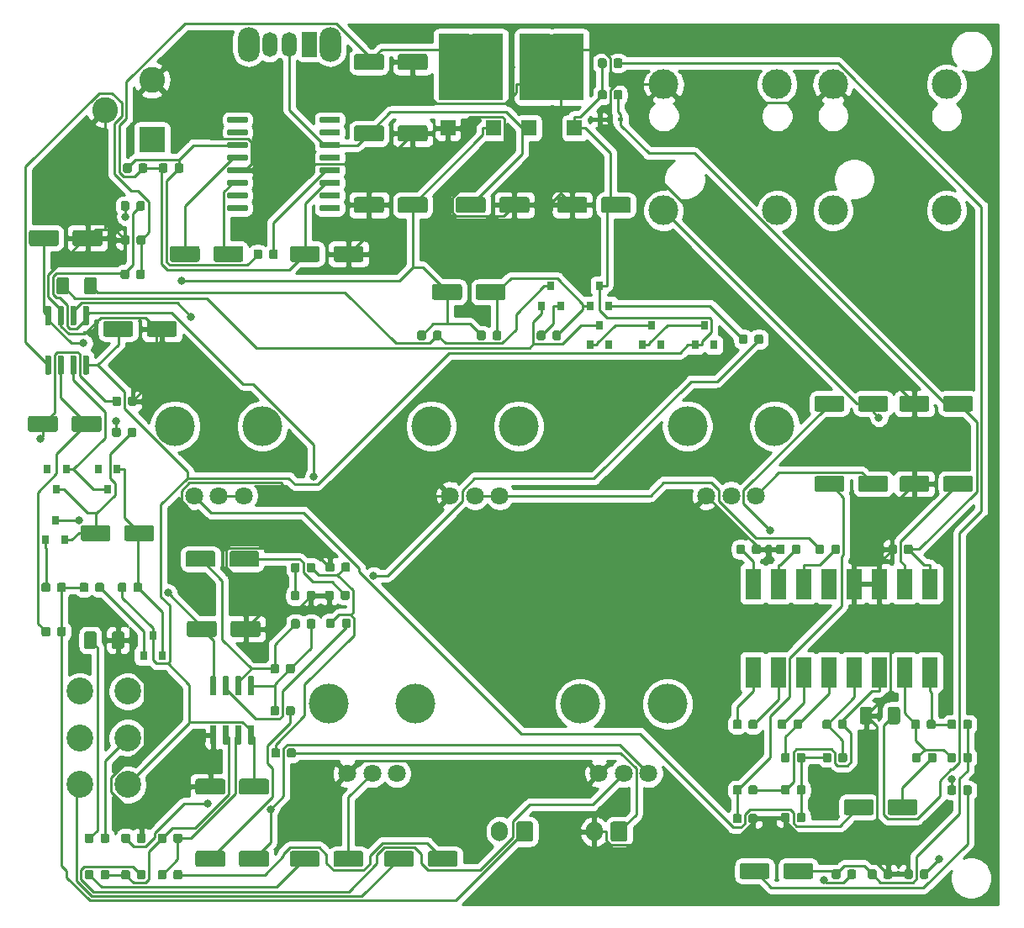
<source format=gtl>
G04 #@! TF.GenerationSoftware,KiCad,Pcbnew,(5.1.4)-1*
G04 #@! TF.CreationDate,2020-06-09T23:50:31+02:00*
G04 #@! TF.ProjectId,ratatech_echo,72617461-7465-4636-985f-6563686f2e6b,1.0*
G04 #@! TF.SameCoordinates,Original*
G04 #@! TF.FileFunction,Copper,L1,Top*
G04 #@! TF.FilePolarity,Positive*
%FSLAX46Y46*%
G04 Gerber Fmt 4.6, Leading zero omitted, Abs format (unit mm)*
G04 Created by KiCad (PCBNEW (5.1.4)-1) date 2020-06-09 23:50:31*
%MOMM*%
%LPD*%
G04 APERTURE LIST*
%ADD10C,2.600000*%
%ADD11R,2.600000X2.600000*%
%ADD12O,2.200000X3.500000*%
%ADD13O,1.500000X2.500000*%
%ADD14R,1.500000X2.500000*%
%ADD15C,2.700000*%
%ADD16C,0.100000*%
%ADD17C,0.875000*%
%ADD18C,1.250000*%
%ADD19C,4.000000*%
%ADD20C,1.800000*%
%ADD21C,3.000000*%
%ADD22C,0.600000*%
%ADD23R,0.600000X0.450000*%
%ADD24C,1.600000*%
%ADD25R,3.100000X3.200000*%
%ADD26R,6.500000X6.700000*%
%ADD27R,1.500000X1.600000*%
%ADD28R,1.600000X3.100000*%
%ADD29R,0.800000X0.900000*%
%ADD30O,1.700000X2.000000*%
%ADD31C,1.700000*%
%ADD32C,0.800000*%
%ADD33C,0.250000*%
%ADD34C,0.254000*%
G04 APERTURE END LIST*
D10*
X108355000Y-61726800D03*
X113055000Y-58726800D03*
D11*
X113055000Y-64726800D03*
D12*
X122797000Y-55102800D03*
X130997000Y-55102800D03*
D13*
X124897000Y-55102800D03*
X126897000Y-55102800D03*
D14*
X128897000Y-55102800D03*
D15*
X110616000Y-120277000D03*
X110616000Y-124977000D03*
X110616000Y-129677000D03*
X105816000Y-120277000D03*
X105816000Y-124977000D03*
X105816000Y-129677000D03*
D16*
G36*
X108553691Y-134601053D02*
G01*
X108574926Y-134604203D01*
X108595750Y-134609419D01*
X108615962Y-134616651D01*
X108635368Y-134625830D01*
X108653781Y-134636866D01*
X108671024Y-134649654D01*
X108686930Y-134664070D01*
X108701346Y-134679976D01*
X108714134Y-134697219D01*
X108725170Y-134715632D01*
X108734349Y-134735038D01*
X108741581Y-134755250D01*
X108746797Y-134776074D01*
X108749947Y-134797309D01*
X108751000Y-134818750D01*
X108751000Y-135331250D01*
X108749947Y-135352691D01*
X108746797Y-135373926D01*
X108741581Y-135394750D01*
X108734349Y-135414962D01*
X108725170Y-135434368D01*
X108714134Y-135452781D01*
X108701346Y-135470024D01*
X108686930Y-135485930D01*
X108671024Y-135500346D01*
X108653781Y-135513134D01*
X108635368Y-135524170D01*
X108615962Y-135533349D01*
X108595750Y-135540581D01*
X108574926Y-135545797D01*
X108553691Y-135548947D01*
X108532250Y-135550000D01*
X108094750Y-135550000D01*
X108073309Y-135548947D01*
X108052074Y-135545797D01*
X108031250Y-135540581D01*
X108011038Y-135533349D01*
X107991632Y-135524170D01*
X107973219Y-135513134D01*
X107955976Y-135500346D01*
X107940070Y-135485930D01*
X107925654Y-135470024D01*
X107912866Y-135452781D01*
X107901830Y-135434368D01*
X107892651Y-135414962D01*
X107885419Y-135394750D01*
X107880203Y-135373926D01*
X107877053Y-135352691D01*
X107876000Y-135331250D01*
X107876000Y-134818750D01*
X107877053Y-134797309D01*
X107880203Y-134776074D01*
X107885419Y-134755250D01*
X107892651Y-134735038D01*
X107901830Y-134715632D01*
X107912866Y-134697219D01*
X107925654Y-134679976D01*
X107940070Y-134664070D01*
X107955976Y-134649654D01*
X107973219Y-134636866D01*
X107991632Y-134625830D01*
X108011038Y-134616651D01*
X108031250Y-134609419D01*
X108052074Y-134604203D01*
X108073309Y-134601053D01*
X108094750Y-134600000D01*
X108532250Y-134600000D01*
X108553691Y-134601053D01*
X108553691Y-134601053D01*
G37*
D17*
X108313500Y-135075000D03*
D16*
G36*
X106978691Y-134601053D02*
G01*
X106999926Y-134604203D01*
X107020750Y-134609419D01*
X107040962Y-134616651D01*
X107060368Y-134625830D01*
X107078781Y-134636866D01*
X107096024Y-134649654D01*
X107111930Y-134664070D01*
X107126346Y-134679976D01*
X107139134Y-134697219D01*
X107150170Y-134715632D01*
X107159349Y-134735038D01*
X107166581Y-134755250D01*
X107171797Y-134776074D01*
X107174947Y-134797309D01*
X107176000Y-134818750D01*
X107176000Y-135331250D01*
X107174947Y-135352691D01*
X107171797Y-135373926D01*
X107166581Y-135394750D01*
X107159349Y-135414962D01*
X107150170Y-135434368D01*
X107139134Y-135452781D01*
X107126346Y-135470024D01*
X107111930Y-135485930D01*
X107096024Y-135500346D01*
X107078781Y-135513134D01*
X107060368Y-135524170D01*
X107040962Y-135533349D01*
X107020750Y-135540581D01*
X106999926Y-135545797D01*
X106978691Y-135548947D01*
X106957250Y-135550000D01*
X106519750Y-135550000D01*
X106498309Y-135548947D01*
X106477074Y-135545797D01*
X106456250Y-135540581D01*
X106436038Y-135533349D01*
X106416632Y-135524170D01*
X106398219Y-135513134D01*
X106380976Y-135500346D01*
X106365070Y-135485930D01*
X106350654Y-135470024D01*
X106337866Y-135452781D01*
X106326830Y-135434368D01*
X106317651Y-135414962D01*
X106310419Y-135394750D01*
X106305203Y-135373926D01*
X106302053Y-135352691D01*
X106301000Y-135331250D01*
X106301000Y-134818750D01*
X106302053Y-134797309D01*
X106305203Y-134776074D01*
X106310419Y-134755250D01*
X106317651Y-134735038D01*
X106326830Y-134715632D01*
X106337866Y-134697219D01*
X106350654Y-134679976D01*
X106365070Y-134664070D01*
X106380976Y-134649654D01*
X106398219Y-134636866D01*
X106416632Y-134625830D01*
X106436038Y-134616651D01*
X106456250Y-134609419D01*
X106477074Y-134604203D01*
X106498309Y-134601053D01*
X106519750Y-134600000D01*
X106957250Y-134600000D01*
X106978691Y-134601053D01*
X106978691Y-134601053D01*
G37*
D17*
X106738500Y-135075000D03*
D16*
G36*
X107241504Y-114252204D02*
G01*
X107265773Y-114255804D01*
X107289571Y-114261765D01*
X107312671Y-114270030D01*
X107334849Y-114280520D01*
X107355893Y-114293133D01*
X107375598Y-114307747D01*
X107393777Y-114324223D01*
X107410253Y-114342402D01*
X107424867Y-114362107D01*
X107437480Y-114383151D01*
X107447970Y-114405329D01*
X107456235Y-114428429D01*
X107462196Y-114452227D01*
X107465796Y-114476496D01*
X107467000Y-114501000D01*
X107467000Y-115751000D01*
X107465796Y-115775504D01*
X107462196Y-115799773D01*
X107456235Y-115823571D01*
X107447970Y-115846671D01*
X107437480Y-115868849D01*
X107424867Y-115889893D01*
X107410253Y-115909598D01*
X107393777Y-115927777D01*
X107375598Y-115944253D01*
X107355893Y-115958867D01*
X107334849Y-115971480D01*
X107312671Y-115981970D01*
X107289571Y-115990235D01*
X107265773Y-115996196D01*
X107241504Y-115999796D01*
X107217000Y-116001000D01*
X106467000Y-116001000D01*
X106442496Y-115999796D01*
X106418227Y-115996196D01*
X106394429Y-115990235D01*
X106371329Y-115981970D01*
X106349151Y-115971480D01*
X106328107Y-115958867D01*
X106308402Y-115944253D01*
X106290223Y-115927777D01*
X106273747Y-115909598D01*
X106259133Y-115889893D01*
X106246520Y-115868849D01*
X106236030Y-115846671D01*
X106227765Y-115823571D01*
X106221804Y-115799773D01*
X106218204Y-115775504D01*
X106217000Y-115751000D01*
X106217000Y-114501000D01*
X106218204Y-114476496D01*
X106221804Y-114452227D01*
X106227765Y-114428429D01*
X106236030Y-114405329D01*
X106246520Y-114383151D01*
X106259133Y-114362107D01*
X106273747Y-114342402D01*
X106290223Y-114324223D01*
X106308402Y-114307747D01*
X106328107Y-114293133D01*
X106349151Y-114280520D01*
X106371329Y-114270030D01*
X106394429Y-114261765D01*
X106418227Y-114255804D01*
X106442496Y-114252204D01*
X106467000Y-114251000D01*
X107217000Y-114251000D01*
X107241504Y-114252204D01*
X107241504Y-114252204D01*
G37*
D18*
X106842000Y-115126000D03*
D16*
G36*
X110041504Y-114252204D02*
G01*
X110065773Y-114255804D01*
X110089571Y-114261765D01*
X110112671Y-114270030D01*
X110134849Y-114280520D01*
X110155893Y-114293133D01*
X110175598Y-114307747D01*
X110193777Y-114324223D01*
X110210253Y-114342402D01*
X110224867Y-114362107D01*
X110237480Y-114383151D01*
X110247970Y-114405329D01*
X110256235Y-114428429D01*
X110262196Y-114452227D01*
X110265796Y-114476496D01*
X110267000Y-114501000D01*
X110267000Y-115751000D01*
X110265796Y-115775504D01*
X110262196Y-115799773D01*
X110256235Y-115823571D01*
X110247970Y-115846671D01*
X110237480Y-115868849D01*
X110224867Y-115889893D01*
X110210253Y-115909598D01*
X110193777Y-115927777D01*
X110175598Y-115944253D01*
X110155893Y-115958867D01*
X110134849Y-115971480D01*
X110112671Y-115981970D01*
X110089571Y-115990235D01*
X110065773Y-115996196D01*
X110041504Y-115999796D01*
X110017000Y-116001000D01*
X109267000Y-116001000D01*
X109242496Y-115999796D01*
X109218227Y-115996196D01*
X109194429Y-115990235D01*
X109171329Y-115981970D01*
X109149151Y-115971480D01*
X109128107Y-115958867D01*
X109108402Y-115944253D01*
X109090223Y-115927777D01*
X109073747Y-115909598D01*
X109059133Y-115889893D01*
X109046520Y-115868849D01*
X109036030Y-115846671D01*
X109027765Y-115823571D01*
X109021804Y-115799773D01*
X109018204Y-115775504D01*
X109017000Y-115751000D01*
X109017000Y-114501000D01*
X109018204Y-114476496D01*
X109021804Y-114452227D01*
X109027765Y-114428429D01*
X109036030Y-114405329D01*
X109046520Y-114383151D01*
X109059133Y-114362107D01*
X109073747Y-114342402D01*
X109090223Y-114324223D01*
X109108402Y-114307747D01*
X109128107Y-114293133D01*
X109149151Y-114280520D01*
X109171329Y-114270030D01*
X109194429Y-114261765D01*
X109218227Y-114255804D01*
X109242496Y-114252204D01*
X109267000Y-114251000D01*
X110017000Y-114251000D01*
X110041504Y-114252204D01*
X110041504Y-114252204D01*
G37*
D18*
X109642000Y-115126000D03*
D19*
X124181000Y-93563700D03*
X115381000Y-93563700D03*
D20*
X122281000Y-100563700D03*
X119781000Y-100563700D03*
X117281000Y-100563700D03*
D21*
X193078000Y-71843900D03*
X193078000Y-59143900D03*
X181648000Y-59143900D03*
X181648000Y-71843900D03*
X176009000Y-71843900D03*
X176009000Y-59143900D03*
X164579000Y-59143900D03*
X164579000Y-71843900D03*
D19*
X175776000Y-93563700D03*
X166976000Y-93563700D03*
D20*
X173876000Y-100563700D03*
X171376000Y-100563700D03*
X168876000Y-100563700D03*
D19*
X149978000Y-93563700D03*
X141178000Y-93563700D03*
D20*
X148078000Y-100563700D03*
X145578000Y-100563700D03*
X143078000Y-100563700D03*
D19*
X139624000Y-121552000D03*
X130824000Y-121552000D03*
D20*
X137724000Y-128552000D03*
X135224000Y-128552000D03*
X132724000Y-128552000D03*
D19*
X164968000Y-121552000D03*
X156168000Y-121552000D03*
D20*
X163068000Y-128552000D03*
X160568000Y-128552000D03*
X158068000Y-128552000D03*
D16*
G36*
X131868703Y-62436222D02*
G01*
X131883264Y-62438382D01*
X131897543Y-62441959D01*
X131911403Y-62446918D01*
X131924710Y-62453212D01*
X131937336Y-62460780D01*
X131949159Y-62469548D01*
X131960066Y-62479434D01*
X131969952Y-62490341D01*
X131978720Y-62502164D01*
X131986288Y-62514790D01*
X131992582Y-62528097D01*
X131997541Y-62541957D01*
X132001118Y-62556236D01*
X132003278Y-62570797D01*
X132004000Y-62585500D01*
X132004000Y-62885500D01*
X132003278Y-62900203D01*
X132001118Y-62914764D01*
X131997541Y-62929043D01*
X131992582Y-62942903D01*
X131986288Y-62956210D01*
X131978720Y-62968836D01*
X131969952Y-62980659D01*
X131960066Y-62991566D01*
X131949159Y-63001452D01*
X131937336Y-63010220D01*
X131924710Y-63017788D01*
X131911403Y-63024082D01*
X131897543Y-63029041D01*
X131883264Y-63032618D01*
X131868703Y-63034778D01*
X131854000Y-63035500D01*
X130104000Y-63035500D01*
X130089297Y-63034778D01*
X130074736Y-63032618D01*
X130060457Y-63029041D01*
X130046597Y-63024082D01*
X130033290Y-63017788D01*
X130020664Y-63010220D01*
X130008841Y-63001452D01*
X129997934Y-62991566D01*
X129988048Y-62980659D01*
X129979280Y-62968836D01*
X129971712Y-62956210D01*
X129965418Y-62942903D01*
X129960459Y-62929043D01*
X129956882Y-62914764D01*
X129954722Y-62900203D01*
X129954000Y-62885500D01*
X129954000Y-62585500D01*
X129954722Y-62570797D01*
X129956882Y-62556236D01*
X129960459Y-62541957D01*
X129965418Y-62528097D01*
X129971712Y-62514790D01*
X129979280Y-62502164D01*
X129988048Y-62490341D01*
X129997934Y-62479434D01*
X130008841Y-62469548D01*
X130020664Y-62460780D01*
X130033290Y-62453212D01*
X130046597Y-62446918D01*
X130060457Y-62441959D01*
X130074736Y-62438382D01*
X130089297Y-62436222D01*
X130104000Y-62435500D01*
X131854000Y-62435500D01*
X131868703Y-62436222D01*
X131868703Y-62436222D01*
G37*
D22*
X130979000Y-62735500D03*
D16*
G36*
X131868703Y-63706222D02*
G01*
X131883264Y-63708382D01*
X131897543Y-63711959D01*
X131911403Y-63716918D01*
X131924710Y-63723212D01*
X131937336Y-63730780D01*
X131949159Y-63739548D01*
X131960066Y-63749434D01*
X131969952Y-63760341D01*
X131978720Y-63772164D01*
X131986288Y-63784790D01*
X131992582Y-63798097D01*
X131997541Y-63811957D01*
X132001118Y-63826236D01*
X132003278Y-63840797D01*
X132004000Y-63855500D01*
X132004000Y-64155500D01*
X132003278Y-64170203D01*
X132001118Y-64184764D01*
X131997541Y-64199043D01*
X131992582Y-64212903D01*
X131986288Y-64226210D01*
X131978720Y-64238836D01*
X131969952Y-64250659D01*
X131960066Y-64261566D01*
X131949159Y-64271452D01*
X131937336Y-64280220D01*
X131924710Y-64287788D01*
X131911403Y-64294082D01*
X131897543Y-64299041D01*
X131883264Y-64302618D01*
X131868703Y-64304778D01*
X131854000Y-64305500D01*
X130104000Y-64305500D01*
X130089297Y-64304778D01*
X130074736Y-64302618D01*
X130060457Y-64299041D01*
X130046597Y-64294082D01*
X130033290Y-64287788D01*
X130020664Y-64280220D01*
X130008841Y-64271452D01*
X129997934Y-64261566D01*
X129988048Y-64250659D01*
X129979280Y-64238836D01*
X129971712Y-64226210D01*
X129965418Y-64212903D01*
X129960459Y-64199043D01*
X129956882Y-64184764D01*
X129954722Y-64170203D01*
X129954000Y-64155500D01*
X129954000Y-63855500D01*
X129954722Y-63840797D01*
X129956882Y-63826236D01*
X129960459Y-63811957D01*
X129965418Y-63798097D01*
X129971712Y-63784790D01*
X129979280Y-63772164D01*
X129988048Y-63760341D01*
X129997934Y-63749434D01*
X130008841Y-63739548D01*
X130020664Y-63730780D01*
X130033290Y-63723212D01*
X130046597Y-63716918D01*
X130060457Y-63711959D01*
X130074736Y-63708382D01*
X130089297Y-63706222D01*
X130104000Y-63705500D01*
X131854000Y-63705500D01*
X131868703Y-63706222D01*
X131868703Y-63706222D01*
G37*
D22*
X130979000Y-64005500D03*
D16*
G36*
X131868703Y-64976222D02*
G01*
X131883264Y-64978382D01*
X131897543Y-64981959D01*
X131911403Y-64986918D01*
X131924710Y-64993212D01*
X131937336Y-65000780D01*
X131949159Y-65009548D01*
X131960066Y-65019434D01*
X131969952Y-65030341D01*
X131978720Y-65042164D01*
X131986288Y-65054790D01*
X131992582Y-65068097D01*
X131997541Y-65081957D01*
X132001118Y-65096236D01*
X132003278Y-65110797D01*
X132004000Y-65125500D01*
X132004000Y-65425500D01*
X132003278Y-65440203D01*
X132001118Y-65454764D01*
X131997541Y-65469043D01*
X131992582Y-65482903D01*
X131986288Y-65496210D01*
X131978720Y-65508836D01*
X131969952Y-65520659D01*
X131960066Y-65531566D01*
X131949159Y-65541452D01*
X131937336Y-65550220D01*
X131924710Y-65557788D01*
X131911403Y-65564082D01*
X131897543Y-65569041D01*
X131883264Y-65572618D01*
X131868703Y-65574778D01*
X131854000Y-65575500D01*
X130104000Y-65575500D01*
X130089297Y-65574778D01*
X130074736Y-65572618D01*
X130060457Y-65569041D01*
X130046597Y-65564082D01*
X130033290Y-65557788D01*
X130020664Y-65550220D01*
X130008841Y-65541452D01*
X129997934Y-65531566D01*
X129988048Y-65520659D01*
X129979280Y-65508836D01*
X129971712Y-65496210D01*
X129965418Y-65482903D01*
X129960459Y-65469043D01*
X129956882Y-65454764D01*
X129954722Y-65440203D01*
X129954000Y-65425500D01*
X129954000Y-65125500D01*
X129954722Y-65110797D01*
X129956882Y-65096236D01*
X129960459Y-65081957D01*
X129965418Y-65068097D01*
X129971712Y-65054790D01*
X129979280Y-65042164D01*
X129988048Y-65030341D01*
X129997934Y-65019434D01*
X130008841Y-65009548D01*
X130020664Y-65000780D01*
X130033290Y-64993212D01*
X130046597Y-64986918D01*
X130060457Y-64981959D01*
X130074736Y-64978382D01*
X130089297Y-64976222D01*
X130104000Y-64975500D01*
X131854000Y-64975500D01*
X131868703Y-64976222D01*
X131868703Y-64976222D01*
G37*
D22*
X130979000Y-65275500D03*
D16*
G36*
X131868703Y-66246222D02*
G01*
X131883264Y-66248382D01*
X131897543Y-66251959D01*
X131911403Y-66256918D01*
X131924710Y-66263212D01*
X131937336Y-66270780D01*
X131949159Y-66279548D01*
X131960066Y-66289434D01*
X131969952Y-66300341D01*
X131978720Y-66312164D01*
X131986288Y-66324790D01*
X131992582Y-66338097D01*
X131997541Y-66351957D01*
X132001118Y-66366236D01*
X132003278Y-66380797D01*
X132004000Y-66395500D01*
X132004000Y-66695500D01*
X132003278Y-66710203D01*
X132001118Y-66724764D01*
X131997541Y-66739043D01*
X131992582Y-66752903D01*
X131986288Y-66766210D01*
X131978720Y-66778836D01*
X131969952Y-66790659D01*
X131960066Y-66801566D01*
X131949159Y-66811452D01*
X131937336Y-66820220D01*
X131924710Y-66827788D01*
X131911403Y-66834082D01*
X131897543Y-66839041D01*
X131883264Y-66842618D01*
X131868703Y-66844778D01*
X131854000Y-66845500D01*
X130104000Y-66845500D01*
X130089297Y-66844778D01*
X130074736Y-66842618D01*
X130060457Y-66839041D01*
X130046597Y-66834082D01*
X130033290Y-66827788D01*
X130020664Y-66820220D01*
X130008841Y-66811452D01*
X129997934Y-66801566D01*
X129988048Y-66790659D01*
X129979280Y-66778836D01*
X129971712Y-66766210D01*
X129965418Y-66752903D01*
X129960459Y-66739043D01*
X129956882Y-66724764D01*
X129954722Y-66710203D01*
X129954000Y-66695500D01*
X129954000Y-66395500D01*
X129954722Y-66380797D01*
X129956882Y-66366236D01*
X129960459Y-66351957D01*
X129965418Y-66338097D01*
X129971712Y-66324790D01*
X129979280Y-66312164D01*
X129988048Y-66300341D01*
X129997934Y-66289434D01*
X130008841Y-66279548D01*
X130020664Y-66270780D01*
X130033290Y-66263212D01*
X130046597Y-66256918D01*
X130060457Y-66251959D01*
X130074736Y-66248382D01*
X130089297Y-66246222D01*
X130104000Y-66245500D01*
X131854000Y-66245500D01*
X131868703Y-66246222D01*
X131868703Y-66246222D01*
G37*
D22*
X130979000Y-66545500D03*
D16*
G36*
X131868703Y-67516222D02*
G01*
X131883264Y-67518382D01*
X131897543Y-67521959D01*
X131911403Y-67526918D01*
X131924710Y-67533212D01*
X131937336Y-67540780D01*
X131949159Y-67549548D01*
X131960066Y-67559434D01*
X131969952Y-67570341D01*
X131978720Y-67582164D01*
X131986288Y-67594790D01*
X131992582Y-67608097D01*
X131997541Y-67621957D01*
X132001118Y-67636236D01*
X132003278Y-67650797D01*
X132004000Y-67665500D01*
X132004000Y-67965500D01*
X132003278Y-67980203D01*
X132001118Y-67994764D01*
X131997541Y-68009043D01*
X131992582Y-68022903D01*
X131986288Y-68036210D01*
X131978720Y-68048836D01*
X131969952Y-68060659D01*
X131960066Y-68071566D01*
X131949159Y-68081452D01*
X131937336Y-68090220D01*
X131924710Y-68097788D01*
X131911403Y-68104082D01*
X131897543Y-68109041D01*
X131883264Y-68112618D01*
X131868703Y-68114778D01*
X131854000Y-68115500D01*
X130104000Y-68115500D01*
X130089297Y-68114778D01*
X130074736Y-68112618D01*
X130060457Y-68109041D01*
X130046597Y-68104082D01*
X130033290Y-68097788D01*
X130020664Y-68090220D01*
X130008841Y-68081452D01*
X129997934Y-68071566D01*
X129988048Y-68060659D01*
X129979280Y-68048836D01*
X129971712Y-68036210D01*
X129965418Y-68022903D01*
X129960459Y-68009043D01*
X129956882Y-67994764D01*
X129954722Y-67980203D01*
X129954000Y-67965500D01*
X129954000Y-67665500D01*
X129954722Y-67650797D01*
X129956882Y-67636236D01*
X129960459Y-67621957D01*
X129965418Y-67608097D01*
X129971712Y-67594790D01*
X129979280Y-67582164D01*
X129988048Y-67570341D01*
X129997934Y-67559434D01*
X130008841Y-67549548D01*
X130020664Y-67540780D01*
X130033290Y-67533212D01*
X130046597Y-67526918D01*
X130060457Y-67521959D01*
X130074736Y-67518382D01*
X130089297Y-67516222D01*
X130104000Y-67515500D01*
X131854000Y-67515500D01*
X131868703Y-67516222D01*
X131868703Y-67516222D01*
G37*
D22*
X130979000Y-67815500D03*
D16*
G36*
X131868703Y-68786222D02*
G01*
X131883264Y-68788382D01*
X131897543Y-68791959D01*
X131911403Y-68796918D01*
X131924710Y-68803212D01*
X131937336Y-68810780D01*
X131949159Y-68819548D01*
X131960066Y-68829434D01*
X131969952Y-68840341D01*
X131978720Y-68852164D01*
X131986288Y-68864790D01*
X131992582Y-68878097D01*
X131997541Y-68891957D01*
X132001118Y-68906236D01*
X132003278Y-68920797D01*
X132004000Y-68935500D01*
X132004000Y-69235500D01*
X132003278Y-69250203D01*
X132001118Y-69264764D01*
X131997541Y-69279043D01*
X131992582Y-69292903D01*
X131986288Y-69306210D01*
X131978720Y-69318836D01*
X131969952Y-69330659D01*
X131960066Y-69341566D01*
X131949159Y-69351452D01*
X131937336Y-69360220D01*
X131924710Y-69367788D01*
X131911403Y-69374082D01*
X131897543Y-69379041D01*
X131883264Y-69382618D01*
X131868703Y-69384778D01*
X131854000Y-69385500D01*
X130104000Y-69385500D01*
X130089297Y-69384778D01*
X130074736Y-69382618D01*
X130060457Y-69379041D01*
X130046597Y-69374082D01*
X130033290Y-69367788D01*
X130020664Y-69360220D01*
X130008841Y-69351452D01*
X129997934Y-69341566D01*
X129988048Y-69330659D01*
X129979280Y-69318836D01*
X129971712Y-69306210D01*
X129965418Y-69292903D01*
X129960459Y-69279043D01*
X129956882Y-69264764D01*
X129954722Y-69250203D01*
X129954000Y-69235500D01*
X129954000Y-68935500D01*
X129954722Y-68920797D01*
X129956882Y-68906236D01*
X129960459Y-68891957D01*
X129965418Y-68878097D01*
X129971712Y-68864790D01*
X129979280Y-68852164D01*
X129988048Y-68840341D01*
X129997934Y-68829434D01*
X130008841Y-68819548D01*
X130020664Y-68810780D01*
X130033290Y-68803212D01*
X130046597Y-68796918D01*
X130060457Y-68791959D01*
X130074736Y-68788382D01*
X130089297Y-68786222D01*
X130104000Y-68785500D01*
X131854000Y-68785500D01*
X131868703Y-68786222D01*
X131868703Y-68786222D01*
G37*
D22*
X130979000Y-69085500D03*
D16*
G36*
X131868703Y-70056222D02*
G01*
X131883264Y-70058382D01*
X131897543Y-70061959D01*
X131911403Y-70066918D01*
X131924710Y-70073212D01*
X131937336Y-70080780D01*
X131949159Y-70089548D01*
X131960066Y-70099434D01*
X131969952Y-70110341D01*
X131978720Y-70122164D01*
X131986288Y-70134790D01*
X131992582Y-70148097D01*
X131997541Y-70161957D01*
X132001118Y-70176236D01*
X132003278Y-70190797D01*
X132004000Y-70205500D01*
X132004000Y-70505500D01*
X132003278Y-70520203D01*
X132001118Y-70534764D01*
X131997541Y-70549043D01*
X131992582Y-70562903D01*
X131986288Y-70576210D01*
X131978720Y-70588836D01*
X131969952Y-70600659D01*
X131960066Y-70611566D01*
X131949159Y-70621452D01*
X131937336Y-70630220D01*
X131924710Y-70637788D01*
X131911403Y-70644082D01*
X131897543Y-70649041D01*
X131883264Y-70652618D01*
X131868703Y-70654778D01*
X131854000Y-70655500D01*
X130104000Y-70655500D01*
X130089297Y-70654778D01*
X130074736Y-70652618D01*
X130060457Y-70649041D01*
X130046597Y-70644082D01*
X130033290Y-70637788D01*
X130020664Y-70630220D01*
X130008841Y-70621452D01*
X129997934Y-70611566D01*
X129988048Y-70600659D01*
X129979280Y-70588836D01*
X129971712Y-70576210D01*
X129965418Y-70562903D01*
X129960459Y-70549043D01*
X129956882Y-70534764D01*
X129954722Y-70520203D01*
X129954000Y-70505500D01*
X129954000Y-70205500D01*
X129954722Y-70190797D01*
X129956882Y-70176236D01*
X129960459Y-70161957D01*
X129965418Y-70148097D01*
X129971712Y-70134790D01*
X129979280Y-70122164D01*
X129988048Y-70110341D01*
X129997934Y-70099434D01*
X130008841Y-70089548D01*
X130020664Y-70080780D01*
X130033290Y-70073212D01*
X130046597Y-70066918D01*
X130060457Y-70061959D01*
X130074736Y-70058382D01*
X130089297Y-70056222D01*
X130104000Y-70055500D01*
X131854000Y-70055500D01*
X131868703Y-70056222D01*
X131868703Y-70056222D01*
G37*
D22*
X130979000Y-70355500D03*
D16*
G36*
X131868703Y-71326222D02*
G01*
X131883264Y-71328382D01*
X131897543Y-71331959D01*
X131911403Y-71336918D01*
X131924710Y-71343212D01*
X131937336Y-71350780D01*
X131949159Y-71359548D01*
X131960066Y-71369434D01*
X131969952Y-71380341D01*
X131978720Y-71392164D01*
X131986288Y-71404790D01*
X131992582Y-71418097D01*
X131997541Y-71431957D01*
X132001118Y-71446236D01*
X132003278Y-71460797D01*
X132004000Y-71475500D01*
X132004000Y-71775500D01*
X132003278Y-71790203D01*
X132001118Y-71804764D01*
X131997541Y-71819043D01*
X131992582Y-71832903D01*
X131986288Y-71846210D01*
X131978720Y-71858836D01*
X131969952Y-71870659D01*
X131960066Y-71881566D01*
X131949159Y-71891452D01*
X131937336Y-71900220D01*
X131924710Y-71907788D01*
X131911403Y-71914082D01*
X131897543Y-71919041D01*
X131883264Y-71922618D01*
X131868703Y-71924778D01*
X131854000Y-71925500D01*
X130104000Y-71925500D01*
X130089297Y-71924778D01*
X130074736Y-71922618D01*
X130060457Y-71919041D01*
X130046597Y-71914082D01*
X130033290Y-71907788D01*
X130020664Y-71900220D01*
X130008841Y-71891452D01*
X129997934Y-71881566D01*
X129988048Y-71870659D01*
X129979280Y-71858836D01*
X129971712Y-71846210D01*
X129965418Y-71832903D01*
X129960459Y-71819043D01*
X129956882Y-71804764D01*
X129954722Y-71790203D01*
X129954000Y-71775500D01*
X129954000Y-71475500D01*
X129954722Y-71460797D01*
X129956882Y-71446236D01*
X129960459Y-71431957D01*
X129965418Y-71418097D01*
X129971712Y-71404790D01*
X129979280Y-71392164D01*
X129988048Y-71380341D01*
X129997934Y-71369434D01*
X130008841Y-71359548D01*
X130020664Y-71350780D01*
X130033290Y-71343212D01*
X130046597Y-71336918D01*
X130060457Y-71331959D01*
X130074736Y-71328382D01*
X130089297Y-71326222D01*
X130104000Y-71325500D01*
X131854000Y-71325500D01*
X131868703Y-71326222D01*
X131868703Y-71326222D01*
G37*
D22*
X130979000Y-71625500D03*
D16*
G36*
X122568703Y-71326222D02*
G01*
X122583264Y-71328382D01*
X122597543Y-71331959D01*
X122611403Y-71336918D01*
X122624710Y-71343212D01*
X122637336Y-71350780D01*
X122649159Y-71359548D01*
X122660066Y-71369434D01*
X122669952Y-71380341D01*
X122678720Y-71392164D01*
X122686288Y-71404790D01*
X122692582Y-71418097D01*
X122697541Y-71431957D01*
X122701118Y-71446236D01*
X122703278Y-71460797D01*
X122704000Y-71475500D01*
X122704000Y-71775500D01*
X122703278Y-71790203D01*
X122701118Y-71804764D01*
X122697541Y-71819043D01*
X122692582Y-71832903D01*
X122686288Y-71846210D01*
X122678720Y-71858836D01*
X122669952Y-71870659D01*
X122660066Y-71881566D01*
X122649159Y-71891452D01*
X122637336Y-71900220D01*
X122624710Y-71907788D01*
X122611403Y-71914082D01*
X122597543Y-71919041D01*
X122583264Y-71922618D01*
X122568703Y-71924778D01*
X122554000Y-71925500D01*
X120804000Y-71925500D01*
X120789297Y-71924778D01*
X120774736Y-71922618D01*
X120760457Y-71919041D01*
X120746597Y-71914082D01*
X120733290Y-71907788D01*
X120720664Y-71900220D01*
X120708841Y-71891452D01*
X120697934Y-71881566D01*
X120688048Y-71870659D01*
X120679280Y-71858836D01*
X120671712Y-71846210D01*
X120665418Y-71832903D01*
X120660459Y-71819043D01*
X120656882Y-71804764D01*
X120654722Y-71790203D01*
X120654000Y-71775500D01*
X120654000Y-71475500D01*
X120654722Y-71460797D01*
X120656882Y-71446236D01*
X120660459Y-71431957D01*
X120665418Y-71418097D01*
X120671712Y-71404790D01*
X120679280Y-71392164D01*
X120688048Y-71380341D01*
X120697934Y-71369434D01*
X120708841Y-71359548D01*
X120720664Y-71350780D01*
X120733290Y-71343212D01*
X120746597Y-71336918D01*
X120760457Y-71331959D01*
X120774736Y-71328382D01*
X120789297Y-71326222D01*
X120804000Y-71325500D01*
X122554000Y-71325500D01*
X122568703Y-71326222D01*
X122568703Y-71326222D01*
G37*
D22*
X121679000Y-71625500D03*
D16*
G36*
X122568703Y-70056222D02*
G01*
X122583264Y-70058382D01*
X122597543Y-70061959D01*
X122611403Y-70066918D01*
X122624710Y-70073212D01*
X122637336Y-70080780D01*
X122649159Y-70089548D01*
X122660066Y-70099434D01*
X122669952Y-70110341D01*
X122678720Y-70122164D01*
X122686288Y-70134790D01*
X122692582Y-70148097D01*
X122697541Y-70161957D01*
X122701118Y-70176236D01*
X122703278Y-70190797D01*
X122704000Y-70205500D01*
X122704000Y-70505500D01*
X122703278Y-70520203D01*
X122701118Y-70534764D01*
X122697541Y-70549043D01*
X122692582Y-70562903D01*
X122686288Y-70576210D01*
X122678720Y-70588836D01*
X122669952Y-70600659D01*
X122660066Y-70611566D01*
X122649159Y-70621452D01*
X122637336Y-70630220D01*
X122624710Y-70637788D01*
X122611403Y-70644082D01*
X122597543Y-70649041D01*
X122583264Y-70652618D01*
X122568703Y-70654778D01*
X122554000Y-70655500D01*
X120804000Y-70655500D01*
X120789297Y-70654778D01*
X120774736Y-70652618D01*
X120760457Y-70649041D01*
X120746597Y-70644082D01*
X120733290Y-70637788D01*
X120720664Y-70630220D01*
X120708841Y-70621452D01*
X120697934Y-70611566D01*
X120688048Y-70600659D01*
X120679280Y-70588836D01*
X120671712Y-70576210D01*
X120665418Y-70562903D01*
X120660459Y-70549043D01*
X120656882Y-70534764D01*
X120654722Y-70520203D01*
X120654000Y-70505500D01*
X120654000Y-70205500D01*
X120654722Y-70190797D01*
X120656882Y-70176236D01*
X120660459Y-70161957D01*
X120665418Y-70148097D01*
X120671712Y-70134790D01*
X120679280Y-70122164D01*
X120688048Y-70110341D01*
X120697934Y-70099434D01*
X120708841Y-70089548D01*
X120720664Y-70080780D01*
X120733290Y-70073212D01*
X120746597Y-70066918D01*
X120760457Y-70061959D01*
X120774736Y-70058382D01*
X120789297Y-70056222D01*
X120804000Y-70055500D01*
X122554000Y-70055500D01*
X122568703Y-70056222D01*
X122568703Y-70056222D01*
G37*
D22*
X121679000Y-70355500D03*
D16*
G36*
X122568703Y-68786222D02*
G01*
X122583264Y-68788382D01*
X122597543Y-68791959D01*
X122611403Y-68796918D01*
X122624710Y-68803212D01*
X122637336Y-68810780D01*
X122649159Y-68819548D01*
X122660066Y-68829434D01*
X122669952Y-68840341D01*
X122678720Y-68852164D01*
X122686288Y-68864790D01*
X122692582Y-68878097D01*
X122697541Y-68891957D01*
X122701118Y-68906236D01*
X122703278Y-68920797D01*
X122704000Y-68935500D01*
X122704000Y-69235500D01*
X122703278Y-69250203D01*
X122701118Y-69264764D01*
X122697541Y-69279043D01*
X122692582Y-69292903D01*
X122686288Y-69306210D01*
X122678720Y-69318836D01*
X122669952Y-69330659D01*
X122660066Y-69341566D01*
X122649159Y-69351452D01*
X122637336Y-69360220D01*
X122624710Y-69367788D01*
X122611403Y-69374082D01*
X122597543Y-69379041D01*
X122583264Y-69382618D01*
X122568703Y-69384778D01*
X122554000Y-69385500D01*
X120804000Y-69385500D01*
X120789297Y-69384778D01*
X120774736Y-69382618D01*
X120760457Y-69379041D01*
X120746597Y-69374082D01*
X120733290Y-69367788D01*
X120720664Y-69360220D01*
X120708841Y-69351452D01*
X120697934Y-69341566D01*
X120688048Y-69330659D01*
X120679280Y-69318836D01*
X120671712Y-69306210D01*
X120665418Y-69292903D01*
X120660459Y-69279043D01*
X120656882Y-69264764D01*
X120654722Y-69250203D01*
X120654000Y-69235500D01*
X120654000Y-68935500D01*
X120654722Y-68920797D01*
X120656882Y-68906236D01*
X120660459Y-68891957D01*
X120665418Y-68878097D01*
X120671712Y-68864790D01*
X120679280Y-68852164D01*
X120688048Y-68840341D01*
X120697934Y-68829434D01*
X120708841Y-68819548D01*
X120720664Y-68810780D01*
X120733290Y-68803212D01*
X120746597Y-68796918D01*
X120760457Y-68791959D01*
X120774736Y-68788382D01*
X120789297Y-68786222D01*
X120804000Y-68785500D01*
X122554000Y-68785500D01*
X122568703Y-68786222D01*
X122568703Y-68786222D01*
G37*
D22*
X121679000Y-69085500D03*
D16*
G36*
X122568703Y-67516222D02*
G01*
X122583264Y-67518382D01*
X122597543Y-67521959D01*
X122611403Y-67526918D01*
X122624710Y-67533212D01*
X122637336Y-67540780D01*
X122649159Y-67549548D01*
X122660066Y-67559434D01*
X122669952Y-67570341D01*
X122678720Y-67582164D01*
X122686288Y-67594790D01*
X122692582Y-67608097D01*
X122697541Y-67621957D01*
X122701118Y-67636236D01*
X122703278Y-67650797D01*
X122704000Y-67665500D01*
X122704000Y-67965500D01*
X122703278Y-67980203D01*
X122701118Y-67994764D01*
X122697541Y-68009043D01*
X122692582Y-68022903D01*
X122686288Y-68036210D01*
X122678720Y-68048836D01*
X122669952Y-68060659D01*
X122660066Y-68071566D01*
X122649159Y-68081452D01*
X122637336Y-68090220D01*
X122624710Y-68097788D01*
X122611403Y-68104082D01*
X122597543Y-68109041D01*
X122583264Y-68112618D01*
X122568703Y-68114778D01*
X122554000Y-68115500D01*
X120804000Y-68115500D01*
X120789297Y-68114778D01*
X120774736Y-68112618D01*
X120760457Y-68109041D01*
X120746597Y-68104082D01*
X120733290Y-68097788D01*
X120720664Y-68090220D01*
X120708841Y-68081452D01*
X120697934Y-68071566D01*
X120688048Y-68060659D01*
X120679280Y-68048836D01*
X120671712Y-68036210D01*
X120665418Y-68022903D01*
X120660459Y-68009043D01*
X120656882Y-67994764D01*
X120654722Y-67980203D01*
X120654000Y-67965500D01*
X120654000Y-67665500D01*
X120654722Y-67650797D01*
X120656882Y-67636236D01*
X120660459Y-67621957D01*
X120665418Y-67608097D01*
X120671712Y-67594790D01*
X120679280Y-67582164D01*
X120688048Y-67570341D01*
X120697934Y-67559434D01*
X120708841Y-67549548D01*
X120720664Y-67540780D01*
X120733290Y-67533212D01*
X120746597Y-67526918D01*
X120760457Y-67521959D01*
X120774736Y-67518382D01*
X120789297Y-67516222D01*
X120804000Y-67515500D01*
X122554000Y-67515500D01*
X122568703Y-67516222D01*
X122568703Y-67516222D01*
G37*
D22*
X121679000Y-67815500D03*
D16*
G36*
X122568703Y-66246222D02*
G01*
X122583264Y-66248382D01*
X122597543Y-66251959D01*
X122611403Y-66256918D01*
X122624710Y-66263212D01*
X122637336Y-66270780D01*
X122649159Y-66279548D01*
X122660066Y-66289434D01*
X122669952Y-66300341D01*
X122678720Y-66312164D01*
X122686288Y-66324790D01*
X122692582Y-66338097D01*
X122697541Y-66351957D01*
X122701118Y-66366236D01*
X122703278Y-66380797D01*
X122704000Y-66395500D01*
X122704000Y-66695500D01*
X122703278Y-66710203D01*
X122701118Y-66724764D01*
X122697541Y-66739043D01*
X122692582Y-66752903D01*
X122686288Y-66766210D01*
X122678720Y-66778836D01*
X122669952Y-66790659D01*
X122660066Y-66801566D01*
X122649159Y-66811452D01*
X122637336Y-66820220D01*
X122624710Y-66827788D01*
X122611403Y-66834082D01*
X122597543Y-66839041D01*
X122583264Y-66842618D01*
X122568703Y-66844778D01*
X122554000Y-66845500D01*
X120804000Y-66845500D01*
X120789297Y-66844778D01*
X120774736Y-66842618D01*
X120760457Y-66839041D01*
X120746597Y-66834082D01*
X120733290Y-66827788D01*
X120720664Y-66820220D01*
X120708841Y-66811452D01*
X120697934Y-66801566D01*
X120688048Y-66790659D01*
X120679280Y-66778836D01*
X120671712Y-66766210D01*
X120665418Y-66752903D01*
X120660459Y-66739043D01*
X120656882Y-66724764D01*
X120654722Y-66710203D01*
X120654000Y-66695500D01*
X120654000Y-66395500D01*
X120654722Y-66380797D01*
X120656882Y-66366236D01*
X120660459Y-66351957D01*
X120665418Y-66338097D01*
X120671712Y-66324790D01*
X120679280Y-66312164D01*
X120688048Y-66300341D01*
X120697934Y-66289434D01*
X120708841Y-66279548D01*
X120720664Y-66270780D01*
X120733290Y-66263212D01*
X120746597Y-66256918D01*
X120760457Y-66251959D01*
X120774736Y-66248382D01*
X120789297Y-66246222D01*
X120804000Y-66245500D01*
X122554000Y-66245500D01*
X122568703Y-66246222D01*
X122568703Y-66246222D01*
G37*
D22*
X121679000Y-66545500D03*
D16*
G36*
X122568703Y-64976222D02*
G01*
X122583264Y-64978382D01*
X122597543Y-64981959D01*
X122611403Y-64986918D01*
X122624710Y-64993212D01*
X122637336Y-65000780D01*
X122649159Y-65009548D01*
X122660066Y-65019434D01*
X122669952Y-65030341D01*
X122678720Y-65042164D01*
X122686288Y-65054790D01*
X122692582Y-65068097D01*
X122697541Y-65081957D01*
X122701118Y-65096236D01*
X122703278Y-65110797D01*
X122704000Y-65125500D01*
X122704000Y-65425500D01*
X122703278Y-65440203D01*
X122701118Y-65454764D01*
X122697541Y-65469043D01*
X122692582Y-65482903D01*
X122686288Y-65496210D01*
X122678720Y-65508836D01*
X122669952Y-65520659D01*
X122660066Y-65531566D01*
X122649159Y-65541452D01*
X122637336Y-65550220D01*
X122624710Y-65557788D01*
X122611403Y-65564082D01*
X122597543Y-65569041D01*
X122583264Y-65572618D01*
X122568703Y-65574778D01*
X122554000Y-65575500D01*
X120804000Y-65575500D01*
X120789297Y-65574778D01*
X120774736Y-65572618D01*
X120760457Y-65569041D01*
X120746597Y-65564082D01*
X120733290Y-65557788D01*
X120720664Y-65550220D01*
X120708841Y-65541452D01*
X120697934Y-65531566D01*
X120688048Y-65520659D01*
X120679280Y-65508836D01*
X120671712Y-65496210D01*
X120665418Y-65482903D01*
X120660459Y-65469043D01*
X120656882Y-65454764D01*
X120654722Y-65440203D01*
X120654000Y-65425500D01*
X120654000Y-65125500D01*
X120654722Y-65110797D01*
X120656882Y-65096236D01*
X120660459Y-65081957D01*
X120665418Y-65068097D01*
X120671712Y-65054790D01*
X120679280Y-65042164D01*
X120688048Y-65030341D01*
X120697934Y-65019434D01*
X120708841Y-65009548D01*
X120720664Y-65000780D01*
X120733290Y-64993212D01*
X120746597Y-64986918D01*
X120760457Y-64981959D01*
X120774736Y-64978382D01*
X120789297Y-64976222D01*
X120804000Y-64975500D01*
X122554000Y-64975500D01*
X122568703Y-64976222D01*
X122568703Y-64976222D01*
G37*
D22*
X121679000Y-65275500D03*
D16*
G36*
X122568703Y-63706222D02*
G01*
X122583264Y-63708382D01*
X122597543Y-63711959D01*
X122611403Y-63716918D01*
X122624710Y-63723212D01*
X122637336Y-63730780D01*
X122649159Y-63739548D01*
X122660066Y-63749434D01*
X122669952Y-63760341D01*
X122678720Y-63772164D01*
X122686288Y-63784790D01*
X122692582Y-63798097D01*
X122697541Y-63811957D01*
X122701118Y-63826236D01*
X122703278Y-63840797D01*
X122704000Y-63855500D01*
X122704000Y-64155500D01*
X122703278Y-64170203D01*
X122701118Y-64184764D01*
X122697541Y-64199043D01*
X122692582Y-64212903D01*
X122686288Y-64226210D01*
X122678720Y-64238836D01*
X122669952Y-64250659D01*
X122660066Y-64261566D01*
X122649159Y-64271452D01*
X122637336Y-64280220D01*
X122624710Y-64287788D01*
X122611403Y-64294082D01*
X122597543Y-64299041D01*
X122583264Y-64302618D01*
X122568703Y-64304778D01*
X122554000Y-64305500D01*
X120804000Y-64305500D01*
X120789297Y-64304778D01*
X120774736Y-64302618D01*
X120760457Y-64299041D01*
X120746597Y-64294082D01*
X120733290Y-64287788D01*
X120720664Y-64280220D01*
X120708841Y-64271452D01*
X120697934Y-64261566D01*
X120688048Y-64250659D01*
X120679280Y-64238836D01*
X120671712Y-64226210D01*
X120665418Y-64212903D01*
X120660459Y-64199043D01*
X120656882Y-64184764D01*
X120654722Y-64170203D01*
X120654000Y-64155500D01*
X120654000Y-63855500D01*
X120654722Y-63840797D01*
X120656882Y-63826236D01*
X120660459Y-63811957D01*
X120665418Y-63798097D01*
X120671712Y-63784790D01*
X120679280Y-63772164D01*
X120688048Y-63760341D01*
X120697934Y-63749434D01*
X120708841Y-63739548D01*
X120720664Y-63730780D01*
X120733290Y-63723212D01*
X120746597Y-63716918D01*
X120760457Y-63711959D01*
X120774736Y-63708382D01*
X120789297Y-63706222D01*
X120804000Y-63705500D01*
X122554000Y-63705500D01*
X122568703Y-63706222D01*
X122568703Y-63706222D01*
G37*
D22*
X121679000Y-64005500D03*
D16*
G36*
X122568703Y-62436222D02*
G01*
X122583264Y-62438382D01*
X122597543Y-62441959D01*
X122611403Y-62446918D01*
X122624710Y-62453212D01*
X122637336Y-62460780D01*
X122649159Y-62469548D01*
X122660066Y-62479434D01*
X122669952Y-62490341D01*
X122678720Y-62502164D01*
X122686288Y-62514790D01*
X122692582Y-62528097D01*
X122697541Y-62541957D01*
X122701118Y-62556236D01*
X122703278Y-62570797D01*
X122704000Y-62585500D01*
X122704000Y-62885500D01*
X122703278Y-62900203D01*
X122701118Y-62914764D01*
X122697541Y-62929043D01*
X122692582Y-62942903D01*
X122686288Y-62956210D01*
X122678720Y-62968836D01*
X122669952Y-62980659D01*
X122660066Y-62991566D01*
X122649159Y-63001452D01*
X122637336Y-63010220D01*
X122624710Y-63017788D01*
X122611403Y-63024082D01*
X122597543Y-63029041D01*
X122583264Y-63032618D01*
X122568703Y-63034778D01*
X122554000Y-63035500D01*
X120804000Y-63035500D01*
X120789297Y-63034778D01*
X120774736Y-63032618D01*
X120760457Y-63029041D01*
X120746597Y-63024082D01*
X120733290Y-63017788D01*
X120720664Y-63010220D01*
X120708841Y-63001452D01*
X120697934Y-62991566D01*
X120688048Y-62980659D01*
X120679280Y-62968836D01*
X120671712Y-62956210D01*
X120665418Y-62942903D01*
X120660459Y-62929043D01*
X120656882Y-62914764D01*
X120654722Y-62900203D01*
X120654000Y-62885500D01*
X120654000Y-62585500D01*
X120654722Y-62570797D01*
X120656882Y-62556236D01*
X120660459Y-62541957D01*
X120665418Y-62528097D01*
X120671712Y-62514790D01*
X120679280Y-62502164D01*
X120688048Y-62490341D01*
X120697934Y-62479434D01*
X120708841Y-62469548D01*
X120720664Y-62460780D01*
X120733290Y-62453212D01*
X120746597Y-62446918D01*
X120760457Y-62441959D01*
X120774736Y-62438382D01*
X120789297Y-62436222D01*
X120804000Y-62435500D01*
X122554000Y-62435500D01*
X122568703Y-62436222D01*
X122568703Y-62436222D01*
G37*
D22*
X121679000Y-62735500D03*
D16*
G36*
X182142691Y-105502053D02*
G01*
X182163926Y-105505203D01*
X182184750Y-105510419D01*
X182204962Y-105517651D01*
X182224368Y-105526830D01*
X182242781Y-105537866D01*
X182260024Y-105550654D01*
X182275930Y-105565070D01*
X182290346Y-105580976D01*
X182303134Y-105598219D01*
X182314170Y-105616632D01*
X182323349Y-105636038D01*
X182330581Y-105656250D01*
X182335797Y-105677074D01*
X182338947Y-105698309D01*
X182340000Y-105719750D01*
X182340000Y-106232250D01*
X182338947Y-106253691D01*
X182335797Y-106274926D01*
X182330581Y-106295750D01*
X182323349Y-106315962D01*
X182314170Y-106335368D01*
X182303134Y-106353781D01*
X182290346Y-106371024D01*
X182275930Y-106386930D01*
X182260024Y-106401346D01*
X182242781Y-106414134D01*
X182224368Y-106425170D01*
X182204962Y-106434349D01*
X182184750Y-106441581D01*
X182163926Y-106446797D01*
X182142691Y-106449947D01*
X182121250Y-106451000D01*
X181683750Y-106451000D01*
X181662309Y-106449947D01*
X181641074Y-106446797D01*
X181620250Y-106441581D01*
X181600038Y-106434349D01*
X181580632Y-106425170D01*
X181562219Y-106414134D01*
X181544976Y-106401346D01*
X181529070Y-106386930D01*
X181514654Y-106371024D01*
X181501866Y-106353781D01*
X181490830Y-106335368D01*
X181481651Y-106315962D01*
X181474419Y-106295750D01*
X181469203Y-106274926D01*
X181466053Y-106253691D01*
X181465000Y-106232250D01*
X181465000Y-105719750D01*
X181466053Y-105698309D01*
X181469203Y-105677074D01*
X181474419Y-105656250D01*
X181481651Y-105636038D01*
X181490830Y-105616632D01*
X181501866Y-105598219D01*
X181514654Y-105580976D01*
X181529070Y-105565070D01*
X181544976Y-105550654D01*
X181562219Y-105537866D01*
X181580632Y-105526830D01*
X181600038Y-105517651D01*
X181620250Y-105510419D01*
X181641074Y-105505203D01*
X181662309Y-105502053D01*
X181683750Y-105501000D01*
X182121250Y-105501000D01*
X182142691Y-105502053D01*
X182142691Y-105502053D01*
G37*
D17*
X181902500Y-105976000D03*
D16*
G36*
X180567691Y-105502053D02*
G01*
X180588926Y-105505203D01*
X180609750Y-105510419D01*
X180629962Y-105517651D01*
X180649368Y-105526830D01*
X180667781Y-105537866D01*
X180685024Y-105550654D01*
X180700930Y-105565070D01*
X180715346Y-105580976D01*
X180728134Y-105598219D01*
X180739170Y-105616632D01*
X180748349Y-105636038D01*
X180755581Y-105656250D01*
X180760797Y-105677074D01*
X180763947Y-105698309D01*
X180765000Y-105719750D01*
X180765000Y-106232250D01*
X180763947Y-106253691D01*
X180760797Y-106274926D01*
X180755581Y-106295750D01*
X180748349Y-106315962D01*
X180739170Y-106335368D01*
X180728134Y-106353781D01*
X180715346Y-106371024D01*
X180700930Y-106386930D01*
X180685024Y-106401346D01*
X180667781Y-106414134D01*
X180649368Y-106425170D01*
X180629962Y-106434349D01*
X180609750Y-106441581D01*
X180588926Y-106446797D01*
X180567691Y-106449947D01*
X180546250Y-106451000D01*
X180108750Y-106451000D01*
X180087309Y-106449947D01*
X180066074Y-106446797D01*
X180045250Y-106441581D01*
X180025038Y-106434349D01*
X180005632Y-106425170D01*
X179987219Y-106414134D01*
X179969976Y-106401346D01*
X179954070Y-106386930D01*
X179939654Y-106371024D01*
X179926866Y-106353781D01*
X179915830Y-106335368D01*
X179906651Y-106315962D01*
X179899419Y-106295750D01*
X179894203Y-106274926D01*
X179891053Y-106253691D01*
X179890000Y-106232250D01*
X179890000Y-105719750D01*
X179891053Y-105698309D01*
X179894203Y-105677074D01*
X179899419Y-105656250D01*
X179906651Y-105636038D01*
X179915830Y-105616632D01*
X179926866Y-105598219D01*
X179939654Y-105580976D01*
X179954070Y-105565070D01*
X179969976Y-105550654D01*
X179987219Y-105537866D01*
X180005632Y-105526830D01*
X180025038Y-105517651D01*
X180045250Y-105510419D01*
X180066074Y-105505203D01*
X180087309Y-105502053D01*
X180108750Y-105501000D01*
X180546250Y-105501000D01*
X180567691Y-105502053D01*
X180567691Y-105502053D01*
G37*
D17*
X180327500Y-105976000D03*
D16*
G36*
X160227691Y-59729153D02*
G01*
X160248926Y-59732303D01*
X160269750Y-59737519D01*
X160289962Y-59744751D01*
X160309368Y-59753930D01*
X160327781Y-59764966D01*
X160345024Y-59777754D01*
X160360930Y-59792170D01*
X160375346Y-59808076D01*
X160388134Y-59825319D01*
X160399170Y-59843732D01*
X160408349Y-59863138D01*
X160415581Y-59883350D01*
X160420797Y-59904174D01*
X160423947Y-59925409D01*
X160425000Y-59946850D01*
X160425000Y-60459350D01*
X160423947Y-60480791D01*
X160420797Y-60502026D01*
X160415581Y-60522850D01*
X160408349Y-60543062D01*
X160399170Y-60562468D01*
X160388134Y-60580881D01*
X160375346Y-60598124D01*
X160360930Y-60614030D01*
X160345024Y-60628446D01*
X160327781Y-60641234D01*
X160309368Y-60652270D01*
X160289962Y-60661449D01*
X160269750Y-60668681D01*
X160248926Y-60673897D01*
X160227691Y-60677047D01*
X160206250Y-60678100D01*
X159768750Y-60678100D01*
X159747309Y-60677047D01*
X159726074Y-60673897D01*
X159705250Y-60668681D01*
X159685038Y-60661449D01*
X159665632Y-60652270D01*
X159647219Y-60641234D01*
X159629976Y-60628446D01*
X159614070Y-60614030D01*
X159599654Y-60598124D01*
X159586866Y-60580881D01*
X159575830Y-60562468D01*
X159566651Y-60543062D01*
X159559419Y-60522850D01*
X159554203Y-60502026D01*
X159551053Y-60480791D01*
X159550000Y-60459350D01*
X159550000Y-59946850D01*
X159551053Y-59925409D01*
X159554203Y-59904174D01*
X159559419Y-59883350D01*
X159566651Y-59863138D01*
X159575830Y-59843732D01*
X159586866Y-59825319D01*
X159599654Y-59808076D01*
X159614070Y-59792170D01*
X159629976Y-59777754D01*
X159647219Y-59764966D01*
X159665632Y-59753930D01*
X159685038Y-59744751D01*
X159705250Y-59737519D01*
X159726074Y-59732303D01*
X159747309Y-59729153D01*
X159768750Y-59728100D01*
X160206250Y-59728100D01*
X160227691Y-59729153D01*
X160227691Y-59729153D01*
G37*
D17*
X159987500Y-60203100D03*
D16*
G36*
X158652691Y-59729153D02*
G01*
X158673926Y-59732303D01*
X158694750Y-59737519D01*
X158714962Y-59744751D01*
X158734368Y-59753930D01*
X158752781Y-59764966D01*
X158770024Y-59777754D01*
X158785930Y-59792170D01*
X158800346Y-59808076D01*
X158813134Y-59825319D01*
X158824170Y-59843732D01*
X158833349Y-59863138D01*
X158840581Y-59883350D01*
X158845797Y-59904174D01*
X158848947Y-59925409D01*
X158850000Y-59946850D01*
X158850000Y-60459350D01*
X158848947Y-60480791D01*
X158845797Y-60502026D01*
X158840581Y-60522850D01*
X158833349Y-60543062D01*
X158824170Y-60562468D01*
X158813134Y-60580881D01*
X158800346Y-60598124D01*
X158785930Y-60614030D01*
X158770024Y-60628446D01*
X158752781Y-60641234D01*
X158734368Y-60652270D01*
X158714962Y-60661449D01*
X158694750Y-60668681D01*
X158673926Y-60673897D01*
X158652691Y-60677047D01*
X158631250Y-60678100D01*
X158193750Y-60678100D01*
X158172309Y-60677047D01*
X158151074Y-60673897D01*
X158130250Y-60668681D01*
X158110038Y-60661449D01*
X158090632Y-60652270D01*
X158072219Y-60641234D01*
X158054976Y-60628446D01*
X158039070Y-60614030D01*
X158024654Y-60598124D01*
X158011866Y-60580881D01*
X158000830Y-60562468D01*
X157991651Y-60543062D01*
X157984419Y-60522850D01*
X157979203Y-60502026D01*
X157976053Y-60480791D01*
X157975000Y-60459350D01*
X157975000Y-59946850D01*
X157976053Y-59925409D01*
X157979203Y-59904174D01*
X157984419Y-59883350D01*
X157991651Y-59863138D01*
X158000830Y-59843732D01*
X158011866Y-59825319D01*
X158024654Y-59808076D01*
X158039070Y-59792170D01*
X158054976Y-59777754D01*
X158072219Y-59764966D01*
X158090632Y-59753930D01*
X158110038Y-59744751D01*
X158130250Y-59737519D01*
X158151074Y-59732303D01*
X158172309Y-59729153D01*
X158193750Y-59728100D01*
X158631250Y-59728100D01*
X158652691Y-59729153D01*
X158652691Y-59729153D01*
G37*
D17*
X158412500Y-60203100D03*
D16*
G36*
X104473504Y-78564704D02*
G01*
X104497773Y-78568304D01*
X104521571Y-78574265D01*
X104544671Y-78582530D01*
X104566849Y-78593020D01*
X104587893Y-78605633D01*
X104607598Y-78620247D01*
X104625777Y-78636723D01*
X104642253Y-78654902D01*
X104656867Y-78674607D01*
X104669480Y-78695651D01*
X104679970Y-78717829D01*
X104688235Y-78740929D01*
X104694196Y-78764727D01*
X104697796Y-78788996D01*
X104699000Y-78813500D01*
X104699000Y-80063500D01*
X104697796Y-80088004D01*
X104694196Y-80112273D01*
X104688235Y-80136071D01*
X104679970Y-80159171D01*
X104669480Y-80181349D01*
X104656867Y-80202393D01*
X104642253Y-80222098D01*
X104625777Y-80240277D01*
X104607598Y-80256753D01*
X104587893Y-80271367D01*
X104566849Y-80283980D01*
X104544671Y-80294470D01*
X104521571Y-80302735D01*
X104497773Y-80308696D01*
X104473504Y-80312296D01*
X104449000Y-80313500D01*
X103699000Y-80313500D01*
X103674496Y-80312296D01*
X103650227Y-80308696D01*
X103626429Y-80302735D01*
X103603329Y-80294470D01*
X103581151Y-80283980D01*
X103560107Y-80271367D01*
X103540402Y-80256753D01*
X103522223Y-80240277D01*
X103505747Y-80222098D01*
X103491133Y-80202393D01*
X103478520Y-80181349D01*
X103468030Y-80159171D01*
X103459765Y-80136071D01*
X103453804Y-80112273D01*
X103450204Y-80088004D01*
X103449000Y-80063500D01*
X103449000Y-78813500D01*
X103450204Y-78788996D01*
X103453804Y-78764727D01*
X103459765Y-78740929D01*
X103468030Y-78717829D01*
X103478520Y-78695651D01*
X103491133Y-78674607D01*
X103505747Y-78654902D01*
X103522223Y-78636723D01*
X103540402Y-78620247D01*
X103560107Y-78605633D01*
X103581151Y-78593020D01*
X103603329Y-78582530D01*
X103626429Y-78574265D01*
X103650227Y-78568304D01*
X103674496Y-78564704D01*
X103699000Y-78563500D01*
X104449000Y-78563500D01*
X104473504Y-78564704D01*
X104473504Y-78564704D01*
G37*
D18*
X104074000Y-79438500D03*
D16*
G36*
X107273504Y-78564704D02*
G01*
X107297773Y-78568304D01*
X107321571Y-78574265D01*
X107344671Y-78582530D01*
X107366849Y-78593020D01*
X107387893Y-78605633D01*
X107407598Y-78620247D01*
X107425777Y-78636723D01*
X107442253Y-78654902D01*
X107456867Y-78674607D01*
X107469480Y-78695651D01*
X107479970Y-78717829D01*
X107488235Y-78740929D01*
X107494196Y-78764727D01*
X107497796Y-78788996D01*
X107499000Y-78813500D01*
X107499000Y-80063500D01*
X107497796Y-80088004D01*
X107494196Y-80112273D01*
X107488235Y-80136071D01*
X107479970Y-80159171D01*
X107469480Y-80181349D01*
X107456867Y-80202393D01*
X107442253Y-80222098D01*
X107425777Y-80240277D01*
X107407598Y-80256753D01*
X107387893Y-80271367D01*
X107366849Y-80283980D01*
X107344671Y-80294470D01*
X107321571Y-80302735D01*
X107297773Y-80308696D01*
X107273504Y-80312296D01*
X107249000Y-80313500D01*
X106499000Y-80313500D01*
X106474496Y-80312296D01*
X106450227Y-80308696D01*
X106426429Y-80302735D01*
X106403329Y-80294470D01*
X106381151Y-80283980D01*
X106360107Y-80271367D01*
X106340402Y-80256753D01*
X106322223Y-80240277D01*
X106305747Y-80222098D01*
X106291133Y-80202393D01*
X106278520Y-80181349D01*
X106268030Y-80159171D01*
X106259765Y-80136071D01*
X106253804Y-80112273D01*
X106250204Y-80088004D01*
X106249000Y-80063500D01*
X106249000Y-78813500D01*
X106250204Y-78788996D01*
X106253804Y-78764727D01*
X106259765Y-78740929D01*
X106268030Y-78717829D01*
X106278520Y-78695651D01*
X106291133Y-78674607D01*
X106305747Y-78654902D01*
X106322223Y-78636723D01*
X106340402Y-78620247D01*
X106360107Y-78605633D01*
X106381151Y-78593020D01*
X106403329Y-78582530D01*
X106426429Y-78574265D01*
X106450227Y-78568304D01*
X106474496Y-78564704D01*
X106499000Y-78563500D01*
X107249000Y-78563500D01*
X107273504Y-78564704D01*
X107273504Y-78564704D01*
G37*
D18*
X106874000Y-79438500D03*
D23*
X158150000Y-62692300D03*
X160250000Y-62692300D03*
D16*
G36*
X140596504Y-63291804D02*
G01*
X140620773Y-63295404D01*
X140644571Y-63301365D01*
X140667671Y-63309630D01*
X140689849Y-63320120D01*
X140710893Y-63332733D01*
X140730598Y-63347347D01*
X140748777Y-63363823D01*
X140765253Y-63382002D01*
X140779867Y-63401707D01*
X140792480Y-63422751D01*
X140802970Y-63444929D01*
X140811235Y-63468029D01*
X140817196Y-63491827D01*
X140820796Y-63516096D01*
X140822000Y-63540600D01*
X140822000Y-64640600D01*
X140820796Y-64665104D01*
X140817196Y-64689373D01*
X140811235Y-64713171D01*
X140802970Y-64736271D01*
X140792480Y-64758449D01*
X140779867Y-64779493D01*
X140765253Y-64799198D01*
X140748777Y-64817377D01*
X140730598Y-64833853D01*
X140710893Y-64848467D01*
X140689849Y-64861080D01*
X140667671Y-64871570D01*
X140644571Y-64879835D01*
X140620773Y-64885796D01*
X140596504Y-64889396D01*
X140572000Y-64890600D01*
X138072000Y-64890600D01*
X138047496Y-64889396D01*
X138023227Y-64885796D01*
X137999429Y-64879835D01*
X137976329Y-64871570D01*
X137954151Y-64861080D01*
X137933107Y-64848467D01*
X137913402Y-64833853D01*
X137895223Y-64817377D01*
X137878747Y-64799198D01*
X137864133Y-64779493D01*
X137851520Y-64758449D01*
X137841030Y-64736271D01*
X137832765Y-64713171D01*
X137826804Y-64689373D01*
X137823204Y-64665104D01*
X137822000Y-64640600D01*
X137822000Y-63540600D01*
X137823204Y-63516096D01*
X137826804Y-63491827D01*
X137832765Y-63468029D01*
X137841030Y-63444929D01*
X137851520Y-63422751D01*
X137864133Y-63401707D01*
X137878747Y-63382002D01*
X137895223Y-63363823D01*
X137913402Y-63347347D01*
X137933107Y-63332733D01*
X137954151Y-63320120D01*
X137976329Y-63309630D01*
X137999429Y-63301365D01*
X138023227Y-63295404D01*
X138047496Y-63291804D01*
X138072000Y-63290600D01*
X140572000Y-63290600D01*
X140596504Y-63291804D01*
X140596504Y-63291804D01*
G37*
D24*
X139322000Y-64090600D03*
D16*
G36*
X136196504Y-63291804D02*
G01*
X136220773Y-63295404D01*
X136244571Y-63301365D01*
X136267671Y-63309630D01*
X136289849Y-63320120D01*
X136310893Y-63332733D01*
X136330598Y-63347347D01*
X136348777Y-63363823D01*
X136365253Y-63382002D01*
X136379867Y-63401707D01*
X136392480Y-63422751D01*
X136402970Y-63444929D01*
X136411235Y-63468029D01*
X136417196Y-63491827D01*
X136420796Y-63516096D01*
X136422000Y-63540600D01*
X136422000Y-64640600D01*
X136420796Y-64665104D01*
X136417196Y-64689373D01*
X136411235Y-64713171D01*
X136402970Y-64736271D01*
X136392480Y-64758449D01*
X136379867Y-64779493D01*
X136365253Y-64799198D01*
X136348777Y-64817377D01*
X136330598Y-64833853D01*
X136310893Y-64848467D01*
X136289849Y-64861080D01*
X136267671Y-64871570D01*
X136244571Y-64879835D01*
X136220773Y-64885796D01*
X136196504Y-64889396D01*
X136172000Y-64890600D01*
X133672000Y-64890600D01*
X133647496Y-64889396D01*
X133623227Y-64885796D01*
X133599429Y-64879835D01*
X133576329Y-64871570D01*
X133554151Y-64861080D01*
X133533107Y-64848467D01*
X133513402Y-64833853D01*
X133495223Y-64817377D01*
X133478747Y-64799198D01*
X133464133Y-64779493D01*
X133451520Y-64758449D01*
X133441030Y-64736271D01*
X133432765Y-64713171D01*
X133426804Y-64689373D01*
X133423204Y-64665104D01*
X133422000Y-64640600D01*
X133422000Y-63540600D01*
X133423204Y-63516096D01*
X133426804Y-63491827D01*
X133432765Y-63468029D01*
X133441030Y-63444929D01*
X133451520Y-63422751D01*
X133464133Y-63401707D01*
X133478747Y-63382002D01*
X133495223Y-63363823D01*
X133513402Y-63347347D01*
X133533107Y-63332733D01*
X133554151Y-63320120D01*
X133576329Y-63309630D01*
X133599429Y-63301365D01*
X133623227Y-63295404D01*
X133647496Y-63291804D01*
X133672000Y-63290600D01*
X136172000Y-63290600D01*
X136196504Y-63291804D01*
X136196504Y-63291804D01*
G37*
D24*
X134922000Y-64090600D03*
D25*
X146861000Y-59132000D03*
X143461000Y-55632000D03*
X143461000Y-59132000D03*
X146861000Y-55632000D03*
D26*
X145161000Y-57382000D03*
D27*
X147461000Y-63532000D03*
X142861000Y-63532000D03*
D25*
X155027000Y-59132000D03*
X151627000Y-55632000D03*
X151627000Y-59132000D03*
X155027000Y-55632000D03*
D26*
X153327000Y-57382000D03*
D27*
X155627000Y-63532000D03*
X151027000Y-63532000D03*
D28*
X191376000Y-118351000D03*
X173596000Y-109461000D03*
X188836000Y-118351000D03*
X176136000Y-109461000D03*
X186296000Y-118351000D03*
X178676000Y-109461000D03*
X183756000Y-118351000D03*
X181216000Y-109461000D03*
X181216000Y-118351000D03*
X183756000Y-109461000D03*
X178676000Y-118351000D03*
X186296000Y-109461000D03*
X176136000Y-118351000D03*
X188836000Y-109461000D03*
X173596000Y-118351000D03*
X191376000Y-109461000D03*
D16*
G36*
X123202703Y-123687722D02*
G01*
X123217264Y-123689882D01*
X123231543Y-123693459D01*
X123245403Y-123698418D01*
X123258710Y-123704712D01*
X123271336Y-123712280D01*
X123283159Y-123721048D01*
X123294066Y-123730934D01*
X123303952Y-123741841D01*
X123312720Y-123753664D01*
X123320288Y-123766290D01*
X123326582Y-123779597D01*
X123331541Y-123793457D01*
X123335118Y-123807736D01*
X123337278Y-123822297D01*
X123338000Y-123837000D01*
X123338000Y-125487000D01*
X123337278Y-125501703D01*
X123335118Y-125516264D01*
X123331541Y-125530543D01*
X123326582Y-125544403D01*
X123320288Y-125557710D01*
X123312720Y-125570336D01*
X123303952Y-125582159D01*
X123294066Y-125593066D01*
X123283159Y-125602952D01*
X123271336Y-125611720D01*
X123258710Y-125619288D01*
X123245403Y-125625582D01*
X123231543Y-125630541D01*
X123217264Y-125634118D01*
X123202703Y-125636278D01*
X123188000Y-125637000D01*
X122888000Y-125637000D01*
X122873297Y-125636278D01*
X122858736Y-125634118D01*
X122844457Y-125630541D01*
X122830597Y-125625582D01*
X122817290Y-125619288D01*
X122804664Y-125611720D01*
X122792841Y-125602952D01*
X122781934Y-125593066D01*
X122772048Y-125582159D01*
X122763280Y-125570336D01*
X122755712Y-125557710D01*
X122749418Y-125544403D01*
X122744459Y-125530543D01*
X122740882Y-125516264D01*
X122738722Y-125501703D01*
X122738000Y-125487000D01*
X122738000Y-123837000D01*
X122738722Y-123822297D01*
X122740882Y-123807736D01*
X122744459Y-123793457D01*
X122749418Y-123779597D01*
X122755712Y-123766290D01*
X122763280Y-123753664D01*
X122772048Y-123741841D01*
X122781934Y-123730934D01*
X122792841Y-123721048D01*
X122804664Y-123712280D01*
X122817290Y-123704712D01*
X122830597Y-123698418D01*
X122844457Y-123693459D01*
X122858736Y-123689882D01*
X122873297Y-123687722D01*
X122888000Y-123687000D01*
X123188000Y-123687000D01*
X123202703Y-123687722D01*
X123202703Y-123687722D01*
G37*
D22*
X123038000Y-124662000D03*
D16*
G36*
X121932703Y-123687722D02*
G01*
X121947264Y-123689882D01*
X121961543Y-123693459D01*
X121975403Y-123698418D01*
X121988710Y-123704712D01*
X122001336Y-123712280D01*
X122013159Y-123721048D01*
X122024066Y-123730934D01*
X122033952Y-123741841D01*
X122042720Y-123753664D01*
X122050288Y-123766290D01*
X122056582Y-123779597D01*
X122061541Y-123793457D01*
X122065118Y-123807736D01*
X122067278Y-123822297D01*
X122068000Y-123837000D01*
X122068000Y-125487000D01*
X122067278Y-125501703D01*
X122065118Y-125516264D01*
X122061541Y-125530543D01*
X122056582Y-125544403D01*
X122050288Y-125557710D01*
X122042720Y-125570336D01*
X122033952Y-125582159D01*
X122024066Y-125593066D01*
X122013159Y-125602952D01*
X122001336Y-125611720D01*
X121988710Y-125619288D01*
X121975403Y-125625582D01*
X121961543Y-125630541D01*
X121947264Y-125634118D01*
X121932703Y-125636278D01*
X121918000Y-125637000D01*
X121618000Y-125637000D01*
X121603297Y-125636278D01*
X121588736Y-125634118D01*
X121574457Y-125630541D01*
X121560597Y-125625582D01*
X121547290Y-125619288D01*
X121534664Y-125611720D01*
X121522841Y-125602952D01*
X121511934Y-125593066D01*
X121502048Y-125582159D01*
X121493280Y-125570336D01*
X121485712Y-125557710D01*
X121479418Y-125544403D01*
X121474459Y-125530543D01*
X121470882Y-125516264D01*
X121468722Y-125501703D01*
X121468000Y-125487000D01*
X121468000Y-123837000D01*
X121468722Y-123822297D01*
X121470882Y-123807736D01*
X121474459Y-123793457D01*
X121479418Y-123779597D01*
X121485712Y-123766290D01*
X121493280Y-123753664D01*
X121502048Y-123741841D01*
X121511934Y-123730934D01*
X121522841Y-123721048D01*
X121534664Y-123712280D01*
X121547290Y-123704712D01*
X121560597Y-123698418D01*
X121574457Y-123693459D01*
X121588736Y-123689882D01*
X121603297Y-123687722D01*
X121618000Y-123687000D01*
X121918000Y-123687000D01*
X121932703Y-123687722D01*
X121932703Y-123687722D01*
G37*
D22*
X121768000Y-124662000D03*
D16*
G36*
X120662703Y-123687722D02*
G01*
X120677264Y-123689882D01*
X120691543Y-123693459D01*
X120705403Y-123698418D01*
X120718710Y-123704712D01*
X120731336Y-123712280D01*
X120743159Y-123721048D01*
X120754066Y-123730934D01*
X120763952Y-123741841D01*
X120772720Y-123753664D01*
X120780288Y-123766290D01*
X120786582Y-123779597D01*
X120791541Y-123793457D01*
X120795118Y-123807736D01*
X120797278Y-123822297D01*
X120798000Y-123837000D01*
X120798000Y-125487000D01*
X120797278Y-125501703D01*
X120795118Y-125516264D01*
X120791541Y-125530543D01*
X120786582Y-125544403D01*
X120780288Y-125557710D01*
X120772720Y-125570336D01*
X120763952Y-125582159D01*
X120754066Y-125593066D01*
X120743159Y-125602952D01*
X120731336Y-125611720D01*
X120718710Y-125619288D01*
X120705403Y-125625582D01*
X120691543Y-125630541D01*
X120677264Y-125634118D01*
X120662703Y-125636278D01*
X120648000Y-125637000D01*
X120348000Y-125637000D01*
X120333297Y-125636278D01*
X120318736Y-125634118D01*
X120304457Y-125630541D01*
X120290597Y-125625582D01*
X120277290Y-125619288D01*
X120264664Y-125611720D01*
X120252841Y-125602952D01*
X120241934Y-125593066D01*
X120232048Y-125582159D01*
X120223280Y-125570336D01*
X120215712Y-125557710D01*
X120209418Y-125544403D01*
X120204459Y-125530543D01*
X120200882Y-125516264D01*
X120198722Y-125501703D01*
X120198000Y-125487000D01*
X120198000Y-123837000D01*
X120198722Y-123822297D01*
X120200882Y-123807736D01*
X120204459Y-123793457D01*
X120209418Y-123779597D01*
X120215712Y-123766290D01*
X120223280Y-123753664D01*
X120232048Y-123741841D01*
X120241934Y-123730934D01*
X120252841Y-123721048D01*
X120264664Y-123712280D01*
X120277290Y-123704712D01*
X120290597Y-123698418D01*
X120304457Y-123693459D01*
X120318736Y-123689882D01*
X120333297Y-123687722D01*
X120348000Y-123687000D01*
X120648000Y-123687000D01*
X120662703Y-123687722D01*
X120662703Y-123687722D01*
G37*
D22*
X120498000Y-124662000D03*
D16*
G36*
X119392703Y-123687722D02*
G01*
X119407264Y-123689882D01*
X119421543Y-123693459D01*
X119435403Y-123698418D01*
X119448710Y-123704712D01*
X119461336Y-123712280D01*
X119473159Y-123721048D01*
X119484066Y-123730934D01*
X119493952Y-123741841D01*
X119502720Y-123753664D01*
X119510288Y-123766290D01*
X119516582Y-123779597D01*
X119521541Y-123793457D01*
X119525118Y-123807736D01*
X119527278Y-123822297D01*
X119528000Y-123837000D01*
X119528000Y-125487000D01*
X119527278Y-125501703D01*
X119525118Y-125516264D01*
X119521541Y-125530543D01*
X119516582Y-125544403D01*
X119510288Y-125557710D01*
X119502720Y-125570336D01*
X119493952Y-125582159D01*
X119484066Y-125593066D01*
X119473159Y-125602952D01*
X119461336Y-125611720D01*
X119448710Y-125619288D01*
X119435403Y-125625582D01*
X119421543Y-125630541D01*
X119407264Y-125634118D01*
X119392703Y-125636278D01*
X119378000Y-125637000D01*
X119078000Y-125637000D01*
X119063297Y-125636278D01*
X119048736Y-125634118D01*
X119034457Y-125630541D01*
X119020597Y-125625582D01*
X119007290Y-125619288D01*
X118994664Y-125611720D01*
X118982841Y-125602952D01*
X118971934Y-125593066D01*
X118962048Y-125582159D01*
X118953280Y-125570336D01*
X118945712Y-125557710D01*
X118939418Y-125544403D01*
X118934459Y-125530543D01*
X118930882Y-125516264D01*
X118928722Y-125501703D01*
X118928000Y-125487000D01*
X118928000Y-123837000D01*
X118928722Y-123822297D01*
X118930882Y-123807736D01*
X118934459Y-123793457D01*
X118939418Y-123779597D01*
X118945712Y-123766290D01*
X118953280Y-123753664D01*
X118962048Y-123741841D01*
X118971934Y-123730934D01*
X118982841Y-123721048D01*
X118994664Y-123712280D01*
X119007290Y-123704712D01*
X119020597Y-123698418D01*
X119034457Y-123693459D01*
X119048736Y-123689882D01*
X119063297Y-123687722D01*
X119078000Y-123687000D01*
X119378000Y-123687000D01*
X119392703Y-123687722D01*
X119392703Y-123687722D01*
G37*
D22*
X119228000Y-124662000D03*
D16*
G36*
X119392703Y-118737722D02*
G01*
X119407264Y-118739882D01*
X119421543Y-118743459D01*
X119435403Y-118748418D01*
X119448710Y-118754712D01*
X119461336Y-118762280D01*
X119473159Y-118771048D01*
X119484066Y-118780934D01*
X119493952Y-118791841D01*
X119502720Y-118803664D01*
X119510288Y-118816290D01*
X119516582Y-118829597D01*
X119521541Y-118843457D01*
X119525118Y-118857736D01*
X119527278Y-118872297D01*
X119528000Y-118887000D01*
X119528000Y-120537000D01*
X119527278Y-120551703D01*
X119525118Y-120566264D01*
X119521541Y-120580543D01*
X119516582Y-120594403D01*
X119510288Y-120607710D01*
X119502720Y-120620336D01*
X119493952Y-120632159D01*
X119484066Y-120643066D01*
X119473159Y-120652952D01*
X119461336Y-120661720D01*
X119448710Y-120669288D01*
X119435403Y-120675582D01*
X119421543Y-120680541D01*
X119407264Y-120684118D01*
X119392703Y-120686278D01*
X119378000Y-120687000D01*
X119078000Y-120687000D01*
X119063297Y-120686278D01*
X119048736Y-120684118D01*
X119034457Y-120680541D01*
X119020597Y-120675582D01*
X119007290Y-120669288D01*
X118994664Y-120661720D01*
X118982841Y-120652952D01*
X118971934Y-120643066D01*
X118962048Y-120632159D01*
X118953280Y-120620336D01*
X118945712Y-120607710D01*
X118939418Y-120594403D01*
X118934459Y-120580543D01*
X118930882Y-120566264D01*
X118928722Y-120551703D01*
X118928000Y-120537000D01*
X118928000Y-118887000D01*
X118928722Y-118872297D01*
X118930882Y-118857736D01*
X118934459Y-118843457D01*
X118939418Y-118829597D01*
X118945712Y-118816290D01*
X118953280Y-118803664D01*
X118962048Y-118791841D01*
X118971934Y-118780934D01*
X118982841Y-118771048D01*
X118994664Y-118762280D01*
X119007290Y-118754712D01*
X119020597Y-118748418D01*
X119034457Y-118743459D01*
X119048736Y-118739882D01*
X119063297Y-118737722D01*
X119078000Y-118737000D01*
X119378000Y-118737000D01*
X119392703Y-118737722D01*
X119392703Y-118737722D01*
G37*
D22*
X119228000Y-119712000D03*
D16*
G36*
X120662703Y-118737722D02*
G01*
X120677264Y-118739882D01*
X120691543Y-118743459D01*
X120705403Y-118748418D01*
X120718710Y-118754712D01*
X120731336Y-118762280D01*
X120743159Y-118771048D01*
X120754066Y-118780934D01*
X120763952Y-118791841D01*
X120772720Y-118803664D01*
X120780288Y-118816290D01*
X120786582Y-118829597D01*
X120791541Y-118843457D01*
X120795118Y-118857736D01*
X120797278Y-118872297D01*
X120798000Y-118887000D01*
X120798000Y-120537000D01*
X120797278Y-120551703D01*
X120795118Y-120566264D01*
X120791541Y-120580543D01*
X120786582Y-120594403D01*
X120780288Y-120607710D01*
X120772720Y-120620336D01*
X120763952Y-120632159D01*
X120754066Y-120643066D01*
X120743159Y-120652952D01*
X120731336Y-120661720D01*
X120718710Y-120669288D01*
X120705403Y-120675582D01*
X120691543Y-120680541D01*
X120677264Y-120684118D01*
X120662703Y-120686278D01*
X120648000Y-120687000D01*
X120348000Y-120687000D01*
X120333297Y-120686278D01*
X120318736Y-120684118D01*
X120304457Y-120680541D01*
X120290597Y-120675582D01*
X120277290Y-120669288D01*
X120264664Y-120661720D01*
X120252841Y-120652952D01*
X120241934Y-120643066D01*
X120232048Y-120632159D01*
X120223280Y-120620336D01*
X120215712Y-120607710D01*
X120209418Y-120594403D01*
X120204459Y-120580543D01*
X120200882Y-120566264D01*
X120198722Y-120551703D01*
X120198000Y-120537000D01*
X120198000Y-118887000D01*
X120198722Y-118872297D01*
X120200882Y-118857736D01*
X120204459Y-118843457D01*
X120209418Y-118829597D01*
X120215712Y-118816290D01*
X120223280Y-118803664D01*
X120232048Y-118791841D01*
X120241934Y-118780934D01*
X120252841Y-118771048D01*
X120264664Y-118762280D01*
X120277290Y-118754712D01*
X120290597Y-118748418D01*
X120304457Y-118743459D01*
X120318736Y-118739882D01*
X120333297Y-118737722D01*
X120348000Y-118737000D01*
X120648000Y-118737000D01*
X120662703Y-118737722D01*
X120662703Y-118737722D01*
G37*
D22*
X120498000Y-119712000D03*
D16*
G36*
X121932703Y-118737722D02*
G01*
X121947264Y-118739882D01*
X121961543Y-118743459D01*
X121975403Y-118748418D01*
X121988710Y-118754712D01*
X122001336Y-118762280D01*
X122013159Y-118771048D01*
X122024066Y-118780934D01*
X122033952Y-118791841D01*
X122042720Y-118803664D01*
X122050288Y-118816290D01*
X122056582Y-118829597D01*
X122061541Y-118843457D01*
X122065118Y-118857736D01*
X122067278Y-118872297D01*
X122068000Y-118887000D01*
X122068000Y-120537000D01*
X122067278Y-120551703D01*
X122065118Y-120566264D01*
X122061541Y-120580543D01*
X122056582Y-120594403D01*
X122050288Y-120607710D01*
X122042720Y-120620336D01*
X122033952Y-120632159D01*
X122024066Y-120643066D01*
X122013159Y-120652952D01*
X122001336Y-120661720D01*
X121988710Y-120669288D01*
X121975403Y-120675582D01*
X121961543Y-120680541D01*
X121947264Y-120684118D01*
X121932703Y-120686278D01*
X121918000Y-120687000D01*
X121618000Y-120687000D01*
X121603297Y-120686278D01*
X121588736Y-120684118D01*
X121574457Y-120680541D01*
X121560597Y-120675582D01*
X121547290Y-120669288D01*
X121534664Y-120661720D01*
X121522841Y-120652952D01*
X121511934Y-120643066D01*
X121502048Y-120632159D01*
X121493280Y-120620336D01*
X121485712Y-120607710D01*
X121479418Y-120594403D01*
X121474459Y-120580543D01*
X121470882Y-120566264D01*
X121468722Y-120551703D01*
X121468000Y-120537000D01*
X121468000Y-118887000D01*
X121468722Y-118872297D01*
X121470882Y-118857736D01*
X121474459Y-118843457D01*
X121479418Y-118829597D01*
X121485712Y-118816290D01*
X121493280Y-118803664D01*
X121502048Y-118791841D01*
X121511934Y-118780934D01*
X121522841Y-118771048D01*
X121534664Y-118762280D01*
X121547290Y-118754712D01*
X121560597Y-118748418D01*
X121574457Y-118743459D01*
X121588736Y-118739882D01*
X121603297Y-118737722D01*
X121618000Y-118737000D01*
X121918000Y-118737000D01*
X121932703Y-118737722D01*
X121932703Y-118737722D01*
G37*
D22*
X121768000Y-119712000D03*
D16*
G36*
X123202703Y-118737722D02*
G01*
X123217264Y-118739882D01*
X123231543Y-118743459D01*
X123245403Y-118748418D01*
X123258710Y-118754712D01*
X123271336Y-118762280D01*
X123283159Y-118771048D01*
X123294066Y-118780934D01*
X123303952Y-118791841D01*
X123312720Y-118803664D01*
X123320288Y-118816290D01*
X123326582Y-118829597D01*
X123331541Y-118843457D01*
X123335118Y-118857736D01*
X123337278Y-118872297D01*
X123338000Y-118887000D01*
X123338000Y-120537000D01*
X123337278Y-120551703D01*
X123335118Y-120566264D01*
X123331541Y-120580543D01*
X123326582Y-120594403D01*
X123320288Y-120607710D01*
X123312720Y-120620336D01*
X123303952Y-120632159D01*
X123294066Y-120643066D01*
X123283159Y-120652952D01*
X123271336Y-120661720D01*
X123258710Y-120669288D01*
X123245403Y-120675582D01*
X123231543Y-120680541D01*
X123217264Y-120684118D01*
X123202703Y-120686278D01*
X123188000Y-120687000D01*
X122888000Y-120687000D01*
X122873297Y-120686278D01*
X122858736Y-120684118D01*
X122844457Y-120680541D01*
X122830597Y-120675582D01*
X122817290Y-120669288D01*
X122804664Y-120661720D01*
X122792841Y-120652952D01*
X122781934Y-120643066D01*
X122772048Y-120632159D01*
X122763280Y-120620336D01*
X122755712Y-120607710D01*
X122749418Y-120594403D01*
X122744459Y-120580543D01*
X122740882Y-120566264D01*
X122738722Y-120551703D01*
X122738000Y-120537000D01*
X122738000Y-118887000D01*
X122738722Y-118872297D01*
X122740882Y-118857736D01*
X122744459Y-118843457D01*
X122749418Y-118829597D01*
X122755712Y-118816290D01*
X122763280Y-118803664D01*
X122772048Y-118791841D01*
X122781934Y-118780934D01*
X122792841Y-118771048D01*
X122804664Y-118762280D01*
X122817290Y-118754712D01*
X122830597Y-118748418D01*
X122844457Y-118743459D01*
X122858736Y-118739882D01*
X122873297Y-118737722D01*
X122888000Y-118737000D01*
X123188000Y-118737000D01*
X123202703Y-118737722D01*
X123202703Y-118737722D01*
G37*
D22*
X123038000Y-119712000D03*
D16*
G36*
X106572703Y-86425622D02*
G01*
X106587264Y-86427782D01*
X106601543Y-86431359D01*
X106615403Y-86436318D01*
X106628710Y-86442612D01*
X106641336Y-86450180D01*
X106653159Y-86458948D01*
X106664066Y-86468834D01*
X106673952Y-86479741D01*
X106682720Y-86491564D01*
X106690288Y-86504190D01*
X106696582Y-86517497D01*
X106701541Y-86531357D01*
X106705118Y-86545636D01*
X106707278Y-86560197D01*
X106708000Y-86574900D01*
X106708000Y-88224900D01*
X106707278Y-88239603D01*
X106705118Y-88254164D01*
X106701541Y-88268443D01*
X106696582Y-88282303D01*
X106690288Y-88295610D01*
X106682720Y-88308236D01*
X106673952Y-88320059D01*
X106664066Y-88330966D01*
X106653159Y-88340852D01*
X106641336Y-88349620D01*
X106628710Y-88357188D01*
X106615403Y-88363482D01*
X106601543Y-88368441D01*
X106587264Y-88372018D01*
X106572703Y-88374178D01*
X106558000Y-88374900D01*
X106258000Y-88374900D01*
X106243297Y-88374178D01*
X106228736Y-88372018D01*
X106214457Y-88368441D01*
X106200597Y-88363482D01*
X106187290Y-88357188D01*
X106174664Y-88349620D01*
X106162841Y-88340852D01*
X106151934Y-88330966D01*
X106142048Y-88320059D01*
X106133280Y-88308236D01*
X106125712Y-88295610D01*
X106119418Y-88282303D01*
X106114459Y-88268443D01*
X106110882Y-88254164D01*
X106108722Y-88239603D01*
X106108000Y-88224900D01*
X106108000Y-86574900D01*
X106108722Y-86560197D01*
X106110882Y-86545636D01*
X106114459Y-86531357D01*
X106119418Y-86517497D01*
X106125712Y-86504190D01*
X106133280Y-86491564D01*
X106142048Y-86479741D01*
X106151934Y-86468834D01*
X106162841Y-86458948D01*
X106174664Y-86450180D01*
X106187290Y-86442612D01*
X106200597Y-86436318D01*
X106214457Y-86431359D01*
X106228736Y-86427782D01*
X106243297Y-86425622D01*
X106258000Y-86424900D01*
X106558000Y-86424900D01*
X106572703Y-86425622D01*
X106572703Y-86425622D01*
G37*
D22*
X106408000Y-87399900D03*
D16*
G36*
X105302703Y-86425622D02*
G01*
X105317264Y-86427782D01*
X105331543Y-86431359D01*
X105345403Y-86436318D01*
X105358710Y-86442612D01*
X105371336Y-86450180D01*
X105383159Y-86458948D01*
X105394066Y-86468834D01*
X105403952Y-86479741D01*
X105412720Y-86491564D01*
X105420288Y-86504190D01*
X105426582Y-86517497D01*
X105431541Y-86531357D01*
X105435118Y-86545636D01*
X105437278Y-86560197D01*
X105438000Y-86574900D01*
X105438000Y-88224900D01*
X105437278Y-88239603D01*
X105435118Y-88254164D01*
X105431541Y-88268443D01*
X105426582Y-88282303D01*
X105420288Y-88295610D01*
X105412720Y-88308236D01*
X105403952Y-88320059D01*
X105394066Y-88330966D01*
X105383159Y-88340852D01*
X105371336Y-88349620D01*
X105358710Y-88357188D01*
X105345403Y-88363482D01*
X105331543Y-88368441D01*
X105317264Y-88372018D01*
X105302703Y-88374178D01*
X105288000Y-88374900D01*
X104988000Y-88374900D01*
X104973297Y-88374178D01*
X104958736Y-88372018D01*
X104944457Y-88368441D01*
X104930597Y-88363482D01*
X104917290Y-88357188D01*
X104904664Y-88349620D01*
X104892841Y-88340852D01*
X104881934Y-88330966D01*
X104872048Y-88320059D01*
X104863280Y-88308236D01*
X104855712Y-88295610D01*
X104849418Y-88282303D01*
X104844459Y-88268443D01*
X104840882Y-88254164D01*
X104838722Y-88239603D01*
X104838000Y-88224900D01*
X104838000Y-86574900D01*
X104838722Y-86560197D01*
X104840882Y-86545636D01*
X104844459Y-86531357D01*
X104849418Y-86517497D01*
X104855712Y-86504190D01*
X104863280Y-86491564D01*
X104872048Y-86479741D01*
X104881934Y-86468834D01*
X104892841Y-86458948D01*
X104904664Y-86450180D01*
X104917290Y-86442612D01*
X104930597Y-86436318D01*
X104944457Y-86431359D01*
X104958736Y-86427782D01*
X104973297Y-86425622D01*
X104988000Y-86424900D01*
X105288000Y-86424900D01*
X105302703Y-86425622D01*
X105302703Y-86425622D01*
G37*
D22*
X105138000Y-87399900D03*
D16*
G36*
X104032703Y-86425622D02*
G01*
X104047264Y-86427782D01*
X104061543Y-86431359D01*
X104075403Y-86436318D01*
X104088710Y-86442612D01*
X104101336Y-86450180D01*
X104113159Y-86458948D01*
X104124066Y-86468834D01*
X104133952Y-86479741D01*
X104142720Y-86491564D01*
X104150288Y-86504190D01*
X104156582Y-86517497D01*
X104161541Y-86531357D01*
X104165118Y-86545636D01*
X104167278Y-86560197D01*
X104168000Y-86574900D01*
X104168000Y-88224900D01*
X104167278Y-88239603D01*
X104165118Y-88254164D01*
X104161541Y-88268443D01*
X104156582Y-88282303D01*
X104150288Y-88295610D01*
X104142720Y-88308236D01*
X104133952Y-88320059D01*
X104124066Y-88330966D01*
X104113159Y-88340852D01*
X104101336Y-88349620D01*
X104088710Y-88357188D01*
X104075403Y-88363482D01*
X104061543Y-88368441D01*
X104047264Y-88372018D01*
X104032703Y-88374178D01*
X104018000Y-88374900D01*
X103718000Y-88374900D01*
X103703297Y-88374178D01*
X103688736Y-88372018D01*
X103674457Y-88368441D01*
X103660597Y-88363482D01*
X103647290Y-88357188D01*
X103634664Y-88349620D01*
X103622841Y-88340852D01*
X103611934Y-88330966D01*
X103602048Y-88320059D01*
X103593280Y-88308236D01*
X103585712Y-88295610D01*
X103579418Y-88282303D01*
X103574459Y-88268443D01*
X103570882Y-88254164D01*
X103568722Y-88239603D01*
X103568000Y-88224900D01*
X103568000Y-86574900D01*
X103568722Y-86560197D01*
X103570882Y-86545636D01*
X103574459Y-86531357D01*
X103579418Y-86517497D01*
X103585712Y-86504190D01*
X103593280Y-86491564D01*
X103602048Y-86479741D01*
X103611934Y-86468834D01*
X103622841Y-86458948D01*
X103634664Y-86450180D01*
X103647290Y-86442612D01*
X103660597Y-86436318D01*
X103674457Y-86431359D01*
X103688736Y-86427782D01*
X103703297Y-86425622D01*
X103718000Y-86424900D01*
X104018000Y-86424900D01*
X104032703Y-86425622D01*
X104032703Y-86425622D01*
G37*
D22*
X103868000Y-87399900D03*
D16*
G36*
X102762703Y-86425622D02*
G01*
X102777264Y-86427782D01*
X102791543Y-86431359D01*
X102805403Y-86436318D01*
X102818710Y-86442612D01*
X102831336Y-86450180D01*
X102843159Y-86458948D01*
X102854066Y-86468834D01*
X102863952Y-86479741D01*
X102872720Y-86491564D01*
X102880288Y-86504190D01*
X102886582Y-86517497D01*
X102891541Y-86531357D01*
X102895118Y-86545636D01*
X102897278Y-86560197D01*
X102898000Y-86574900D01*
X102898000Y-88224900D01*
X102897278Y-88239603D01*
X102895118Y-88254164D01*
X102891541Y-88268443D01*
X102886582Y-88282303D01*
X102880288Y-88295610D01*
X102872720Y-88308236D01*
X102863952Y-88320059D01*
X102854066Y-88330966D01*
X102843159Y-88340852D01*
X102831336Y-88349620D01*
X102818710Y-88357188D01*
X102805403Y-88363482D01*
X102791543Y-88368441D01*
X102777264Y-88372018D01*
X102762703Y-88374178D01*
X102748000Y-88374900D01*
X102448000Y-88374900D01*
X102433297Y-88374178D01*
X102418736Y-88372018D01*
X102404457Y-88368441D01*
X102390597Y-88363482D01*
X102377290Y-88357188D01*
X102364664Y-88349620D01*
X102352841Y-88340852D01*
X102341934Y-88330966D01*
X102332048Y-88320059D01*
X102323280Y-88308236D01*
X102315712Y-88295610D01*
X102309418Y-88282303D01*
X102304459Y-88268443D01*
X102300882Y-88254164D01*
X102298722Y-88239603D01*
X102298000Y-88224900D01*
X102298000Y-86574900D01*
X102298722Y-86560197D01*
X102300882Y-86545636D01*
X102304459Y-86531357D01*
X102309418Y-86517497D01*
X102315712Y-86504190D01*
X102323280Y-86491564D01*
X102332048Y-86479741D01*
X102341934Y-86468834D01*
X102352841Y-86458948D01*
X102364664Y-86450180D01*
X102377290Y-86442612D01*
X102390597Y-86436318D01*
X102404457Y-86431359D01*
X102418736Y-86427782D01*
X102433297Y-86425622D01*
X102448000Y-86424900D01*
X102748000Y-86424900D01*
X102762703Y-86425622D01*
X102762703Y-86425622D01*
G37*
D22*
X102598000Y-87399900D03*
D16*
G36*
X102762703Y-81475622D02*
G01*
X102777264Y-81477782D01*
X102791543Y-81481359D01*
X102805403Y-81486318D01*
X102818710Y-81492612D01*
X102831336Y-81500180D01*
X102843159Y-81508948D01*
X102854066Y-81518834D01*
X102863952Y-81529741D01*
X102872720Y-81541564D01*
X102880288Y-81554190D01*
X102886582Y-81567497D01*
X102891541Y-81581357D01*
X102895118Y-81595636D01*
X102897278Y-81610197D01*
X102898000Y-81624900D01*
X102898000Y-83274900D01*
X102897278Y-83289603D01*
X102895118Y-83304164D01*
X102891541Y-83318443D01*
X102886582Y-83332303D01*
X102880288Y-83345610D01*
X102872720Y-83358236D01*
X102863952Y-83370059D01*
X102854066Y-83380966D01*
X102843159Y-83390852D01*
X102831336Y-83399620D01*
X102818710Y-83407188D01*
X102805403Y-83413482D01*
X102791543Y-83418441D01*
X102777264Y-83422018D01*
X102762703Y-83424178D01*
X102748000Y-83424900D01*
X102448000Y-83424900D01*
X102433297Y-83424178D01*
X102418736Y-83422018D01*
X102404457Y-83418441D01*
X102390597Y-83413482D01*
X102377290Y-83407188D01*
X102364664Y-83399620D01*
X102352841Y-83390852D01*
X102341934Y-83380966D01*
X102332048Y-83370059D01*
X102323280Y-83358236D01*
X102315712Y-83345610D01*
X102309418Y-83332303D01*
X102304459Y-83318443D01*
X102300882Y-83304164D01*
X102298722Y-83289603D01*
X102298000Y-83274900D01*
X102298000Y-81624900D01*
X102298722Y-81610197D01*
X102300882Y-81595636D01*
X102304459Y-81581357D01*
X102309418Y-81567497D01*
X102315712Y-81554190D01*
X102323280Y-81541564D01*
X102332048Y-81529741D01*
X102341934Y-81518834D01*
X102352841Y-81508948D01*
X102364664Y-81500180D01*
X102377290Y-81492612D01*
X102390597Y-81486318D01*
X102404457Y-81481359D01*
X102418736Y-81477782D01*
X102433297Y-81475622D01*
X102448000Y-81474900D01*
X102748000Y-81474900D01*
X102762703Y-81475622D01*
X102762703Y-81475622D01*
G37*
D22*
X102598000Y-82449900D03*
D16*
G36*
X104032703Y-81475622D02*
G01*
X104047264Y-81477782D01*
X104061543Y-81481359D01*
X104075403Y-81486318D01*
X104088710Y-81492612D01*
X104101336Y-81500180D01*
X104113159Y-81508948D01*
X104124066Y-81518834D01*
X104133952Y-81529741D01*
X104142720Y-81541564D01*
X104150288Y-81554190D01*
X104156582Y-81567497D01*
X104161541Y-81581357D01*
X104165118Y-81595636D01*
X104167278Y-81610197D01*
X104168000Y-81624900D01*
X104168000Y-83274900D01*
X104167278Y-83289603D01*
X104165118Y-83304164D01*
X104161541Y-83318443D01*
X104156582Y-83332303D01*
X104150288Y-83345610D01*
X104142720Y-83358236D01*
X104133952Y-83370059D01*
X104124066Y-83380966D01*
X104113159Y-83390852D01*
X104101336Y-83399620D01*
X104088710Y-83407188D01*
X104075403Y-83413482D01*
X104061543Y-83418441D01*
X104047264Y-83422018D01*
X104032703Y-83424178D01*
X104018000Y-83424900D01*
X103718000Y-83424900D01*
X103703297Y-83424178D01*
X103688736Y-83422018D01*
X103674457Y-83418441D01*
X103660597Y-83413482D01*
X103647290Y-83407188D01*
X103634664Y-83399620D01*
X103622841Y-83390852D01*
X103611934Y-83380966D01*
X103602048Y-83370059D01*
X103593280Y-83358236D01*
X103585712Y-83345610D01*
X103579418Y-83332303D01*
X103574459Y-83318443D01*
X103570882Y-83304164D01*
X103568722Y-83289603D01*
X103568000Y-83274900D01*
X103568000Y-81624900D01*
X103568722Y-81610197D01*
X103570882Y-81595636D01*
X103574459Y-81581357D01*
X103579418Y-81567497D01*
X103585712Y-81554190D01*
X103593280Y-81541564D01*
X103602048Y-81529741D01*
X103611934Y-81518834D01*
X103622841Y-81508948D01*
X103634664Y-81500180D01*
X103647290Y-81492612D01*
X103660597Y-81486318D01*
X103674457Y-81481359D01*
X103688736Y-81477782D01*
X103703297Y-81475622D01*
X103718000Y-81474900D01*
X104018000Y-81474900D01*
X104032703Y-81475622D01*
X104032703Y-81475622D01*
G37*
D22*
X103868000Y-82449900D03*
D16*
G36*
X105302703Y-81475622D02*
G01*
X105317264Y-81477782D01*
X105331543Y-81481359D01*
X105345403Y-81486318D01*
X105358710Y-81492612D01*
X105371336Y-81500180D01*
X105383159Y-81508948D01*
X105394066Y-81518834D01*
X105403952Y-81529741D01*
X105412720Y-81541564D01*
X105420288Y-81554190D01*
X105426582Y-81567497D01*
X105431541Y-81581357D01*
X105435118Y-81595636D01*
X105437278Y-81610197D01*
X105438000Y-81624900D01*
X105438000Y-83274900D01*
X105437278Y-83289603D01*
X105435118Y-83304164D01*
X105431541Y-83318443D01*
X105426582Y-83332303D01*
X105420288Y-83345610D01*
X105412720Y-83358236D01*
X105403952Y-83370059D01*
X105394066Y-83380966D01*
X105383159Y-83390852D01*
X105371336Y-83399620D01*
X105358710Y-83407188D01*
X105345403Y-83413482D01*
X105331543Y-83418441D01*
X105317264Y-83422018D01*
X105302703Y-83424178D01*
X105288000Y-83424900D01*
X104988000Y-83424900D01*
X104973297Y-83424178D01*
X104958736Y-83422018D01*
X104944457Y-83418441D01*
X104930597Y-83413482D01*
X104917290Y-83407188D01*
X104904664Y-83399620D01*
X104892841Y-83390852D01*
X104881934Y-83380966D01*
X104872048Y-83370059D01*
X104863280Y-83358236D01*
X104855712Y-83345610D01*
X104849418Y-83332303D01*
X104844459Y-83318443D01*
X104840882Y-83304164D01*
X104838722Y-83289603D01*
X104838000Y-83274900D01*
X104838000Y-81624900D01*
X104838722Y-81610197D01*
X104840882Y-81595636D01*
X104844459Y-81581357D01*
X104849418Y-81567497D01*
X104855712Y-81554190D01*
X104863280Y-81541564D01*
X104872048Y-81529741D01*
X104881934Y-81518834D01*
X104892841Y-81508948D01*
X104904664Y-81500180D01*
X104917290Y-81492612D01*
X104930597Y-81486318D01*
X104944457Y-81481359D01*
X104958736Y-81477782D01*
X104973297Y-81475622D01*
X104988000Y-81474900D01*
X105288000Y-81474900D01*
X105302703Y-81475622D01*
X105302703Y-81475622D01*
G37*
D22*
X105138000Y-82449900D03*
D16*
G36*
X106572703Y-81475622D02*
G01*
X106587264Y-81477782D01*
X106601543Y-81481359D01*
X106615403Y-81486318D01*
X106628710Y-81492612D01*
X106641336Y-81500180D01*
X106653159Y-81508948D01*
X106664066Y-81518834D01*
X106673952Y-81529741D01*
X106682720Y-81541564D01*
X106690288Y-81554190D01*
X106696582Y-81567497D01*
X106701541Y-81581357D01*
X106705118Y-81595636D01*
X106707278Y-81610197D01*
X106708000Y-81624900D01*
X106708000Y-83274900D01*
X106707278Y-83289603D01*
X106705118Y-83304164D01*
X106701541Y-83318443D01*
X106696582Y-83332303D01*
X106690288Y-83345610D01*
X106682720Y-83358236D01*
X106673952Y-83370059D01*
X106664066Y-83380966D01*
X106653159Y-83390852D01*
X106641336Y-83399620D01*
X106628710Y-83407188D01*
X106615403Y-83413482D01*
X106601543Y-83418441D01*
X106587264Y-83422018D01*
X106572703Y-83424178D01*
X106558000Y-83424900D01*
X106258000Y-83424900D01*
X106243297Y-83424178D01*
X106228736Y-83422018D01*
X106214457Y-83418441D01*
X106200597Y-83413482D01*
X106187290Y-83407188D01*
X106174664Y-83399620D01*
X106162841Y-83390852D01*
X106151934Y-83380966D01*
X106142048Y-83370059D01*
X106133280Y-83358236D01*
X106125712Y-83345610D01*
X106119418Y-83332303D01*
X106114459Y-83318443D01*
X106110882Y-83304164D01*
X106108722Y-83289603D01*
X106108000Y-83274900D01*
X106108000Y-81624900D01*
X106108722Y-81610197D01*
X106110882Y-81595636D01*
X106114459Y-81581357D01*
X106119418Y-81567497D01*
X106125712Y-81554190D01*
X106133280Y-81541564D01*
X106142048Y-81529741D01*
X106151934Y-81518834D01*
X106162841Y-81508948D01*
X106174664Y-81500180D01*
X106187290Y-81492612D01*
X106200597Y-81486318D01*
X106214457Y-81481359D01*
X106228736Y-81477782D01*
X106243297Y-81475622D01*
X106258000Y-81474900D01*
X106558000Y-81474900D01*
X106572703Y-81475622D01*
X106572703Y-81475622D01*
G37*
D22*
X106408000Y-82449900D03*
D16*
G36*
X140463691Y-83958153D02*
G01*
X140484926Y-83961303D01*
X140505750Y-83966519D01*
X140525962Y-83973751D01*
X140545368Y-83982930D01*
X140563781Y-83993966D01*
X140581024Y-84006754D01*
X140596930Y-84021170D01*
X140611346Y-84037076D01*
X140624134Y-84054319D01*
X140635170Y-84072732D01*
X140644349Y-84092138D01*
X140651581Y-84112350D01*
X140656797Y-84133174D01*
X140659947Y-84154409D01*
X140661000Y-84175850D01*
X140661000Y-84688350D01*
X140659947Y-84709791D01*
X140656797Y-84731026D01*
X140651581Y-84751850D01*
X140644349Y-84772062D01*
X140635170Y-84791468D01*
X140624134Y-84809881D01*
X140611346Y-84827124D01*
X140596930Y-84843030D01*
X140581024Y-84857446D01*
X140563781Y-84870234D01*
X140545368Y-84881270D01*
X140525962Y-84890449D01*
X140505750Y-84897681D01*
X140484926Y-84902897D01*
X140463691Y-84906047D01*
X140442250Y-84907100D01*
X140004750Y-84907100D01*
X139983309Y-84906047D01*
X139962074Y-84902897D01*
X139941250Y-84897681D01*
X139921038Y-84890449D01*
X139901632Y-84881270D01*
X139883219Y-84870234D01*
X139865976Y-84857446D01*
X139850070Y-84843030D01*
X139835654Y-84827124D01*
X139822866Y-84809881D01*
X139811830Y-84791468D01*
X139802651Y-84772062D01*
X139795419Y-84751850D01*
X139790203Y-84731026D01*
X139787053Y-84709791D01*
X139786000Y-84688350D01*
X139786000Y-84175850D01*
X139787053Y-84154409D01*
X139790203Y-84133174D01*
X139795419Y-84112350D01*
X139802651Y-84092138D01*
X139811830Y-84072732D01*
X139822866Y-84054319D01*
X139835654Y-84037076D01*
X139850070Y-84021170D01*
X139865976Y-84006754D01*
X139883219Y-83993966D01*
X139901632Y-83982930D01*
X139921038Y-83973751D01*
X139941250Y-83966519D01*
X139962074Y-83961303D01*
X139983309Y-83958153D01*
X140004750Y-83957100D01*
X140442250Y-83957100D01*
X140463691Y-83958153D01*
X140463691Y-83958153D01*
G37*
D17*
X140223500Y-84432100D03*
D16*
G36*
X142038691Y-83958153D02*
G01*
X142059926Y-83961303D01*
X142080750Y-83966519D01*
X142100962Y-83973751D01*
X142120368Y-83982930D01*
X142138781Y-83993966D01*
X142156024Y-84006754D01*
X142171930Y-84021170D01*
X142186346Y-84037076D01*
X142199134Y-84054319D01*
X142210170Y-84072732D01*
X142219349Y-84092138D01*
X142226581Y-84112350D01*
X142231797Y-84133174D01*
X142234947Y-84154409D01*
X142236000Y-84175850D01*
X142236000Y-84688350D01*
X142234947Y-84709791D01*
X142231797Y-84731026D01*
X142226581Y-84751850D01*
X142219349Y-84772062D01*
X142210170Y-84791468D01*
X142199134Y-84809881D01*
X142186346Y-84827124D01*
X142171930Y-84843030D01*
X142156024Y-84857446D01*
X142138781Y-84870234D01*
X142120368Y-84881270D01*
X142100962Y-84890449D01*
X142080750Y-84897681D01*
X142059926Y-84902897D01*
X142038691Y-84906047D01*
X142017250Y-84907100D01*
X141579750Y-84907100D01*
X141558309Y-84906047D01*
X141537074Y-84902897D01*
X141516250Y-84897681D01*
X141496038Y-84890449D01*
X141476632Y-84881270D01*
X141458219Y-84870234D01*
X141440976Y-84857446D01*
X141425070Y-84843030D01*
X141410654Y-84827124D01*
X141397866Y-84809881D01*
X141386830Y-84791468D01*
X141377651Y-84772062D01*
X141370419Y-84751850D01*
X141365203Y-84731026D01*
X141362053Y-84709791D01*
X141361000Y-84688350D01*
X141361000Y-84175850D01*
X141362053Y-84154409D01*
X141365203Y-84133174D01*
X141370419Y-84112350D01*
X141377651Y-84092138D01*
X141386830Y-84072732D01*
X141397866Y-84054319D01*
X141410654Y-84037076D01*
X141425070Y-84021170D01*
X141440976Y-84006754D01*
X141458219Y-83993966D01*
X141476632Y-83982930D01*
X141496038Y-83973751D01*
X141516250Y-83966519D01*
X141537074Y-83961303D01*
X141558309Y-83958153D01*
X141579750Y-83957100D01*
X142017250Y-83957100D01*
X142038691Y-83958153D01*
X142038691Y-83958153D01*
G37*
D17*
X141798500Y-84432100D03*
D16*
G36*
X158652691Y-56528753D02*
G01*
X158673926Y-56531903D01*
X158694750Y-56537119D01*
X158714962Y-56544351D01*
X158734368Y-56553530D01*
X158752781Y-56564566D01*
X158770024Y-56577354D01*
X158785930Y-56591770D01*
X158800346Y-56607676D01*
X158813134Y-56624919D01*
X158824170Y-56643332D01*
X158833349Y-56662738D01*
X158840581Y-56682950D01*
X158845797Y-56703774D01*
X158848947Y-56725009D01*
X158850000Y-56746450D01*
X158850000Y-57258950D01*
X158848947Y-57280391D01*
X158845797Y-57301626D01*
X158840581Y-57322450D01*
X158833349Y-57342662D01*
X158824170Y-57362068D01*
X158813134Y-57380481D01*
X158800346Y-57397724D01*
X158785930Y-57413630D01*
X158770024Y-57428046D01*
X158752781Y-57440834D01*
X158734368Y-57451870D01*
X158714962Y-57461049D01*
X158694750Y-57468281D01*
X158673926Y-57473497D01*
X158652691Y-57476647D01*
X158631250Y-57477700D01*
X158193750Y-57477700D01*
X158172309Y-57476647D01*
X158151074Y-57473497D01*
X158130250Y-57468281D01*
X158110038Y-57461049D01*
X158090632Y-57451870D01*
X158072219Y-57440834D01*
X158054976Y-57428046D01*
X158039070Y-57413630D01*
X158024654Y-57397724D01*
X158011866Y-57380481D01*
X158000830Y-57362068D01*
X157991651Y-57342662D01*
X157984419Y-57322450D01*
X157979203Y-57301626D01*
X157976053Y-57280391D01*
X157975000Y-57258950D01*
X157975000Y-56746450D01*
X157976053Y-56725009D01*
X157979203Y-56703774D01*
X157984419Y-56682950D01*
X157991651Y-56662738D01*
X158000830Y-56643332D01*
X158011866Y-56624919D01*
X158024654Y-56607676D01*
X158039070Y-56591770D01*
X158054976Y-56577354D01*
X158072219Y-56564566D01*
X158090632Y-56553530D01*
X158110038Y-56544351D01*
X158130250Y-56537119D01*
X158151074Y-56531903D01*
X158172309Y-56528753D01*
X158193750Y-56527700D01*
X158631250Y-56527700D01*
X158652691Y-56528753D01*
X158652691Y-56528753D01*
G37*
D17*
X158412500Y-57002700D03*
D16*
G36*
X160227691Y-56528753D02*
G01*
X160248926Y-56531903D01*
X160269750Y-56537119D01*
X160289962Y-56544351D01*
X160309368Y-56553530D01*
X160327781Y-56564566D01*
X160345024Y-56577354D01*
X160360930Y-56591770D01*
X160375346Y-56607676D01*
X160388134Y-56624919D01*
X160399170Y-56643332D01*
X160408349Y-56662738D01*
X160415581Y-56682950D01*
X160420797Y-56703774D01*
X160423947Y-56725009D01*
X160425000Y-56746450D01*
X160425000Y-57258950D01*
X160423947Y-57280391D01*
X160420797Y-57301626D01*
X160415581Y-57322450D01*
X160408349Y-57342662D01*
X160399170Y-57362068D01*
X160388134Y-57380481D01*
X160375346Y-57397724D01*
X160360930Y-57413630D01*
X160345024Y-57428046D01*
X160327781Y-57440834D01*
X160309368Y-57451870D01*
X160289962Y-57461049D01*
X160269750Y-57468281D01*
X160248926Y-57473497D01*
X160227691Y-57476647D01*
X160206250Y-57477700D01*
X159768750Y-57477700D01*
X159747309Y-57476647D01*
X159726074Y-57473497D01*
X159705250Y-57468281D01*
X159685038Y-57461049D01*
X159665632Y-57451870D01*
X159647219Y-57440834D01*
X159629976Y-57428046D01*
X159614070Y-57413630D01*
X159599654Y-57397724D01*
X159586866Y-57380481D01*
X159575830Y-57362068D01*
X159566651Y-57342662D01*
X159559419Y-57322450D01*
X159554203Y-57301626D01*
X159551053Y-57280391D01*
X159550000Y-57258950D01*
X159550000Y-56746450D01*
X159551053Y-56725009D01*
X159554203Y-56703774D01*
X159559419Y-56682950D01*
X159566651Y-56662738D01*
X159575830Y-56643332D01*
X159586866Y-56624919D01*
X159599654Y-56607676D01*
X159614070Y-56591770D01*
X159629976Y-56577354D01*
X159647219Y-56564566D01*
X159665632Y-56553530D01*
X159685038Y-56544351D01*
X159705250Y-56537119D01*
X159726074Y-56531903D01*
X159747309Y-56528753D01*
X159768750Y-56527700D01*
X160206250Y-56527700D01*
X160227691Y-56528753D01*
X160227691Y-56528753D01*
G37*
D17*
X159987500Y-57002700D03*
D16*
G36*
X152492691Y-83958153D02*
G01*
X152513926Y-83961303D01*
X152534750Y-83966519D01*
X152554962Y-83973751D01*
X152574368Y-83982930D01*
X152592781Y-83993966D01*
X152610024Y-84006754D01*
X152625930Y-84021170D01*
X152640346Y-84037076D01*
X152653134Y-84054319D01*
X152664170Y-84072732D01*
X152673349Y-84092138D01*
X152680581Y-84112350D01*
X152685797Y-84133174D01*
X152688947Y-84154409D01*
X152690000Y-84175850D01*
X152690000Y-84688350D01*
X152688947Y-84709791D01*
X152685797Y-84731026D01*
X152680581Y-84751850D01*
X152673349Y-84772062D01*
X152664170Y-84791468D01*
X152653134Y-84809881D01*
X152640346Y-84827124D01*
X152625930Y-84843030D01*
X152610024Y-84857446D01*
X152592781Y-84870234D01*
X152574368Y-84881270D01*
X152554962Y-84890449D01*
X152534750Y-84897681D01*
X152513926Y-84902897D01*
X152492691Y-84906047D01*
X152471250Y-84907100D01*
X152033750Y-84907100D01*
X152012309Y-84906047D01*
X151991074Y-84902897D01*
X151970250Y-84897681D01*
X151950038Y-84890449D01*
X151930632Y-84881270D01*
X151912219Y-84870234D01*
X151894976Y-84857446D01*
X151879070Y-84843030D01*
X151864654Y-84827124D01*
X151851866Y-84809881D01*
X151840830Y-84791468D01*
X151831651Y-84772062D01*
X151824419Y-84751850D01*
X151819203Y-84731026D01*
X151816053Y-84709791D01*
X151815000Y-84688350D01*
X151815000Y-84175850D01*
X151816053Y-84154409D01*
X151819203Y-84133174D01*
X151824419Y-84112350D01*
X151831651Y-84092138D01*
X151840830Y-84072732D01*
X151851866Y-84054319D01*
X151864654Y-84037076D01*
X151879070Y-84021170D01*
X151894976Y-84006754D01*
X151912219Y-83993966D01*
X151930632Y-83982930D01*
X151950038Y-83973751D01*
X151970250Y-83966519D01*
X151991074Y-83961303D01*
X152012309Y-83958153D01*
X152033750Y-83957100D01*
X152471250Y-83957100D01*
X152492691Y-83958153D01*
X152492691Y-83958153D01*
G37*
D17*
X152252500Y-84432100D03*
D16*
G36*
X154067691Y-83958153D02*
G01*
X154088926Y-83961303D01*
X154109750Y-83966519D01*
X154129962Y-83973751D01*
X154149368Y-83982930D01*
X154167781Y-83993966D01*
X154185024Y-84006754D01*
X154200930Y-84021170D01*
X154215346Y-84037076D01*
X154228134Y-84054319D01*
X154239170Y-84072732D01*
X154248349Y-84092138D01*
X154255581Y-84112350D01*
X154260797Y-84133174D01*
X154263947Y-84154409D01*
X154265000Y-84175850D01*
X154265000Y-84688350D01*
X154263947Y-84709791D01*
X154260797Y-84731026D01*
X154255581Y-84751850D01*
X154248349Y-84772062D01*
X154239170Y-84791468D01*
X154228134Y-84809881D01*
X154215346Y-84827124D01*
X154200930Y-84843030D01*
X154185024Y-84857446D01*
X154167781Y-84870234D01*
X154149368Y-84881270D01*
X154129962Y-84890449D01*
X154109750Y-84897681D01*
X154088926Y-84902897D01*
X154067691Y-84906047D01*
X154046250Y-84907100D01*
X153608750Y-84907100D01*
X153587309Y-84906047D01*
X153566074Y-84902897D01*
X153545250Y-84897681D01*
X153525038Y-84890449D01*
X153505632Y-84881270D01*
X153487219Y-84870234D01*
X153469976Y-84857446D01*
X153454070Y-84843030D01*
X153439654Y-84827124D01*
X153426866Y-84809881D01*
X153415830Y-84791468D01*
X153406651Y-84772062D01*
X153399419Y-84751850D01*
X153394203Y-84731026D01*
X153391053Y-84709791D01*
X153390000Y-84688350D01*
X153390000Y-84175850D01*
X153391053Y-84154409D01*
X153394203Y-84133174D01*
X153399419Y-84112350D01*
X153406651Y-84092138D01*
X153415830Y-84072732D01*
X153426866Y-84054319D01*
X153439654Y-84037076D01*
X153454070Y-84021170D01*
X153469976Y-84006754D01*
X153487219Y-83993966D01*
X153505632Y-83982930D01*
X153525038Y-83973751D01*
X153545250Y-83966519D01*
X153566074Y-83961303D01*
X153587309Y-83958153D01*
X153608750Y-83957100D01*
X154046250Y-83957100D01*
X154067691Y-83958153D01*
X154067691Y-83958153D01*
G37*
D17*
X153827500Y-84432100D03*
D16*
G36*
X146477691Y-83958153D02*
G01*
X146498926Y-83961303D01*
X146519750Y-83966519D01*
X146539962Y-83973751D01*
X146559368Y-83982930D01*
X146577781Y-83993966D01*
X146595024Y-84006754D01*
X146610930Y-84021170D01*
X146625346Y-84037076D01*
X146638134Y-84054319D01*
X146649170Y-84072732D01*
X146658349Y-84092138D01*
X146665581Y-84112350D01*
X146670797Y-84133174D01*
X146673947Y-84154409D01*
X146675000Y-84175850D01*
X146675000Y-84688350D01*
X146673947Y-84709791D01*
X146670797Y-84731026D01*
X146665581Y-84751850D01*
X146658349Y-84772062D01*
X146649170Y-84791468D01*
X146638134Y-84809881D01*
X146625346Y-84827124D01*
X146610930Y-84843030D01*
X146595024Y-84857446D01*
X146577781Y-84870234D01*
X146559368Y-84881270D01*
X146539962Y-84890449D01*
X146519750Y-84897681D01*
X146498926Y-84902897D01*
X146477691Y-84906047D01*
X146456250Y-84907100D01*
X146018750Y-84907100D01*
X145997309Y-84906047D01*
X145976074Y-84902897D01*
X145955250Y-84897681D01*
X145935038Y-84890449D01*
X145915632Y-84881270D01*
X145897219Y-84870234D01*
X145879976Y-84857446D01*
X145864070Y-84843030D01*
X145849654Y-84827124D01*
X145836866Y-84809881D01*
X145825830Y-84791468D01*
X145816651Y-84772062D01*
X145809419Y-84751850D01*
X145804203Y-84731026D01*
X145801053Y-84709791D01*
X145800000Y-84688350D01*
X145800000Y-84175850D01*
X145801053Y-84154409D01*
X145804203Y-84133174D01*
X145809419Y-84112350D01*
X145816651Y-84092138D01*
X145825830Y-84072732D01*
X145836866Y-84054319D01*
X145849654Y-84037076D01*
X145864070Y-84021170D01*
X145879976Y-84006754D01*
X145897219Y-83993966D01*
X145915632Y-83982930D01*
X145935038Y-83973751D01*
X145955250Y-83966519D01*
X145976074Y-83961303D01*
X145997309Y-83958153D01*
X146018750Y-83957100D01*
X146456250Y-83957100D01*
X146477691Y-83958153D01*
X146477691Y-83958153D01*
G37*
D17*
X146237500Y-84432100D03*
D16*
G36*
X148052691Y-83958153D02*
G01*
X148073926Y-83961303D01*
X148094750Y-83966519D01*
X148114962Y-83973751D01*
X148134368Y-83982930D01*
X148152781Y-83993966D01*
X148170024Y-84006754D01*
X148185930Y-84021170D01*
X148200346Y-84037076D01*
X148213134Y-84054319D01*
X148224170Y-84072732D01*
X148233349Y-84092138D01*
X148240581Y-84112350D01*
X148245797Y-84133174D01*
X148248947Y-84154409D01*
X148250000Y-84175850D01*
X148250000Y-84688350D01*
X148248947Y-84709791D01*
X148245797Y-84731026D01*
X148240581Y-84751850D01*
X148233349Y-84772062D01*
X148224170Y-84791468D01*
X148213134Y-84809881D01*
X148200346Y-84827124D01*
X148185930Y-84843030D01*
X148170024Y-84857446D01*
X148152781Y-84870234D01*
X148134368Y-84881270D01*
X148114962Y-84890449D01*
X148094750Y-84897681D01*
X148073926Y-84902897D01*
X148052691Y-84906047D01*
X148031250Y-84907100D01*
X147593750Y-84907100D01*
X147572309Y-84906047D01*
X147551074Y-84902897D01*
X147530250Y-84897681D01*
X147510038Y-84890449D01*
X147490632Y-84881270D01*
X147472219Y-84870234D01*
X147454976Y-84857446D01*
X147439070Y-84843030D01*
X147424654Y-84827124D01*
X147411866Y-84809881D01*
X147400830Y-84791468D01*
X147391651Y-84772062D01*
X147384419Y-84751850D01*
X147379203Y-84731026D01*
X147376053Y-84709791D01*
X147375000Y-84688350D01*
X147375000Y-84175850D01*
X147376053Y-84154409D01*
X147379203Y-84133174D01*
X147384419Y-84112350D01*
X147391651Y-84092138D01*
X147400830Y-84072732D01*
X147411866Y-84054319D01*
X147424654Y-84037076D01*
X147439070Y-84021170D01*
X147454976Y-84006754D01*
X147472219Y-83993966D01*
X147490632Y-83982930D01*
X147510038Y-83973751D01*
X147530250Y-83966519D01*
X147551074Y-83961303D01*
X147572309Y-83958153D01*
X147593750Y-83957100D01*
X148031250Y-83957100D01*
X148052691Y-83958153D01*
X148052691Y-83958153D01*
G37*
D17*
X147812500Y-84432100D03*
D16*
G36*
X172845691Y-84349353D02*
G01*
X172866926Y-84352503D01*
X172887750Y-84357719D01*
X172907962Y-84364951D01*
X172927368Y-84374130D01*
X172945781Y-84385166D01*
X172963024Y-84397954D01*
X172978930Y-84412370D01*
X172993346Y-84428276D01*
X173006134Y-84445519D01*
X173017170Y-84463932D01*
X173026349Y-84483338D01*
X173033581Y-84503550D01*
X173038797Y-84524374D01*
X173041947Y-84545609D01*
X173043000Y-84567050D01*
X173043000Y-85079550D01*
X173041947Y-85100991D01*
X173038797Y-85122226D01*
X173033581Y-85143050D01*
X173026349Y-85163262D01*
X173017170Y-85182668D01*
X173006134Y-85201081D01*
X172993346Y-85218324D01*
X172978930Y-85234230D01*
X172963024Y-85248646D01*
X172945781Y-85261434D01*
X172927368Y-85272470D01*
X172907962Y-85281649D01*
X172887750Y-85288881D01*
X172866926Y-85294097D01*
X172845691Y-85297247D01*
X172824250Y-85298300D01*
X172386750Y-85298300D01*
X172365309Y-85297247D01*
X172344074Y-85294097D01*
X172323250Y-85288881D01*
X172303038Y-85281649D01*
X172283632Y-85272470D01*
X172265219Y-85261434D01*
X172247976Y-85248646D01*
X172232070Y-85234230D01*
X172217654Y-85218324D01*
X172204866Y-85201081D01*
X172193830Y-85182668D01*
X172184651Y-85163262D01*
X172177419Y-85143050D01*
X172172203Y-85122226D01*
X172169053Y-85100991D01*
X172168000Y-85079550D01*
X172168000Y-84567050D01*
X172169053Y-84545609D01*
X172172203Y-84524374D01*
X172177419Y-84503550D01*
X172184651Y-84483338D01*
X172193830Y-84463932D01*
X172204866Y-84445519D01*
X172217654Y-84428276D01*
X172232070Y-84412370D01*
X172247976Y-84397954D01*
X172265219Y-84385166D01*
X172283632Y-84374130D01*
X172303038Y-84364951D01*
X172323250Y-84357719D01*
X172344074Y-84352503D01*
X172365309Y-84349353D01*
X172386750Y-84348300D01*
X172824250Y-84348300D01*
X172845691Y-84349353D01*
X172845691Y-84349353D01*
G37*
D17*
X172605500Y-84823300D03*
D16*
G36*
X174420691Y-84349353D02*
G01*
X174441926Y-84352503D01*
X174462750Y-84357719D01*
X174482962Y-84364951D01*
X174502368Y-84374130D01*
X174520781Y-84385166D01*
X174538024Y-84397954D01*
X174553930Y-84412370D01*
X174568346Y-84428276D01*
X174581134Y-84445519D01*
X174592170Y-84463932D01*
X174601349Y-84483338D01*
X174608581Y-84503550D01*
X174613797Y-84524374D01*
X174616947Y-84545609D01*
X174618000Y-84567050D01*
X174618000Y-85079550D01*
X174616947Y-85100991D01*
X174613797Y-85122226D01*
X174608581Y-85143050D01*
X174601349Y-85163262D01*
X174592170Y-85182668D01*
X174581134Y-85201081D01*
X174568346Y-85218324D01*
X174553930Y-85234230D01*
X174538024Y-85248646D01*
X174520781Y-85261434D01*
X174502368Y-85272470D01*
X174482962Y-85281649D01*
X174462750Y-85288881D01*
X174441926Y-85294097D01*
X174420691Y-85297247D01*
X174399250Y-85298300D01*
X173961750Y-85298300D01*
X173940309Y-85297247D01*
X173919074Y-85294097D01*
X173898250Y-85288881D01*
X173878038Y-85281649D01*
X173858632Y-85272470D01*
X173840219Y-85261434D01*
X173822976Y-85248646D01*
X173807070Y-85234230D01*
X173792654Y-85218324D01*
X173779866Y-85201081D01*
X173768830Y-85182668D01*
X173759651Y-85163262D01*
X173752419Y-85143050D01*
X173747203Y-85122226D01*
X173744053Y-85100991D01*
X173743000Y-85079550D01*
X173743000Y-84567050D01*
X173744053Y-84545609D01*
X173747203Y-84524374D01*
X173752419Y-84503550D01*
X173759651Y-84483338D01*
X173768830Y-84463932D01*
X173779866Y-84445519D01*
X173792654Y-84428276D01*
X173807070Y-84412370D01*
X173822976Y-84397954D01*
X173840219Y-84385166D01*
X173858632Y-84374130D01*
X173878038Y-84364951D01*
X173898250Y-84357719D01*
X173919074Y-84352503D01*
X173940309Y-84349353D01*
X173961750Y-84348300D01*
X174399250Y-84348300D01*
X174420691Y-84349353D01*
X174420691Y-84349353D01*
G37*
D17*
X174180500Y-84823300D03*
D16*
G36*
X112393691Y-67102753D02*
G01*
X112414926Y-67105903D01*
X112435750Y-67111119D01*
X112455962Y-67118351D01*
X112475368Y-67127530D01*
X112493781Y-67138566D01*
X112511024Y-67151354D01*
X112526930Y-67165770D01*
X112541346Y-67181676D01*
X112554134Y-67198919D01*
X112565170Y-67217332D01*
X112574349Y-67236738D01*
X112581581Y-67256950D01*
X112586797Y-67277774D01*
X112589947Y-67299009D01*
X112591000Y-67320450D01*
X112591000Y-67832950D01*
X112589947Y-67854391D01*
X112586797Y-67875626D01*
X112581581Y-67896450D01*
X112574349Y-67916662D01*
X112565170Y-67936068D01*
X112554134Y-67954481D01*
X112541346Y-67971724D01*
X112526930Y-67987630D01*
X112511024Y-68002046D01*
X112493781Y-68014834D01*
X112475368Y-68025870D01*
X112455962Y-68035049D01*
X112435750Y-68042281D01*
X112414926Y-68047497D01*
X112393691Y-68050647D01*
X112372250Y-68051700D01*
X111934750Y-68051700D01*
X111913309Y-68050647D01*
X111892074Y-68047497D01*
X111871250Y-68042281D01*
X111851038Y-68035049D01*
X111831632Y-68025870D01*
X111813219Y-68014834D01*
X111795976Y-68002046D01*
X111780070Y-67987630D01*
X111765654Y-67971724D01*
X111752866Y-67954481D01*
X111741830Y-67936068D01*
X111732651Y-67916662D01*
X111725419Y-67896450D01*
X111720203Y-67875626D01*
X111717053Y-67854391D01*
X111716000Y-67832950D01*
X111716000Y-67320450D01*
X111717053Y-67299009D01*
X111720203Y-67277774D01*
X111725419Y-67256950D01*
X111732651Y-67236738D01*
X111741830Y-67217332D01*
X111752866Y-67198919D01*
X111765654Y-67181676D01*
X111780070Y-67165770D01*
X111795976Y-67151354D01*
X111813219Y-67138566D01*
X111831632Y-67127530D01*
X111851038Y-67118351D01*
X111871250Y-67111119D01*
X111892074Y-67105903D01*
X111913309Y-67102753D01*
X111934750Y-67101700D01*
X112372250Y-67101700D01*
X112393691Y-67102753D01*
X112393691Y-67102753D01*
G37*
D17*
X112153500Y-67576700D03*
D16*
G36*
X110818691Y-67102753D02*
G01*
X110839926Y-67105903D01*
X110860750Y-67111119D01*
X110880962Y-67118351D01*
X110900368Y-67127530D01*
X110918781Y-67138566D01*
X110936024Y-67151354D01*
X110951930Y-67165770D01*
X110966346Y-67181676D01*
X110979134Y-67198919D01*
X110990170Y-67217332D01*
X110999349Y-67236738D01*
X111006581Y-67256950D01*
X111011797Y-67277774D01*
X111014947Y-67299009D01*
X111016000Y-67320450D01*
X111016000Y-67832950D01*
X111014947Y-67854391D01*
X111011797Y-67875626D01*
X111006581Y-67896450D01*
X110999349Y-67916662D01*
X110990170Y-67936068D01*
X110979134Y-67954481D01*
X110966346Y-67971724D01*
X110951930Y-67987630D01*
X110936024Y-68002046D01*
X110918781Y-68014834D01*
X110900368Y-68025870D01*
X110880962Y-68035049D01*
X110860750Y-68042281D01*
X110839926Y-68047497D01*
X110818691Y-68050647D01*
X110797250Y-68051700D01*
X110359750Y-68051700D01*
X110338309Y-68050647D01*
X110317074Y-68047497D01*
X110296250Y-68042281D01*
X110276038Y-68035049D01*
X110256632Y-68025870D01*
X110238219Y-68014834D01*
X110220976Y-68002046D01*
X110205070Y-67987630D01*
X110190654Y-67971724D01*
X110177866Y-67954481D01*
X110166830Y-67936068D01*
X110157651Y-67916662D01*
X110150419Y-67896450D01*
X110145203Y-67875626D01*
X110142053Y-67854391D01*
X110141000Y-67832950D01*
X110141000Y-67320450D01*
X110142053Y-67299009D01*
X110145203Y-67277774D01*
X110150419Y-67256950D01*
X110157651Y-67236738D01*
X110166830Y-67217332D01*
X110177866Y-67198919D01*
X110190654Y-67181676D01*
X110205070Y-67165770D01*
X110220976Y-67151354D01*
X110238219Y-67138566D01*
X110256632Y-67127530D01*
X110276038Y-67118351D01*
X110296250Y-67111119D01*
X110317074Y-67105903D01*
X110338309Y-67102753D01*
X110359750Y-67101700D01*
X110797250Y-67101700D01*
X110818691Y-67102753D01*
X110818691Y-67102753D01*
G37*
D17*
X110578500Y-67576700D03*
D16*
G36*
X125538691Y-75789553D02*
G01*
X125559926Y-75792703D01*
X125580750Y-75797919D01*
X125600962Y-75805151D01*
X125620368Y-75814330D01*
X125638781Y-75825366D01*
X125656024Y-75838154D01*
X125671930Y-75852570D01*
X125686346Y-75868476D01*
X125699134Y-75885719D01*
X125710170Y-75904132D01*
X125719349Y-75923538D01*
X125726581Y-75943750D01*
X125731797Y-75964574D01*
X125734947Y-75985809D01*
X125736000Y-76007250D01*
X125736000Y-76519750D01*
X125734947Y-76541191D01*
X125731797Y-76562426D01*
X125726581Y-76583250D01*
X125719349Y-76603462D01*
X125710170Y-76622868D01*
X125699134Y-76641281D01*
X125686346Y-76658524D01*
X125671930Y-76674430D01*
X125656024Y-76688846D01*
X125638781Y-76701634D01*
X125620368Y-76712670D01*
X125600962Y-76721849D01*
X125580750Y-76729081D01*
X125559926Y-76734297D01*
X125538691Y-76737447D01*
X125517250Y-76738500D01*
X125079750Y-76738500D01*
X125058309Y-76737447D01*
X125037074Y-76734297D01*
X125016250Y-76729081D01*
X124996038Y-76721849D01*
X124976632Y-76712670D01*
X124958219Y-76701634D01*
X124940976Y-76688846D01*
X124925070Y-76674430D01*
X124910654Y-76658524D01*
X124897866Y-76641281D01*
X124886830Y-76622868D01*
X124877651Y-76603462D01*
X124870419Y-76583250D01*
X124865203Y-76562426D01*
X124862053Y-76541191D01*
X124861000Y-76519750D01*
X124861000Y-76007250D01*
X124862053Y-75985809D01*
X124865203Y-75964574D01*
X124870419Y-75943750D01*
X124877651Y-75923538D01*
X124886830Y-75904132D01*
X124897866Y-75885719D01*
X124910654Y-75868476D01*
X124925070Y-75852570D01*
X124940976Y-75838154D01*
X124958219Y-75825366D01*
X124976632Y-75814330D01*
X124996038Y-75805151D01*
X125016250Y-75797919D01*
X125037074Y-75792703D01*
X125058309Y-75789553D01*
X125079750Y-75788500D01*
X125517250Y-75788500D01*
X125538691Y-75789553D01*
X125538691Y-75789553D01*
G37*
D17*
X125298500Y-76263500D03*
D16*
G36*
X123963691Y-75789553D02*
G01*
X123984926Y-75792703D01*
X124005750Y-75797919D01*
X124025962Y-75805151D01*
X124045368Y-75814330D01*
X124063781Y-75825366D01*
X124081024Y-75838154D01*
X124096930Y-75852570D01*
X124111346Y-75868476D01*
X124124134Y-75885719D01*
X124135170Y-75904132D01*
X124144349Y-75923538D01*
X124151581Y-75943750D01*
X124156797Y-75964574D01*
X124159947Y-75985809D01*
X124161000Y-76007250D01*
X124161000Y-76519750D01*
X124159947Y-76541191D01*
X124156797Y-76562426D01*
X124151581Y-76583250D01*
X124144349Y-76603462D01*
X124135170Y-76622868D01*
X124124134Y-76641281D01*
X124111346Y-76658524D01*
X124096930Y-76674430D01*
X124081024Y-76688846D01*
X124063781Y-76701634D01*
X124045368Y-76712670D01*
X124025962Y-76721849D01*
X124005750Y-76729081D01*
X123984926Y-76734297D01*
X123963691Y-76737447D01*
X123942250Y-76738500D01*
X123504750Y-76738500D01*
X123483309Y-76737447D01*
X123462074Y-76734297D01*
X123441250Y-76729081D01*
X123421038Y-76721849D01*
X123401632Y-76712670D01*
X123383219Y-76701634D01*
X123365976Y-76688846D01*
X123350070Y-76674430D01*
X123335654Y-76658524D01*
X123322866Y-76641281D01*
X123311830Y-76622868D01*
X123302651Y-76603462D01*
X123295419Y-76583250D01*
X123290203Y-76562426D01*
X123287053Y-76541191D01*
X123286000Y-76519750D01*
X123286000Y-76007250D01*
X123287053Y-75985809D01*
X123290203Y-75964574D01*
X123295419Y-75943750D01*
X123302651Y-75923538D01*
X123311830Y-75904132D01*
X123322866Y-75885719D01*
X123335654Y-75868476D01*
X123350070Y-75852570D01*
X123365976Y-75838154D01*
X123383219Y-75825366D01*
X123401632Y-75814330D01*
X123421038Y-75805151D01*
X123441250Y-75797919D01*
X123462074Y-75792703D01*
X123483309Y-75789553D01*
X123504750Y-75788500D01*
X123942250Y-75788500D01*
X123963691Y-75789553D01*
X123963691Y-75789553D01*
G37*
D17*
X123723500Y-76263500D03*
D16*
G36*
X115904691Y-138279053D02*
G01*
X115925926Y-138282203D01*
X115946750Y-138287419D01*
X115966962Y-138294651D01*
X115986368Y-138303830D01*
X116004781Y-138314866D01*
X116022024Y-138327654D01*
X116037930Y-138342070D01*
X116052346Y-138357976D01*
X116065134Y-138375219D01*
X116076170Y-138393632D01*
X116085349Y-138413038D01*
X116092581Y-138433250D01*
X116097797Y-138454074D01*
X116100947Y-138475309D01*
X116102000Y-138496750D01*
X116102000Y-139009250D01*
X116100947Y-139030691D01*
X116097797Y-139051926D01*
X116092581Y-139072750D01*
X116085349Y-139092962D01*
X116076170Y-139112368D01*
X116065134Y-139130781D01*
X116052346Y-139148024D01*
X116037930Y-139163930D01*
X116022024Y-139178346D01*
X116004781Y-139191134D01*
X115986368Y-139202170D01*
X115966962Y-139211349D01*
X115946750Y-139218581D01*
X115925926Y-139223797D01*
X115904691Y-139226947D01*
X115883250Y-139228000D01*
X115445750Y-139228000D01*
X115424309Y-139226947D01*
X115403074Y-139223797D01*
X115382250Y-139218581D01*
X115362038Y-139211349D01*
X115342632Y-139202170D01*
X115324219Y-139191134D01*
X115306976Y-139178346D01*
X115291070Y-139163930D01*
X115276654Y-139148024D01*
X115263866Y-139130781D01*
X115252830Y-139112368D01*
X115243651Y-139092962D01*
X115236419Y-139072750D01*
X115231203Y-139051926D01*
X115228053Y-139030691D01*
X115227000Y-139009250D01*
X115227000Y-138496750D01*
X115228053Y-138475309D01*
X115231203Y-138454074D01*
X115236419Y-138433250D01*
X115243651Y-138413038D01*
X115252830Y-138393632D01*
X115263866Y-138375219D01*
X115276654Y-138357976D01*
X115291070Y-138342070D01*
X115306976Y-138327654D01*
X115324219Y-138314866D01*
X115342632Y-138303830D01*
X115362038Y-138294651D01*
X115382250Y-138287419D01*
X115403074Y-138282203D01*
X115424309Y-138279053D01*
X115445750Y-138278000D01*
X115883250Y-138278000D01*
X115904691Y-138279053D01*
X115904691Y-138279053D01*
G37*
D17*
X115664500Y-138753000D03*
D16*
G36*
X114329691Y-138279053D02*
G01*
X114350926Y-138282203D01*
X114371750Y-138287419D01*
X114391962Y-138294651D01*
X114411368Y-138303830D01*
X114429781Y-138314866D01*
X114447024Y-138327654D01*
X114462930Y-138342070D01*
X114477346Y-138357976D01*
X114490134Y-138375219D01*
X114501170Y-138393632D01*
X114510349Y-138413038D01*
X114517581Y-138433250D01*
X114522797Y-138454074D01*
X114525947Y-138475309D01*
X114527000Y-138496750D01*
X114527000Y-139009250D01*
X114525947Y-139030691D01*
X114522797Y-139051926D01*
X114517581Y-139072750D01*
X114510349Y-139092962D01*
X114501170Y-139112368D01*
X114490134Y-139130781D01*
X114477346Y-139148024D01*
X114462930Y-139163930D01*
X114447024Y-139178346D01*
X114429781Y-139191134D01*
X114411368Y-139202170D01*
X114391962Y-139211349D01*
X114371750Y-139218581D01*
X114350926Y-139223797D01*
X114329691Y-139226947D01*
X114308250Y-139228000D01*
X113870750Y-139228000D01*
X113849309Y-139226947D01*
X113828074Y-139223797D01*
X113807250Y-139218581D01*
X113787038Y-139211349D01*
X113767632Y-139202170D01*
X113749219Y-139191134D01*
X113731976Y-139178346D01*
X113716070Y-139163930D01*
X113701654Y-139148024D01*
X113688866Y-139130781D01*
X113677830Y-139112368D01*
X113668651Y-139092962D01*
X113661419Y-139072750D01*
X113656203Y-139051926D01*
X113653053Y-139030691D01*
X113652000Y-139009250D01*
X113652000Y-138496750D01*
X113653053Y-138475309D01*
X113656203Y-138454074D01*
X113661419Y-138433250D01*
X113668651Y-138413038D01*
X113677830Y-138393632D01*
X113688866Y-138375219D01*
X113701654Y-138357976D01*
X113716070Y-138342070D01*
X113731976Y-138327654D01*
X113749219Y-138314866D01*
X113767632Y-138303830D01*
X113787038Y-138294651D01*
X113807250Y-138287419D01*
X113828074Y-138282203D01*
X113849309Y-138279053D01*
X113870750Y-138278000D01*
X114308250Y-138278000D01*
X114329691Y-138279053D01*
X114329691Y-138279053D01*
G37*
D17*
X114089500Y-138753000D03*
D16*
G36*
X193848691Y-129759053D02*
G01*
X193869926Y-129762203D01*
X193890750Y-129767419D01*
X193910962Y-129774651D01*
X193930368Y-129783830D01*
X193948781Y-129794866D01*
X193966024Y-129807654D01*
X193981930Y-129822070D01*
X193996346Y-129837976D01*
X194009134Y-129855219D01*
X194020170Y-129873632D01*
X194029349Y-129893038D01*
X194036581Y-129913250D01*
X194041797Y-129934074D01*
X194044947Y-129955309D01*
X194046000Y-129976750D01*
X194046000Y-130489250D01*
X194044947Y-130510691D01*
X194041797Y-130531926D01*
X194036581Y-130552750D01*
X194029349Y-130572962D01*
X194020170Y-130592368D01*
X194009134Y-130610781D01*
X193996346Y-130628024D01*
X193981930Y-130643930D01*
X193966024Y-130658346D01*
X193948781Y-130671134D01*
X193930368Y-130682170D01*
X193910962Y-130691349D01*
X193890750Y-130698581D01*
X193869926Y-130703797D01*
X193848691Y-130706947D01*
X193827250Y-130708000D01*
X193389750Y-130708000D01*
X193368309Y-130706947D01*
X193347074Y-130703797D01*
X193326250Y-130698581D01*
X193306038Y-130691349D01*
X193286632Y-130682170D01*
X193268219Y-130671134D01*
X193250976Y-130658346D01*
X193235070Y-130643930D01*
X193220654Y-130628024D01*
X193207866Y-130610781D01*
X193196830Y-130592368D01*
X193187651Y-130572962D01*
X193180419Y-130552750D01*
X193175203Y-130531926D01*
X193172053Y-130510691D01*
X193171000Y-130489250D01*
X193171000Y-129976750D01*
X193172053Y-129955309D01*
X193175203Y-129934074D01*
X193180419Y-129913250D01*
X193187651Y-129893038D01*
X193196830Y-129873632D01*
X193207866Y-129855219D01*
X193220654Y-129837976D01*
X193235070Y-129822070D01*
X193250976Y-129807654D01*
X193268219Y-129794866D01*
X193286632Y-129783830D01*
X193306038Y-129774651D01*
X193326250Y-129767419D01*
X193347074Y-129762203D01*
X193368309Y-129759053D01*
X193389750Y-129758000D01*
X193827250Y-129758000D01*
X193848691Y-129759053D01*
X193848691Y-129759053D01*
G37*
D17*
X193608500Y-130233000D03*
D16*
G36*
X195423691Y-129759053D02*
G01*
X195444926Y-129762203D01*
X195465750Y-129767419D01*
X195485962Y-129774651D01*
X195505368Y-129783830D01*
X195523781Y-129794866D01*
X195541024Y-129807654D01*
X195556930Y-129822070D01*
X195571346Y-129837976D01*
X195584134Y-129855219D01*
X195595170Y-129873632D01*
X195604349Y-129893038D01*
X195611581Y-129913250D01*
X195616797Y-129934074D01*
X195619947Y-129955309D01*
X195621000Y-129976750D01*
X195621000Y-130489250D01*
X195619947Y-130510691D01*
X195616797Y-130531926D01*
X195611581Y-130552750D01*
X195604349Y-130572962D01*
X195595170Y-130592368D01*
X195584134Y-130610781D01*
X195571346Y-130628024D01*
X195556930Y-130643930D01*
X195541024Y-130658346D01*
X195523781Y-130671134D01*
X195505368Y-130682170D01*
X195485962Y-130691349D01*
X195465750Y-130698581D01*
X195444926Y-130703797D01*
X195423691Y-130706947D01*
X195402250Y-130708000D01*
X194964750Y-130708000D01*
X194943309Y-130706947D01*
X194922074Y-130703797D01*
X194901250Y-130698581D01*
X194881038Y-130691349D01*
X194861632Y-130682170D01*
X194843219Y-130671134D01*
X194825976Y-130658346D01*
X194810070Y-130643930D01*
X194795654Y-130628024D01*
X194782866Y-130610781D01*
X194771830Y-130592368D01*
X194762651Y-130572962D01*
X194755419Y-130552750D01*
X194750203Y-130531926D01*
X194747053Y-130510691D01*
X194746000Y-130489250D01*
X194746000Y-129976750D01*
X194747053Y-129955309D01*
X194750203Y-129934074D01*
X194755419Y-129913250D01*
X194762651Y-129893038D01*
X194771830Y-129873632D01*
X194782866Y-129855219D01*
X194795654Y-129837976D01*
X194810070Y-129822070D01*
X194825976Y-129807654D01*
X194843219Y-129794866D01*
X194861632Y-129783830D01*
X194881038Y-129774651D01*
X194901250Y-129767419D01*
X194922074Y-129762203D01*
X194943309Y-129759053D01*
X194964750Y-129758000D01*
X195402250Y-129758000D01*
X195423691Y-129759053D01*
X195423691Y-129759053D01*
G37*
D17*
X195183500Y-130233000D03*
D16*
G36*
X115904691Y-134601053D02*
G01*
X115925926Y-134604203D01*
X115946750Y-134609419D01*
X115966962Y-134616651D01*
X115986368Y-134625830D01*
X116004781Y-134636866D01*
X116022024Y-134649654D01*
X116037930Y-134664070D01*
X116052346Y-134679976D01*
X116065134Y-134697219D01*
X116076170Y-134715632D01*
X116085349Y-134735038D01*
X116092581Y-134755250D01*
X116097797Y-134776074D01*
X116100947Y-134797309D01*
X116102000Y-134818750D01*
X116102000Y-135331250D01*
X116100947Y-135352691D01*
X116097797Y-135373926D01*
X116092581Y-135394750D01*
X116085349Y-135414962D01*
X116076170Y-135434368D01*
X116065134Y-135452781D01*
X116052346Y-135470024D01*
X116037930Y-135485930D01*
X116022024Y-135500346D01*
X116004781Y-135513134D01*
X115986368Y-135524170D01*
X115966962Y-135533349D01*
X115946750Y-135540581D01*
X115925926Y-135545797D01*
X115904691Y-135548947D01*
X115883250Y-135550000D01*
X115445750Y-135550000D01*
X115424309Y-135548947D01*
X115403074Y-135545797D01*
X115382250Y-135540581D01*
X115362038Y-135533349D01*
X115342632Y-135524170D01*
X115324219Y-135513134D01*
X115306976Y-135500346D01*
X115291070Y-135485930D01*
X115276654Y-135470024D01*
X115263866Y-135452781D01*
X115252830Y-135434368D01*
X115243651Y-135414962D01*
X115236419Y-135394750D01*
X115231203Y-135373926D01*
X115228053Y-135352691D01*
X115227000Y-135331250D01*
X115227000Y-134818750D01*
X115228053Y-134797309D01*
X115231203Y-134776074D01*
X115236419Y-134755250D01*
X115243651Y-134735038D01*
X115252830Y-134715632D01*
X115263866Y-134697219D01*
X115276654Y-134679976D01*
X115291070Y-134664070D01*
X115306976Y-134649654D01*
X115324219Y-134636866D01*
X115342632Y-134625830D01*
X115362038Y-134616651D01*
X115382250Y-134609419D01*
X115403074Y-134604203D01*
X115424309Y-134601053D01*
X115445750Y-134600000D01*
X115883250Y-134600000D01*
X115904691Y-134601053D01*
X115904691Y-134601053D01*
G37*
D17*
X115664500Y-135075000D03*
D16*
G36*
X114329691Y-134601053D02*
G01*
X114350926Y-134604203D01*
X114371750Y-134609419D01*
X114391962Y-134616651D01*
X114411368Y-134625830D01*
X114429781Y-134636866D01*
X114447024Y-134649654D01*
X114462930Y-134664070D01*
X114477346Y-134679976D01*
X114490134Y-134697219D01*
X114501170Y-134715632D01*
X114510349Y-134735038D01*
X114517581Y-134755250D01*
X114522797Y-134776074D01*
X114525947Y-134797309D01*
X114527000Y-134818750D01*
X114527000Y-135331250D01*
X114525947Y-135352691D01*
X114522797Y-135373926D01*
X114517581Y-135394750D01*
X114510349Y-135414962D01*
X114501170Y-135434368D01*
X114490134Y-135452781D01*
X114477346Y-135470024D01*
X114462930Y-135485930D01*
X114447024Y-135500346D01*
X114429781Y-135513134D01*
X114411368Y-135524170D01*
X114391962Y-135533349D01*
X114371750Y-135540581D01*
X114350926Y-135545797D01*
X114329691Y-135548947D01*
X114308250Y-135550000D01*
X113870750Y-135550000D01*
X113849309Y-135548947D01*
X113828074Y-135545797D01*
X113807250Y-135540581D01*
X113787038Y-135533349D01*
X113767632Y-135524170D01*
X113749219Y-135513134D01*
X113731976Y-135500346D01*
X113716070Y-135485930D01*
X113701654Y-135470024D01*
X113688866Y-135452781D01*
X113677830Y-135434368D01*
X113668651Y-135414962D01*
X113661419Y-135394750D01*
X113656203Y-135373926D01*
X113653053Y-135352691D01*
X113652000Y-135331250D01*
X113652000Y-134818750D01*
X113653053Y-134797309D01*
X113656203Y-134776074D01*
X113661419Y-134755250D01*
X113668651Y-134735038D01*
X113677830Y-134715632D01*
X113688866Y-134697219D01*
X113701654Y-134679976D01*
X113716070Y-134664070D01*
X113731976Y-134649654D01*
X113749219Y-134636866D01*
X113767632Y-134625830D01*
X113787038Y-134616651D01*
X113807250Y-134609419D01*
X113828074Y-134604203D01*
X113849309Y-134601053D01*
X113870750Y-134600000D01*
X114308250Y-134600000D01*
X114329691Y-134601053D01*
X114329691Y-134601053D01*
G37*
D17*
X114089500Y-135075000D03*
D16*
G36*
X189495691Y-138223053D02*
G01*
X189516926Y-138226203D01*
X189537750Y-138231419D01*
X189557962Y-138238651D01*
X189577368Y-138247830D01*
X189595781Y-138258866D01*
X189613024Y-138271654D01*
X189628930Y-138286070D01*
X189643346Y-138301976D01*
X189656134Y-138319219D01*
X189667170Y-138337632D01*
X189676349Y-138357038D01*
X189683581Y-138377250D01*
X189688797Y-138398074D01*
X189691947Y-138419309D01*
X189693000Y-138440750D01*
X189693000Y-138953250D01*
X189691947Y-138974691D01*
X189688797Y-138995926D01*
X189683581Y-139016750D01*
X189676349Y-139036962D01*
X189667170Y-139056368D01*
X189656134Y-139074781D01*
X189643346Y-139092024D01*
X189628930Y-139107930D01*
X189613024Y-139122346D01*
X189595781Y-139135134D01*
X189577368Y-139146170D01*
X189557962Y-139155349D01*
X189537750Y-139162581D01*
X189516926Y-139167797D01*
X189495691Y-139170947D01*
X189474250Y-139172000D01*
X189036750Y-139172000D01*
X189015309Y-139170947D01*
X188994074Y-139167797D01*
X188973250Y-139162581D01*
X188953038Y-139155349D01*
X188933632Y-139146170D01*
X188915219Y-139135134D01*
X188897976Y-139122346D01*
X188882070Y-139107930D01*
X188867654Y-139092024D01*
X188854866Y-139074781D01*
X188843830Y-139056368D01*
X188834651Y-139036962D01*
X188827419Y-139016750D01*
X188822203Y-138995926D01*
X188819053Y-138974691D01*
X188818000Y-138953250D01*
X188818000Y-138440750D01*
X188819053Y-138419309D01*
X188822203Y-138398074D01*
X188827419Y-138377250D01*
X188834651Y-138357038D01*
X188843830Y-138337632D01*
X188854866Y-138319219D01*
X188867654Y-138301976D01*
X188882070Y-138286070D01*
X188897976Y-138271654D01*
X188915219Y-138258866D01*
X188933632Y-138247830D01*
X188953038Y-138238651D01*
X188973250Y-138231419D01*
X188994074Y-138226203D01*
X189015309Y-138223053D01*
X189036750Y-138222000D01*
X189474250Y-138222000D01*
X189495691Y-138223053D01*
X189495691Y-138223053D01*
G37*
D17*
X189255500Y-138697000D03*
D16*
G36*
X191070691Y-138223053D02*
G01*
X191091926Y-138226203D01*
X191112750Y-138231419D01*
X191132962Y-138238651D01*
X191152368Y-138247830D01*
X191170781Y-138258866D01*
X191188024Y-138271654D01*
X191203930Y-138286070D01*
X191218346Y-138301976D01*
X191231134Y-138319219D01*
X191242170Y-138337632D01*
X191251349Y-138357038D01*
X191258581Y-138377250D01*
X191263797Y-138398074D01*
X191266947Y-138419309D01*
X191268000Y-138440750D01*
X191268000Y-138953250D01*
X191266947Y-138974691D01*
X191263797Y-138995926D01*
X191258581Y-139016750D01*
X191251349Y-139036962D01*
X191242170Y-139056368D01*
X191231134Y-139074781D01*
X191218346Y-139092024D01*
X191203930Y-139107930D01*
X191188024Y-139122346D01*
X191170781Y-139135134D01*
X191152368Y-139146170D01*
X191132962Y-139155349D01*
X191112750Y-139162581D01*
X191091926Y-139167797D01*
X191070691Y-139170947D01*
X191049250Y-139172000D01*
X190611750Y-139172000D01*
X190590309Y-139170947D01*
X190569074Y-139167797D01*
X190548250Y-139162581D01*
X190528038Y-139155349D01*
X190508632Y-139146170D01*
X190490219Y-139135134D01*
X190472976Y-139122346D01*
X190457070Y-139107930D01*
X190442654Y-139092024D01*
X190429866Y-139074781D01*
X190418830Y-139056368D01*
X190409651Y-139036962D01*
X190402419Y-139016750D01*
X190397203Y-138995926D01*
X190394053Y-138974691D01*
X190393000Y-138953250D01*
X190393000Y-138440750D01*
X190394053Y-138419309D01*
X190397203Y-138398074D01*
X190402419Y-138377250D01*
X190409651Y-138357038D01*
X190418830Y-138337632D01*
X190429866Y-138319219D01*
X190442654Y-138301976D01*
X190457070Y-138286070D01*
X190472976Y-138271654D01*
X190490219Y-138258866D01*
X190508632Y-138247830D01*
X190528038Y-138238651D01*
X190548250Y-138231419D01*
X190569074Y-138226203D01*
X190590309Y-138223053D01*
X190611750Y-138222000D01*
X191049250Y-138222000D01*
X191070691Y-138223053D01*
X191070691Y-138223053D01*
G37*
D17*
X190830500Y-138697000D03*
D16*
G36*
X172244691Y-129744053D02*
G01*
X172265926Y-129747203D01*
X172286750Y-129752419D01*
X172306962Y-129759651D01*
X172326368Y-129768830D01*
X172344781Y-129779866D01*
X172362024Y-129792654D01*
X172377930Y-129807070D01*
X172392346Y-129822976D01*
X172405134Y-129840219D01*
X172416170Y-129858632D01*
X172425349Y-129878038D01*
X172432581Y-129898250D01*
X172437797Y-129919074D01*
X172440947Y-129940309D01*
X172442000Y-129961750D01*
X172442000Y-130474250D01*
X172440947Y-130495691D01*
X172437797Y-130516926D01*
X172432581Y-130537750D01*
X172425349Y-130557962D01*
X172416170Y-130577368D01*
X172405134Y-130595781D01*
X172392346Y-130613024D01*
X172377930Y-130628930D01*
X172362024Y-130643346D01*
X172344781Y-130656134D01*
X172326368Y-130667170D01*
X172306962Y-130676349D01*
X172286750Y-130683581D01*
X172265926Y-130688797D01*
X172244691Y-130691947D01*
X172223250Y-130693000D01*
X171785750Y-130693000D01*
X171764309Y-130691947D01*
X171743074Y-130688797D01*
X171722250Y-130683581D01*
X171702038Y-130676349D01*
X171682632Y-130667170D01*
X171664219Y-130656134D01*
X171646976Y-130643346D01*
X171631070Y-130628930D01*
X171616654Y-130613024D01*
X171603866Y-130595781D01*
X171592830Y-130577368D01*
X171583651Y-130557962D01*
X171576419Y-130537750D01*
X171571203Y-130516926D01*
X171568053Y-130495691D01*
X171567000Y-130474250D01*
X171567000Y-129961750D01*
X171568053Y-129940309D01*
X171571203Y-129919074D01*
X171576419Y-129898250D01*
X171583651Y-129878038D01*
X171592830Y-129858632D01*
X171603866Y-129840219D01*
X171616654Y-129822976D01*
X171631070Y-129807070D01*
X171646976Y-129792654D01*
X171664219Y-129779866D01*
X171682632Y-129768830D01*
X171702038Y-129759651D01*
X171722250Y-129752419D01*
X171743074Y-129747203D01*
X171764309Y-129744053D01*
X171785750Y-129743000D01*
X172223250Y-129743000D01*
X172244691Y-129744053D01*
X172244691Y-129744053D01*
G37*
D17*
X172004500Y-130218000D03*
D16*
G36*
X173819691Y-129744053D02*
G01*
X173840926Y-129747203D01*
X173861750Y-129752419D01*
X173881962Y-129759651D01*
X173901368Y-129768830D01*
X173919781Y-129779866D01*
X173937024Y-129792654D01*
X173952930Y-129807070D01*
X173967346Y-129822976D01*
X173980134Y-129840219D01*
X173991170Y-129858632D01*
X174000349Y-129878038D01*
X174007581Y-129898250D01*
X174012797Y-129919074D01*
X174015947Y-129940309D01*
X174017000Y-129961750D01*
X174017000Y-130474250D01*
X174015947Y-130495691D01*
X174012797Y-130516926D01*
X174007581Y-130537750D01*
X174000349Y-130557962D01*
X173991170Y-130577368D01*
X173980134Y-130595781D01*
X173967346Y-130613024D01*
X173952930Y-130628930D01*
X173937024Y-130643346D01*
X173919781Y-130656134D01*
X173901368Y-130667170D01*
X173881962Y-130676349D01*
X173861750Y-130683581D01*
X173840926Y-130688797D01*
X173819691Y-130691947D01*
X173798250Y-130693000D01*
X173360750Y-130693000D01*
X173339309Y-130691947D01*
X173318074Y-130688797D01*
X173297250Y-130683581D01*
X173277038Y-130676349D01*
X173257632Y-130667170D01*
X173239219Y-130656134D01*
X173221976Y-130643346D01*
X173206070Y-130628930D01*
X173191654Y-130613024D01*
X173178866Y-130595781D01*
X173167830Y-130577368D01*
X173158651Y-130557962D01*
X173151419Y-130537750D01*
X173146203Y-130516926D01*
X173143053Y-130495691D01*
X173142000Y-130474250D01*
X173142000Y-129961750D01*
X173143053Y-129940309D01*
X173146203Y-129919074D01*
X173151419Y-129898250D01*
X173158651Y-129878038D01*
X173167830Y-129858632D01*
X173178866Y-129840219D01*
X173191654Y-129822976D01*
X173206070Y-129807070D01*
X173221976Y-129792654D01*
X173239219Y-129779866D01*
X173257632Y-129768830D01*
X173277038Y-129759651D01*
X173297250Y-129752419D01*
X173318074Y-129747203D01*
X173339309Y-129744053D01*
X173360750Y-129743000D01*
X173798250Y-129743000D01*
X173819691Y-129744053D01*
X173819691Y-129744053D01*
G37*
D17*
X173579500Y-130218000D03*
D16*
G36*
X178670691Y-126485053D02*
G01*
X178691926Y-126488203D01*
X178712750Y-126493419D01*
X178732962Y-126500651D01*
X178752368Y-126509830D01*
X178770781Y-126520866D01*
X178788024Y-126533654D01*
X178803930Y-126548070D01*
X178818346Y-126563976D01*
X178831134Y-126581219D01*
X178842170Y-126599632D01*
X178851349Y-126619038D01*
X178858581Y-126639250D01*
X178863797Y-126660074D01*
X178866947Y-126681309D01*
X178868000Y-126702750D01*
X178868000Y-127215250D01*
X178866947Y-127236691D01*
X178863797Y-127257926D01*
X178858581Y-127278750D01*
X178851349Y-127298962D01*
X178842170Y-127318368D01*
X178831134Y-127336781D01*
X178818346Y-127354024D01*
X178803930Y-127369930D01*
X178788024Y-127384346D01*
X178770781Y-127397134D01*
X178752368Y-127408170D01*
X178732962Y-127417349D01*
X178712750Y-127424581D01*
X178691926Y-127429797D01*
X178670691Y-127432947D01*
X178649250Y-127434000D01*
X178211750Y-127434000D01*
X178190309Y-127432947D01*
X178169074Y-127429797D01*
X178148250Y-127424581D01*
X178128038Y-127417349D01*
X178108632Y-127408170D01*
X178090219Y-127397134D01*
X178072976Y-127384346D01*
X178057070Y-127369930D01*
X178042654Y-127354024D01*
X178029866Y-127336781D01*
X178018830Y-127318368D01*
X178009651Y-127298962D01*
X178002419Y-127278750D01*
X177997203Y-127257926D01*
X177994053Y-127236691D01*
X177993000Y-127215250D01*
X177993000Y-126702750D01*
X177994053Y-126681309D01*
X177997203Y-126660074D01*
X178002419Y-126639250D01*
X178009651Y-126619038D01*
X178018830Y-126599632D01*
X178029866Y-126581219D01*
X178042654Y-126563976D01*
X178057070Y-126548070D01*
X178072976Y-126533654D01*
X178090219Y-126520866D01*
X178108632Y-126509830D01*
X178128038Y-126500651D01*
X178148250Y-126493419D01*
X178169074Y-126488203D01*
X178190309Y-126485053D01*
X178211750Y-126484000D01*
X178649250Y-126484000D01*
X178670691Y-126485053D01*
X178670691Y-126485053D01*
G37*
D17*
X178430500Y-126959000D03*
D16*
G36*
X177095691Y-126485053D02*
G01*
X177116926Y-126488203D01*
X177137750Y-126493419D01*
X177157962Y-126500651D01*
X177177368Y-126509830D01*
X177195781Y-126520866D01*
X177213024Y-126533654D01*
X177228930Y-126548070D01*
X177243346Y-126563976D01*
X177256134Y-126581219D01*
X177267170Y-126599632D01*
X177276349Y-126619038D01*
X177283581Y-126639250D01*
X177288797Y-126660074D01*
X177291947Y-126681309D01*
X177293000Y-126702750D01*
X177293000Y-127215250D01*
X177291947Y-127236691D01*
X177288797Y-127257926D01*
X177283581Y-127278750D01*
X177276349Y-127298962D01*
X177267170Y-127318368D01*
X177256134Y-127336781D01*
X177243346Y-127354024D01*
X177228930Y-127369930D01*
X177213024Y-127384346D01*
X177195781Y-127397134D01*
X177177368Y-127408170D01*
X177157962Y-127417349D01*
X177137750Y-127424581D01*
X177116926Y-127429797D01*
X177095691Y-127432947D01*
X177074250Y-127434000D01*
X176636750Y-127434000D01*
X176615309Y-127432947D01*
X176594074Y-127429797D01*
X176573250Y-127424581D01*
X176553038Y-127417349D01*
X176533632Y-127408170D01*
X176515219Y-127397134D01*
X176497976Y-127384346D01*
X176482070Y-127369930D01*
X176467654Y-127354024D01*
X176454866Y-127336781D01*
X176443830Y-127318368D01*
X176434651Y-127298962D01*
X176427419Y-127278750D01*
X176422203Y-127257926D01*
X176419053Y-127236691D01*
X176418000Y-127215250D01*
X176418000Y-126702750D01*
X176419053Y-126681309D01*
X176422203Y-126660074D01*
X176427419Y-126639250D01*
X176434651Y-126619038D01*
X176443830Y-126599632D01*
X176454866Y-126581219D01*
X176467654Y-126563976D01*
X176482070Y-126548070D01*
X176497976Y-126533654D01*
X176515219Y-126520866D01*
X176533632Y-126509830D01*
X176553038Y-126500651D01*
X176573250Y-126493419D01*
X176594074Y-126488203D01*
X176615309Y-126485053D01*
X176636750Y-126484000D01*
X177074250Y-126484000D01*
X177095691Y-126485053D01*
X177095691Y-126485053D01*
G37*
D17*
X176855500Y-126959000D03*
D16*
G36*
X181294691Y-126485053D02*
G01*
X181315926Y-126488203D01*
X181336750Y-126493419D01*
X181356962Y-126500651D01*
X181376368Y-126509830D01*
X181394781Y-126520866D01*
X181412024Y-126533654D01*
X181427930Y-126548070D01*
X181442346Y-126563976D01*
X181455134Y-126581219D01*
X181466170Y-126599632D01*
X181475349Y-126619038D01*
X181482581Y-126639250D01*
X181487797Y-126660074D01*
X181490947Y-126681309D01*
X181492000Y-126702750D01*
X181492000Y-127215250D01*
X181490947Y-127236691D01*
X181487797Y-127257926D01*
X181482581Y-127278750D01*
X181475349Y-127298962D01*
X181466170Y-127318368D01*
X181455134Y-127336781D01*
X181442346Y-127354024D01*
X181427930Y-127369930D01*
X181412024Y-127384346D01*
X181394781Y-127397134D01*
X181376368Y-127408170D01*
X181356962Y-127417349D01*
X181336750Y-127424581D01*
X181315926Y-127429797D01*
X181294691Y-127432947D01*
X181273250Y-127434000D01*
X180835750Y-127434000D01*
X180814309Y-127432947D01*
X180793074Y-127429797D01*
X180772250Y-127424581D01*
X180752038Y-127417349D01*
X180732632Y-127408170D01*
X180714219Y-127397134D01*
X180696976Y-127384346D01*
X180681070Y-127369930D01*
X180666654Y-127354024D01*
X180653866Y-127336781D01*
X180642830Y-127318368D01*
X180633651Y-127298962D01*
X180626419Y-127278750D01*
X180621203Y-127257926D01*
X180618053Y-127236691D01*
X180617000Y-127215250D01*
X180617000Y-126702750D01*
X180618053Y-126681309D01*
X180621203Y-126660074D01*
X180626419Y-126639250D01*
X180633651Y-126619038D01*
X180642830Y-126599632D01*
X180653866Y-126581219D01*
X180666654Y-126563976D01*
X180681070Y-126548070D01*
X180696976Y-126533654D01*
X180714219Y-126520866D01*
X180732632Y-126509830D01*
X180752038Y-126500651D01*
X180772250Y-126493419D01*
X180793074Y-126488203D01*
X180814309Y-126485053D01*
X180835750Y-126484000D01*
X181273250Y-126484000D01*
X181294691Y-126485053D01*
X181294691Y-126485053D01*
G37*
D17*
X181054500Y-126959000D03*
D16*
G36*
X182869691Y-126485053D02*
G01*
X182890926Y-126488203D01*
X182911750Y-126493419D01*
X182931962Y-126500651D01*
X182951368Y-126509830D01*
X182969781Y-126520866D01*
X182987024Y-126533654D01*
X183002930Y-126548070D01*
X183017346Y-126563976D01*
X183030134Y-126581219D01*
X183041170Y-126599632D01*
X183050349Y-126619038D01*
X183057581Y-126639250D01*
X183062797Y-126660074D01*
X183065947Y-126681309D01*
X183067000Y-126702750D01*
X183067000Y-127215250D01*
X183065947Y-127236691D01*
X183062797Y-127257926D01*
X183057581Y-127278750D01*
X183050349Y-127298962D01*
X183041170Y-127318368D01*
X183030134Y-127336781D01*
X183017346Y-127354024D01*
X183002930Y-127369930D01*
X182987024Y-127384346D01*
X182969781Y-127397134D01*
X182951368Y-127408170D01*
X182931962Y-127417349D01*
X182911750Y-127424581D01*
X182890926Y-127429797D01*
X182869691Y-127432947D01*
X182848250Y-127434000D01*
X182410750Y-127434000D01*
X182389309Y-127432947D01*
X182368074Y-127429797D01*
X182347250Y-127424581D01*
X182327038Y-127417349D01*
X182307632Y-127408170D01*
X182289219Y-127397134D01*
X182271976Y-127384346D01*
X182256070Y-127369930D01*
X182241654Y-127354024D01*
X182228866Y-127336781D01*
X182217830Y-127318368D01*
X182208651Y-127298962D01*
X182201419Y-127278750D01*
X182196203Y-127257926D01*
X182193053Y-127236691D01*
X182192000Y-127215250D01*
X182192000Y-126702750D01*
X182193053Y-126681309D01*
X182196203Y-126660074D01*
X182201419Y-126639250D01*
X182208651Y-126619038D01*
X182217830Y-126599632D01*
X182228866Y-126581219D01*
X182241654Y-126563976D01*
X182256070Y-126548070D01*
X182271976Y-126533654D01*
X182289219Y-126520866D01*
X182307632Y-126509830D01*
X182327038Y-126500651D01*
X182347250Y-126493419D01*
X182368074Y-126488203D01*
X182389309Y-126485053D01*
X182410750Y-126484000D01*
X182848250Y-126484000D01*
X182869691Y-126485053D01*
X182869691Y-126485053D01*
G37*
D17*
X182629500Y-126959000D03*
D16*
G36*
X178670691Y-129744053D02*
G01*
X178691926Y-129747203D01*
X178712750Y-129752419D01*
X178732962Y-129759651D01*
X178752368Y-129768830D01*
X178770781Y-129779866D01*
X178788024Y-129792654D01*
X178803930Y-129807070D01*
X178818346Y-129822976D01*
X178831134Y-129840219D01*
X178842170Y-129858632D01*
X178851349Y-129878038D01*
X178858581Y-129898250D01*
X178863797Y-129919074D01*
X178866947Y-129940309D01*
X178868000Y-129961750D01*
X178868000Y-130474250D01*
X178866947Y-130495691D01*
X178863797Y-130516926D01*
X178858581Y-130537750D01*
X178851349Y-130557962D01*
X178842170Y-130577368D01*
X178831134Y-130595781D01*
X178818346Y-130613024D01*
X178803930Y-130628930D01*
X178788024Y-130643346D01*
X178770781Y-130656134D01*
X178752368Y-130667170D01*
X178732962Y-130676349D01*
X178712750Y-130683581D01*
X178691926Y-130688797D01*
X178670691Y-130691947D01*
X178649250Y-130693000D01*
X178211750Y-130693000D01*
X178190309Y-130691947D01*
X178169074Y-130688797D01*
X178148250Y-130683581D01*
X178128038Y-130676349D01*
X178108632Y-130667170D01*
X178090219Y-130656134D01*
X178072976Y-130643346D01*
X178057070Y-130628930D01*
X178042654Y-130613024D01*
X178029866Y-130595781D01*
X178018830Y-130577368D01*
X178009651Y-130557962D01*
X178002419Y-130537750D01*
X177997203Y-130516926D01*
X177994053Y-130495691D01*
X177993000Y-130474250D01*
X177993000Y-129961750D01*
X177994053Y-129940309D01*
X177997203Y-129919074D01*
X178002419Y-129898250D01*
X178009651Y-129878038D01*
X178018830Y-129858632D01*
X178029866Y-129840219D01*
X178042654Y-129822976D01*
X178057070Y-129807070D01*
X178072976Y-129792654D01*
X178090219Y-129779866D01*
X178108632Y-129768830D01*
X178128038Y-129759651D01*
X178148250Y-129752419D01*
X178169074Y-129747203D01*
X178190309Y-129744053D01*
X178211750Y-129743000D01*
X178649250Y-129743000D01*
X178670691Y-129744053D01*
X178670691Y-129744053D01*
G37*
D17*
X178430500Y-130218000D03*
D16*
G36*
X177095691Y-129744053D02*
G01*
X177116926Y-129747203D01*
X177137750Y-129752419D01*
X177157962Y-129759651D01*
X177177368Y-129768830D01*
X177195781Y-129779866D01*
X177213024Y-129792654D01*
X177228930Y-129807070D01*
X177243346Y-129822976D01*
X177256134Y-129840219D01*
X177267170Y-129858632D01*
X177276349Y-129878038D01*
X177283581Y-129898250D01*
X177288797Y-129919074D01*
X177291947Y-129940309D01*
X177293000Y-129961750D01*
X177293000Y-130474250D01*
X177291947Y-130495691D01*
X177288797Y-130516926D01*
X177283581Y-130537750D01*
X177276349Y-130557962D01*
X177267170Y-130577368D01*
X177256134Y-130595781D01*
X177243346Y-130613024D01*
X177228930Y-130628930D01*
X177213024Y-130643346D01*
X177195781Y-130656134D01*
X177177368Y-130667170D01*
X177157962Y-130676349D01*
X177137750Y-130683581D01*
X177116926Y-130688797D01*
X177095691Y-130691947D01*
X177074250Y-130693000D01*
X176636750Y-130693000D01*
X176615309Y-130691947D01*
X176594074Y-130688797D01*
X176573250Y-130683581D01*
X176553038Y-130676349D01*
X176533632Y-130667170D01*
X176515219Y-130656134D01*
X176497976Y-130643346D01*
X176482070Y-130628930D01*
X176467654Y-130613024D01*
X176454866Y-130595781D01*
X176443830Y-130577368D01*
X176434651Y-130557962D01*
X176427419Y-130537750D01*
X176422203Y-130516926D01*
X176419053Y-130495691D01*
X176418000Y-130474250D01*
X176418000Y-129961750D01*
X176419053Y-129940309D01*
X176422203Y-129919074D01*
X176427419Y-129898250D01*
X176434651Y-129878038D01*
X176443830Y-129858632D01*
X176454866Y-129840219D01*
X176467654Y-129822976D01*
X176482070Y-129807070D01*
X176497976Y-129792654D01*
X176515219Y-129779866D01*
X176533632Y-129768830D01*
X176553038Y-129759651D01*
X176573250Y-129752419D01*
X176594074Y-129747203D01*
X176615309Y-129744053D01*
X176636750Y-129743000D01*
X177074250Y-129743000D01*
X177095691Y-129744053D01*
X177095691Y-129744053D01*
G37*
D17*
X176855500Y-130218000D03*
D16*
G36*
X191878691Y-126485053D02*
G01*
X191899926Y-126488203D01*
X191920750Y-126493419D01*
X191940962Y-126500651D01*
X191960368Y-126509830D01*
X191978781Y-126520866D01*
X191996024Y-126533654D01*
X192011930Y-126548070D01*
X192026346Y-126563976D01*
X192039134Y-126581219D01*
X192050170Y-126599632D01*
X192059349Y-126619038D01*
X192066581Y-126639250D01*
X192071797Y-126660074D01*
X192074947Y-126681309D01*
X192076000Y-126702750D01*
X192076000Y-127215250D01*
X192074947Y-127236691D01*
X192071797Y-127257926D01*
X192066581Y-127278750D01*
X192059349Y-127298962D01*
X192050170Y-127318368D01*
X192039134Y-127336781D01*
X192026346Y-127354024D01*
X192011930Y-127369930D01*
X191996024Y-127384346D01*
X191978781Y-127397134D01*
X191960368Y-127408170D01*
X191940962Y-127417349D01*
X191920750Y-127424581D01*
X191899926Y-127429797D01*
X191878691Y-127432947D01*
X191857250Y-127434000D01*
X191419750Y-127434000D01*
X191398309Y-127432947D01*
X191377074Y-127429797D01*
X191356250Y-127424581D01*
X191336038Y-127417349D01*
X191316632Y-127408170D01*
X191298219Y-127397134D01*
X191280976Y-127384346D01*
X191265070Y-127369930D01*
X191250654Y-127354024D01*
X191237866Y-127336781D01*
X191226830Y-127318368D01*
X191217651Y-127298962D01*
X191210419Y-127278750D01*
X191205203Y-127257926D01*
X191202053Y-127236691D01*
X191201000Y-127215250D01*
X191201000Y-126702750D01*
X191202053Y-126681309D01*
X191205203Y-126660074D01*
X191210419Y-126639250D01*
X191217651Y-126619038D01*
X191226830Y-126599632D01*
X191237866Y-126581219D01*
X191250654Y-126563976D01*
X191265070Y-126548070D01*
X191280976Y-126533654D01*
X191298219Y-126520866D01*
X191316632Y-126509830D01*
X191336038Y-126500651D01*
X191356250Y-126493419D01*
X191377074Y-126488203D01*
X191398309Y-126485053D01*
X191419750Y-126484000D01*
X191857250Y-126484000D01*
X191878691Y-126485053D01*
X191878691Y-126485053D01*
G37*
D17*
X191638500Y-126959000D03*
D16*
G36*
X190303691Y-126485053D02*
G01*
X190324926Y-126488203D01*
X190345750Y-126493419D01*
X190365962Y-126500651D01*
X190385368Y-126509830D01*
X190403781Y-126520866D01*
X190421024Y-126533654D01*
X190436930Y-126548070D01*
X190451346Y-126563976D01*
X190464134Y-126581219D01*
X190475170Y-126599632D01*
X190484349Y-126619038D01*
X190491581Y-126639250D01*
X190496797Y-126660074D01*
X190499947Y-126681309D01*
X190501000Y-126702750D01*
X190501000Y-127215250D01*
X190499947Y-127236691D01*
X190496797Y-127257926D01*
X190491581Y-127278750D01*
X190484349Y-127298962D01*
X190475170Y-127318368D01*
X190464134Y-127336781D01*
X190451346Y-127354024D01*
X190436930Y-127369930D01*
X190421024Y-127384346D01*
X190403781Y-127397134D01*
X190385368Y-127408170D01*
X190365962Y-127417349D01*
X190345750Y-127424581D01*
X190324926Y-127429797D01*
X190303691Y-127432947D01*
X190282250Y-127434000D01*
X189844750Y-127434000D01*
X189823309Y-127432947D01*
X189802074Y-127429797D01*
X189781250Y-127424581D01*
X189761038Y-127417349D01*
X189741632Y-127408170D01*
X189723219Y-127397134D01*
X189705976Y-127384346D01*
X189690070Y-127369930D01*
X189675654Y-127354024D01*
X189662866Y-127336781D01*
X189651830Y-127318368D01*
X189642651Y-127298962D01*
X189635419Y-127278750D01*
X189630203Y-127257926D01*
X189627053Y-127236691D01*
X189626000Y-127215250D01*
X189626000Y-126702750D01*
X189627053Y-126681309D01*
X189630203Y-126660074D01*
X189635419Y-126639250D01*
X189642651Y-126619038D01*
X189651830Y-126599632D01*
X189662866Y-126581219D01*
X189675654Y-126563976D01*
X189690070Y-126548070D01*
X189705976Y-126533654D01*
X189723219Y-126520866D01*
X189741632Y-126509830D01*
X189761038Y-126500651D01*
X189781250Y-126493419D01*
X189802074Y-126488203D01*
X189823309Y-126485053D01*
X189844750Y-126484000D01*
X190282250Y-126484000D01*
X190303691Y-126485053D01*
X190303691Y-126485053D01*
G37*
D17*
X190063500Y-126959000D03*
D16*
G36*
X104197691Y-109348053D02*
G01*
X104218926Y-109351203D01*
X104239750Y-109356419D01*
X104259962Y-109363651D01*
X104279368Y-109372830D01*
X104297781Y-109383866D01*
X104315024Y-109396654D01*
X104330930Y-109411070D01*
X104345346Y-109426976D01*
X104358134Y-109444219D01*
X104369170Y-109462632D01*
X104378349Y-109482038D01*
X104385581Y-109502250D01*
X104390797Y-109523074D01*
X104393947Y-109544309D01*
X104395000Y-109565750D01*
X104395000Y-110078250D01*
X104393947Y-110099691D01*
X104390797Y-110120926D01*
X104385581Y-110141750D01*
X104378349Y-110161962D01*
X104369170Y-110181368D01*
X104358134Y-110199781D01*
X104345346Y-110217024D01*
X104330930Y-110232930D01*
X104315024Y-110247346D01*
X104297781Y-110260134D01*
X104279368Y-110271170D01*
X104259962Y-110280349D01*
X104239750Y-110287581D01*
X104218926Y-110292797D01*
X104197691Y-110295947D01*
X104176250Y-110297000D01*
X103738750Y-110297000D01*
X103717309Y-110295947D01*
X103696074Y-110292797D01*
X103675250Y-110287581D01*
X103655038Y-110280349D01*
X103635632Y-110271170D01*
X103617219Y-110260134D01*
X103599976Y-110247346D01*
X103584070Y-110232930D01*
X103569654Y-110217024D01*
X103556866Y-110199781D01*
X103545830Y-110181368D01*
X103536651Y-110161962D01*
X103529419Y-110141750D01*
X103524203Y-110120926D01*
X103521053Y-110099691D01*
X103520000Y-110078250D01*
X103520000Y-109565750D01*
X103521053Y-109544309D01*
X103524203Y-109523074D01*
X103529419Y-109502250D01*
X103536651Y-109482038D01*
X103545830Y-109462632D01*
X103556866Y-109444219D01*
X103569654Y-109426976D01*
X103584070Y-109411070D01*
X103599976Y-109396654D01*
X103617219Y-109383866D01*
X103635632Y-109372830D01*
X103655038Y-109363651D01*
X103675250Y-109356419D01*
X103696074Y-109351203D01*
X103717309Y-109348053D01*
X103738750Y-109347000D01*
X104176250Y-109347000D01*
X104197691Y-109348053D01*
X104197691Y-109348053D01*
G37*
D17*
X103957500Y-109822000D03*
D16*
G36*
X102622691Y-109348053D02*
G01*
X102643926Y-109351203D01*
X102664750Y-109356419D01*
X102684962Y-109363651D01*
X102704368Y-109372830D01*
X102722781Y-109383866D01*
X102740024Y-109396654D01*
X102755930Y-109411070D01*
X102770346Y-109426976D01*
X102783134Y-109444219D01*
X102794170Y-109462632D01*
X102803349Y-109482038D01*
X102810581Y-109502250D01*
X102815797Y-109523074D01*
X102818947Y-109544309D01*
X102820000Y-109565750D01*
X102820000Y-110078250D01*
X102818947Y-110099691D01*
X102815797Y-110120926D01*
X102810581Y-110141750D01*
X102803349Y-110161962D01*
X102794170Y-110181368D01*
X102783134Y-110199781D01*
X102770346Y-110217024D01*
X102755930Y-110232930D01*
X102740024Y-110247346D01*
X102722781Y-110260134D01*
X102704368Y-110271170D01*
X102684962Y-110280349D01*
X102664750Y-110287581D01*
X102643926Y-110292797D01*
X102622691Y-110295947D01*
X102601250Y-110297000D01*
X102163750Y-110297000D01*
X102142309Y-110295947D01*
X102121074Y-110292797D01*
X102100250Y-110287581D01*
X102080038Y-110280349D01*
X102060632Y-110271170D01*
X102042219Y-110260134D01*
X102024976Y-110247346D01*
X102009070Y-110232930D01*
X101994654Y-110217024D01*
X101981866Y-110199781D01*
X101970830Y-110181368D01*
X101961651Y-110161962D01*
X101954419Y-110141750D01*
X101949203Y-110120926D01*
X101946053Y-110099691D01*
X101945000Y-110078250D01*
X101945000Y-109565750D01*
X101946053Y-109544309D01*
X101949203Y-109523074D01*
X101954419Y-109502250D01*
X101961651Y-109482038D01*
X101970830Y-109462632D01*
X101981866Y-109444219D01*
X101994654Y-109426976D01*
X102009070Y-109411070D01*
X102024976Y-109396654D01*
X102042219Y-109383866D01*
X102060632Y-109372830D01*
X102080038Y-109363651D01*
X102100250Y-109356419D01*
X102121074Y-109351203D01*
X102142309Y-109348053D01*
X102163750Y-109347000D01*
X102601250Y-109347000D01*
X102622691Y-109348053D01*
X102622691Y-109348053D01*
G37*
D17*
X102382500Y-109822000D03*
D16*
G36*
X108032691Y-109348053D02*
G01*
X108053926Y-109351203D01*
X108074750Y-109356419D01*
X108094962Y-109363651D01*
X108114368Y-109372830D01*
X108132781Y-109383866D01*
X108150024Y-109396654D01*
X108165930Y-109411070D01*
X108180346Y-109426976D01*
X108193134Y-109444219D01*
X108204170Y-109462632D01*
X108213349Y-109482038D01*
X108220581Y-109502250D01*
X108225797Y-109523074D01*
X108228947Y-109544309D01*
X108230000Y-109565750D01*
X108230000Y-110078250D01*
X108228947Y-110099691D01*
X108225797Y-110120926D01*
X108220581Y-110141750D01*
X108213349Y-110161962D01*
X108204170Y-110181368D01*
X108193134Y-110199781D01*
X108180346Y-110217024D01*
X108165930Y-110232930D01*
X108150024Y-110247346D01*
X108132781Y-110260134D01*
X108114368Y-110271170D01*
X108094962Y-110280349D01*
X108074750Y-110287581D01*
X108053926Y-110292797D01*
X108032691Y-110295947D01*
X108011250Y-110297000D01*
X107573750Y-110297000D01*
X107552309Y-110295947D01*
X107531074Y-110292797D01*
X107510250Y-110287581D01*
X107490038Y-110280349D01*
X107470632Y-110271170D01*
X107452219Y-110260134D01*
X107434976Y-110247346D01*
X107419070Y-110232930D01*
X107404654Y-110217024D01*
X107391866Y-110199781D01*
X107380830Y-110181368D01*
X107371651Y-110161962D01*
X107364419Y-110141750D01*
X107359203Y-110120926D01*
X107356053Y-110099691D01*
X107355000Y-110078250D01*
X107355000Y-109565750D01*
X107356053Y-109544309D01*
X107359203Y-109523074D01*
X107364419Y-109502250D01*
X107371651Y-109482038D01*
X107380830Y-109462632D01*
X107391866Y-109444219D01*
X107404654Y-109426976D01*
X107419070Y-109411070D01*
X107434976Y-109396654D01*
X107452219Y-109383866D01*
X107470632Y-109372830D01*
X107490038Y-109363651D01*
X107510250Y-109356419D01*
X107531074Y-109351203D01*
X107552309Y-109348053D01*
X107573750Y-109347000D01*
X108011250Y-109347000D01*
X108032691Y-109348053D01*
X108032691Y-109348053D01*
G37*
D17*
X107792500Y-109822000D03*
D16*
G36*
X106457691Y-109348053D02*
G01*
X106478926Y-109351203D01*
X106499750Y-109356419D01*
X106519962Y-109363651D01*
X106539368Y-109372830D01*
X106557781Y-109383866D01*
X106575024Y-109396654D01*
X106590930Y-109411070D01*
X106605346Y-109426976D01*
X106618134Y-109444219D01*
X106629170Y-109462632D01*
X106638349Y-109482038D01*
X106645581Y-109502250D01*
X106650797Y-109523074D01*
X106653947Y-109544309D01*
X106655000Y-109565750D01*
X106655000Y-110078250D01*
X106653947Y-110099691D01*
X106650797Y-110120926D01*
X106645581Y-110141750D01*
X106638349Y-110161962D01*
X106629170Y-110181368D01*
X106618134Y-110199781D01*
X106605346Y-110217024D01*
X106590930Y-110232930D01*
X106575024Y-110247346D01*
X106557781Y-110260134D01*
X106539368Y-110271170D01*
X106519962Y-110280349D01*
X106499750Y-110287581D01*
X106478926Y-110292797D01*
X106457691Y-110295947D01*
X106436250Y-110297000D01*
X105998750Y-110297000D01*
X105977309Y-110295947D01*
X105956074Y-110292797D01*
X105935250Y-110287581D01*
X105915038Y-110280349D01*
X105895632Y-110271170D01*
X105877219Y-110260134D01*
X105859976Y-110247346D01*
X105844070Y-110232930D01*
X105829654Y-110217024D01*
X105816866Y-110199781D01*
X105805830Y-110181368D01*
X105796651Y-110161962D01*
X105789419Y-110141750D01*
X105784203Y-110120926D01*
X105781053Y-110099691D01*
X105780000Y-110078250D01*
X105780000Y-109565750D01*
X105781053Y-109544309D01*
X105784203Y-109523074D01*
X105789419Y-109502250D01*
X105796651Y-109482038D01*
X105805830Y-109462632D01*
X105816866Y-109444219D01*
X105829654Y-109426976D01*
X105844070Y-109411070D01*
X105859976Y-109396654D01*
X105877219Y-109383866D01*
X105895632Y-109372830D01*
X105915038Y-109363651D01*
X105935250Y-109356419D01*
X105956074Y-109351203D01*
X105977309Y-109348053D01*
X105998750Y-109347000D01*
X106436250Y-109347000D01*
X106457691Y-109348053D01*
X106457691Y-109348053D01*
G37*
D17*
X106217500Y-109822000D03*
D16*
G36*
X183767691Y-138223053D02*
G01*
X183788926Y-138226203D01*
X183809750Y-138231419D01*
X183829962Y-138238651D01*
X183849368Y-138247830D01*
X183867781Y-138258866D01*
X183885024Y-138271654D01*
X183900930Y-138286070D01*
X183915346Y-138301976D01*
X183928134Y-138319219D01*
X183939170Y-138337632D01*
X183948349Y-138357038D01*
X183955581Y-138377250D01*
X183960797Y-138398074D01*
X183963947Y-138419309D01*
X183965000Y-138440750D01*
X183965000Y-138953250D01*
X183963947Y-138974691D01*
X183960797Y-138995926D01*
X183955581Y-139016750D01*
X183948349Y-139036962D01*
X183939170Y-139056368D01*
X183928134Y-139074781D01*
X183915346Y-139092024D01*
X183900930Y-139107930D01*
X183885024Y-139122346D01*
X183867781Y-139135134D01*
X183849368Y-139146170D01*
X183829962Y-139155349D01*
X183809750Y-139162581D01*
X183788926Y-139167797D01*
X183767691Y-139170947D01*
X183746250Y-139172000D01*
X183308750Y-139172000D01*
X183287309Y-139170947D01*
X183266074Y-139167797D01*
X183245250Y-139162581D01*
X183225038Y-139155349D01*
X183205632Y-139146170D01*
X183187219Y-139135134D01*
X183169976Y-139122346D01*
X183154070Y-139107930D01*
X183139654Y-139092024D01*
X183126866Y-139074781D01*
X183115830Y-139056368D01*
X183106651Y-139036962D01*
X183099419Y-139016750D01*
X183094203Y-138995926D01*
X183091053Y-138974691D01*
X183090000Y-138953250D01*
X183090000Y-138440750D01*
X183091053Y-138419309D01*
X183094203Y-138398074D01*
X183099419Y-138377250D01*
X183106651Y-138357038D01*
X183115830Y-138337632D01*
X183126866Y-138319219D01*
X183139654Y-138301976D01*
X183154070Y-138286070D01*
X183169976Y-138271654D01*
X183187219Y-138258866D01*
X183205632Y-138247830D01*
X183225038Y-138238651D01*
X183245250Y-138231419D01*
X183266074Y-138226203D01*
X183287309Y-138223053D01*
X183308750Y-138222000D01*
X183746250Y-138222000D01*
X183767691Y-138223053D01*
X183767691Y-138223053D01*
G37*
D17*
X183527500Y-138697000D03*
D16*
G36*
X182192691Y-138223053D02*
G01*
X182213926Y-138226203D01*
X182234750Y-138231419D01*
X182254962Y-138238651D01*
X182274368Y-138247830D01*
X182292781Y-138258866D01*
X182310024Y-138271654D01*
X182325930Y-138286070D01*
X182340346Y-138301976D01*
X182353134Y-138319219D01*
X182364170Y-138337632D01*
X182373349Y-138357038D01*
X182380581Y-138377250D01*
X182385797Y-138398074D01*
X182388947Y-138419309D01*
X182390000Y-138440750D01*
X182390000Y-138953250D01*
X182388947Y-138974691D01*
X182385797Y-138995926D01*
X182380581Y-139016750D01*
X182373349Y-139036962D01*
X182364170Y-139056368D01*
X182353134Y-139074781D01*
X182340346Y-139092024D01*
X182325930Y-139107930D01*
X182310024Y-139122346D01*
X182292781Y-139135134D01*
X182274368Y-139146170D01*
X182254962Y-139155349D01*
X182234750Y-139162581D01*
X182213926Y-139167797D01*
X182192691Y-139170947D01*
X182171250Y-139172000D01*
X181733750Y-139172000D01*
X181712309Y-139170947D01*
X181691074Y-139167797D01*
X181670250Y-139162581D01*
X181650038Y-139155349D01*
X181630632Y-139146170D01*
X181612219Y-139135134D01*
X181594976Y-139122346D01*
X181579070Y-139107930D01*
X181564654Y-139092024D01*
X181551866Y-139074781D01*
X181540830Y-139056368D01*
X181531651Y-139036962D01*
X181524419Y-139016750D01*
X181519203Y-138995926D01*
X181516053Y-138974691D01*
X181515000Y-138953250D01*
X181515000Y-138440750D01*
X181516053Y-138419309D01*
X181519203Y-138398074D01*
X181524419Y-138377250D01*
X181531651Y-138357038D01*
X181540830Y-138337632D01*
X181551866Y-138319219D01*
X181564654Y-138301976D01*
X181579070Y-138286070D01*
X181594976Y-138271654D01*
X181612219Y-138258866D01*
X181630632Y-138247830D01*
X181650038Y-138238651D01*
X181670250Y-138231419D01*
X181691074Y-138226203D01*
X181712309Y-138223053D01*
X181733750Y-138222000D01*
X182171250Y-138222000D01*
X182192691Y-138223053D01*
X182192691Y-138223053D01*
G37*
D17*
X181952500Y-138697000D03*
D16*
G36*
X106978691Y-138279053D02*
G01*
X106999926Y-138282203D01*
X107020750Y-138287419D01*
X107040962Y-138294651D01*
X107060368Y-138303830D01*
X107078781Y-138314866D01*
X107096024Y-138327654D01*
X107111930Y-138342070D01*
X107126346Y-138357976D01*
X107139134Y-138375219D01*
X107150170Y-138393632D01*
X107159349Y-138413038D01*
X107166581Y-138433250D01*
X107171797Y-138454074D01*
X107174947Y-138475309D01*
X107176000Y-138496750D01*
X107176000Y-139009250D01*
X107174947Y-139030691D01*
X107171797Y-139051926D01*
X107166581Y-139072750D01*
X107159349Y-139092962D01*
X107150170Y-139112368D01*
X107139134Y-139130781D01*
X107126346Y-139148024D01*
X107111930Y-139163930D01*
X107096024Y-139178346D01*
X107078781Y-139191134D01*
X107060368Y-139202170D01*
X107040962Y-139211349D01*
X107020750Y-139218581D01*
X106999926Y-139223797D01*
X106978691Y-139226947D01*
X106957250Y-139228000D01*
X106519750Y-139228000D01*
X106498309Y-139226947D01*
X106477074Y-139223797D01*
X106456250Y-139218581D01*
X106436038Y-139211349D01*
X106416632Y-139202170D01*
X106398219Y-139191134D01*
X106380976Y-139178346D01*
X106365070Y-139163930D01*
X106350654Y-139148024D01*
X106337866Y-139130781D01*
X106326830Y-139112368D01*
X106317651Y-139092962D01*
X106310419Y-139072750D01*
X106305203Y-139051926D01*
X106302053Y-139030691D01*
X106301000Y-139009250D01*
X106301000Y-138496750D01*
X106302053Y-138475309D01*
X106305203Y-138454074D01*
X106310419Y-138433250D01*
X106317651Y-138413038D01*
X106326830Y-138393632D01*
X106337866Y-138375219D01*
X106350654Y-138357976D01*
X106365070Y-138342070D01*
X106380976Y-138327654D01*
X106398219Y-138314866D01*
X106416632Y-138303830D01*
X106436038Y-138294651D01*
X106456250Y-138287419D01*
X106477074Y-138282203D01*
X106498309Y-138279053D01*
X106519750Y-138278000D01*
X106957250Y-138278000D01*
X106978691Y-138279053D01*
X106978691Y-138279053D01*
G37*
D17*
X106738500Y-138753000D03*
D16*
G36*
X108553691Y-138279053D02*
G01*
X108574926Y-138282203D01*
X108595750Y-138287419D01*
X108615962Y-138294651D01*
X108635368Y-138303830D01*
X108653781Y-138314866D01*
X108671024Y-138327654D01*
X108686930Y-138342070D01*
X108701346Y-138357976D01*
X108714134Y-138375219D01*
X108725170Y-138393632D01*
X108734349Y-138413038D01*
X108741581Y-138433250D01*
X108746797Y-138454074D01*
X108749947Y-138475309D01*
X108751000Y-138496750D01*
X108751000Y-139009250D01*
X108749947Y-139030691D01*
X108746797Y-139051926D01*
X108741581Y-139072750D01*
X108734349Y-139092962D01*
X108725170Y-139112368D01*
X108714134Y-139130781D01*
X108701346Y-139148024D01*
X108686930Y-139163930D01*
X108671024Y-139178346D01*
X108653781Y-139191134D01*
X108635368Y-139202170D01*
X108615962Y-139211349D01*
X108595750Y-139218581D01*
X108574926Y-139223797D01*
X108553691Y-139226947D01*
X108532250Y-139228000D01*
X108094750Y-139228000D01*
X108073309Y-139226947D01*
X108052074Y-139223797D01*
X108031250Y-139218581D01*
X108011038Y-139211349D01*
X107991632Y-139202170D01*
X107973219Y-139191134D01*
X107955976Y-139178346D01*
X107940070Y-139163930D01*
X107925654Y-139148024D01*
X107912866Y-139130781D01*
X107901830Y-139112368D01*
X107892651Y-139092962D01*
X107885419Y-139072750D01*
X107880203Y-139051926D01*
X107877053Y-139030691D01*
X107876000Y-139009250D01*
X107876000Y-138496750D01*
X107877053Y-138475309D01*
X107880203Y-138454074D01*
X107885419Y-138433250D01*
X107892651Y-138413038D01*
X107901830Y-138393632D01*
X107912866Y-138375219D01*
X107925654Y-138357976D01*
X107940070Y-138342070D01*
X107955976Y-138327654D01*
X107973219Y-138314866D01*
X107991632Y-138303830D01*
X108011038Y-138294651D01*
X108031250Y-138287419D01*
X108052074Y-138282203D01*
X108073309Y-138279053D01*
X108094750Y-138278000D01*
X108532250Y-138278000D01*
X108553691Y-138279053D01*
X108553691Y-138279053D01*
G37*
D17*
X108313500Y-138753000D03*
D16*
G36*
X112228691Y-138279053D02*
G01*
X112249926Y-138282203D01*
X112270750Y-138287419D01*
X112290962Y-138294651D01*
X112310368Y-138303830D01*
X112328781Y-138314866D01*
X112346024Y-138327654D01*
X112361930Y-138342070D01*
X112376346Y-138357976D01*
X112389134Y-138375219D01*
X112400170Y-138393632D01*
X112409349Y-138413038D01*
X112416581Y-138433250D01*
X112421797Y-138454074D01*
X112424947Y-138475309D01*
X112426000Y-138496750D01*
X112426000Y-139009250D01*
X112424947Y-139030691D01*
X112421797Y-139051926D01*
X112416581Y-139072750D01*
X112409349Y-139092962D01*
X112400170Y-139112368D01*
X112389134Y-139130781D01*
X112376346Y-139148024D01*
X112361930Y-139163930D01*
X112346024Y-139178346D01*
X112328781Y-139191134D01*
X112310368Y-139202170D01*
X112290962Y-139211349D01*
X112270750Y-139218581D01*
X112249926Y-139223797D01*
X112228691Y-139226947D01*
X112207250Y-139228000D01*
X111769750Y-139228000D01*
X111748309Y-139226947D01*
X111727074Y-139223797D01*
X111706250Y-139218581D01*
X111686038Y-139211349D01*
X111666632Y-139202170D01*
X111648219Y-139191134D01*
X111630976Y-139178346D01*
X111615070Y-139163930D01*
X111600654Y-139148024D01*
X111587866Y-139130781D01*
X111576830Y-139112368D01*
X111567651Y-139092962D01*
X111560419Y-139072750D01*
X111555203Y-139051926D01*
X111552053Y-139030691D01*
X111551000Y-139009250D01*
X111551000Y-138496750D01*
X111552053Y-138475309D01*
X111555203Y-138454074D01*
X111560419Y-138433250D01*
X111567651Y-138413038D01*
X111576830Y-138393632D01*
X111587866Y-138375219D01*
X111600654Y-138357976D01*
X111615070Y-138342070D01*
X111630976Y-138327654D01*
X111648219Y-138314866D01*
X111666632Y-138303830D01*
X111686038Y-138294651D01*
X111706250Y-138287419D01*
X111727074Y-138282203D01*
X111748309Y-138279053D01*
X111769750Y-138278000D01*
X112207250Y-138278000D01*
X112228691Y-138279053D01*
X112228691Y-138279053D01*
G37*
D17*
X111988500Y-138753000D03*
D16*
G36*
X110653691Y-138279053D02*
G01*
X110674926Y-138282203D01*
X110695750Y-138287419D01*
X110715962Y-138294651D01*
X110735368Y-138303830D01*
X110753781Y-138314866D01*
X110771024Y-138327654D01*
X110786930Y-138342070D01*
X110801346Y-138357976D01*
X110814134Y-138375219D01*
X110825170Y-138393632D01*
X110834349Y-138413038D01*
X110841581Y-138433250D01*
X110846797Y-138454074D01*
X110849947Y-138475309D01*
X110851000Y-138496750D01*
X110851000Y-139009250D01*
X110849947Y-139030691D01*
X110846797Y-139051926D01*
X110841581Y-139072750D01*
X110834349Y-139092962D01*
X110825170Y-139112368D01*
X110814134Y-139130781D01*
X110801346Y-139148024D01*
X110786930Y-139163930D01*
X110771024Y-139178346D01*
X110753781Y-139191134D01*
X110735368Y-139202170D01*
X110715962Y-139211349D01*
X110695750Y-139218581D01*
X110674926Y-139223797D01*
X110653691Y-139226947D01*
X110632250Y-139228000D01*
X110194750Y-139228000D01*
X110173309Y-139226947D01*
X110152074Y-139223797D01*
X110131250Y-139218581D01*
X110111038Y-139211349D01*
X110091632Y-139202170D01*
X110073219Y-139191134D01*
X110055976Y-139178346D01*
X110040070Y-139163930D01*
X110025654Y-139148024D01*
X110012866Y-139130781D01*
X110001830Y-139112368D01*
X109992651Y-139092962D01*
X109985419Y-139072750D01*
X109980203Y-139051926D01*
X109977053Y-139030691D01*
X109976000Y-139009250D01*
X109976000Y-138496750D01*
X109977053Y-138475309D01*
X109980203Y-138454074D01*
X109985419Y-138433250D01*
X109992651Y-138413038D01*
X110001830Y-138393632D01*
X110012866Y-138375219D01*
X110025654Y-138357976D01*
X110040070Y-138342070D01*
X110055976Y-138327654D01*
X110073219Y-138314866D01*
X110091632Y-138303830D01*
X110111038Y-138294651D01*
X110131250Y-138287419D01*
X110152074Y-138282203D01*
X110173309Y-138279053D01*
X110194750Y-138278000D01*
X110632250Y-138278000D01*
X110653691Y-138279053D01*
X110653691Y-138279053D01*
G37*
D17*
X110413500Y-138753000D03*
D16*
G36*
X195423691Y-126485053D02*
G01*
X195444926Y-126488203D01*
X195465750Y-126493419D01*
X195485962Y-126500651D01*
X195505368Y-126509830D01*
X195523781Y-126520866D01*
X195541024Y-126533654D01*
X195556930Y-126548070D01*
X195571346Y-126563976D01*
X195584134Y-126581219D01*
X195595170Y-126599632D01*
X195604349Y-126619038D01*
X195611581Y-126639250D01*
X195616797Y-126660074D01*
X195619947Y-126681309D01*
X195621000Y-126702750D01*
X195621000Y-127215250D01*
X195619947Y-127236691D01*
X195616797Y-127257926D01*
X195611581Y-127278750D01*
X195604349Y-127298962D01*
X195595170Y-127318368D01*
X195584134Y-127336781D01*
X195571346Y-127354024D01*
X195556930Y-127369930D01*
X195541024Y-127384346D01*
X195523781Y-127397134D01*
X195505368Y-127408170D01*
X195485962Y-127417349D01*
X195465750Y-127424581D01*
X195444926Y-127429797D01*
X195423691Y-127432947D01*
X195402250Y-127434000D01*
X194964750Y-127434000D01*
X194943309Y-127432947D01*
X194922074Y-127429797D01*
X194901250Y-127424581D01*
X194881038Y-127417349D01*
X194861632Y-127408170D01*
X194843219Y-127397134D01*
X194825976Y-127384346D01*
X194810070Y-127369930D01*
X194795654Y-127354024D01*
X194782866Y-127336781D01*
X194771830Y-127318368D01*
X194762651Y-127298962D01*
X194755419Y-127278750D01*
X194750203Y-127257926D01*
X194747053Y-127236691D01*
X194746000Y-127215250D01*
X194746000Y-126702750D01*
X194747053Y-126681309D01*
X194750203Y-126660074D01*
X194755419Y-126639250D01*
X194762651Y-126619038D01*
X194771830Y-126599632D01*
X194782866Y-126581219D01*
X194795654Y-126563976D01*
X194810070Y-126548070D01*
X194825976Y-126533654D01*
X194843219Y-126520866D01*
X194861632Y-126509830D01*
X194881038Y-126500651D01*
X194901250Y-126493419D01*
X194922074Y-126488203D01*
X194943309Y-126485053D01*
X194964750Y-126484000D01*
X195402250Y-126484000D01*
X195423691Y-126485053D01*
X195423691Y-126485053D01*
G37*
D17*
X195183500Y-126959000D03*
D16*
G36*
X193848691Y-126485053D02*
G01*
X193869926Y-126488203D01*
X193890750Y-126493419D01*
X193910962Y-126500651D01*
X193930368Y-126509830D01*
X193948781Y-126520866D01*
X193966024Y-126533654D01*
X193981930Y-126548070D01*
X193996346Y-126563976D01*
X194009134Y-126581219D01*
X194020170Y-126599632D01*
X194029349Y-126619038D01*
X194036581Y-126639250D01*
X194041797Y-126660074D01*
X194044947Y-126681309D01*
X194046000Y-126702750D01*
X194046000Y-127215250D01*
X194044947Y-127236691D01*
X194041797Y-127257926D01*
X194036581Y-127278750D01*
X194029349Y-127298962D01*
X194020170Y-127318368D01*
X194009134Y-127336781D01*
X193996346Y-127354024D01*
X193981930Y-127369930D01*
X193966024Y-127384346D01*
X193948781Y-127397134D01*
X193930368Y-127408170D01*
X193910962Y-127417349D01*
X193890750Y-127424581D01*
X193869926Y-127429797D01*
X193848691Y-127432947D01*
X193827250Y-127434000D01*
X193389750Y-127434000D01*
X193368309Y-127432947D01*
X193347074Y-127429797D01*
X193326250Y-127424581D01*
X193306038Y-127417349D01*
X193286632Y-127408170D01*
X193268219Y-127397134D01*
X193250976Y-127384346D01*
X193235070Y-127369930D01*
X193220654Y-127354024D01*
X193207866Y-127336781D01*
X193196830Y-127318368D01*
X193187651Y-127298962D01*
X193180419Y-127278750D01*
X193175203Y-127257926D01*
X193172053Y-127236691D01*
X193171000Y-127215250D01*
X193171000Y-126702750D01*
X193172053Y-126681309D01*
X193175203Y-126660074D01*
X193180419Y-126639250D01*
X193187651Y-126619038D01*
X193196830Y-126599632D01*
X193207866Y-126581219D01*
X193220654Y-126563976D01*
X193235070Y-126548070D01*
X193250976Y-126533654D01*
X193268219Y-126520866D01*
X193286632Y-126509830D01*
X193306038Y-126500651D01*
X193326250Y-126493419D01*
X193347074Y-126488203D01*
X193368309Y-126485053D01*
X193389750Y-126484000D01*
X193827250Y-126484000D01*
X193848691Y-126485053D01*
X193848691Y-126485053D01*
G37*
D17*
X193608500Y-126959000D03*
D16*
G36*
X195423691Y-123133053D02*
G01*
X195444926Y-123136203D01*
X195465750Y-123141419D01*
X195485962Y-123148651D01*
X195505368Y-123157830D01*
X195523781Y-123168866D01*
X195541024Y-123181654D01*
X195556930Y-123196070D01*
X195571346Y-123211976D01*
X195584134Y-123229219D01*
X195595170Y-123247632D01*
X195604349Y-123267038D01*
X195611581Y-123287250D01*
X195616797Y-123308074D01*
X195619947Y-123329309D01*
X195621000Y-123350750D01*
X195621000Y-123863250D01*
X195619947Y-123884691D01*
X195616797Y-123905926D01*
X195611581Y-123926750D01*
X195604349Y-123946962D01*
X195595170Y-123966368D01*
X195584134Y-123984781D01*
X195571346Y-124002024D01*
X195556930Y-124017930D01*
X195541024Y-124032346D01*
X195523781Y-124045134D01*
X195505368Y-124056170D01*
X195485962Y-124065349D01*
X195465750Y-124072581D01*
X195444926Y-124077797D01*
X195423691Y-124080947D01*
X195402250Y-124082000D01*
X194964750Y-124082000D01*
X194943309Y-124080947D01*
X194922074Y-124077797D01*
X194901250Y-124072581D01*
X194881038Y-124065349D01*
X194861632Y-124056170D01*
X194843219Y-124045134D01*
X194825976Y-124032346D01*
X194810070Y-124017930D01*
X194795654Y-124002024D01*
X194782866Y-123984781D01*
X194771830Y-123966368D01*
X194762651Y-123946962D01*
X194755419Y-123926750D01*
X194750203Y-123905926D01*
X194747053Y-123884691D01*
X194746000Y-123863250D01*
X194746000Y-123350750D01*
X194747053Y-123329309D01*
X194750203Y-123308074D01*
X194755419Y-123287250D01*
X194762651Y-123267038D01*
X194771830Y-123247632D01*
X194782866Y-123229219D01*
X194795654Y-123211976D01*
X194810070Y-123196070D01*
X194825976Y-123181654D01*
X194843219Y-123168866D01*
X194861632Y-123157830D01*
X194881038Y-123148651D01*
X194901250Y-123141419D01*
X194922074Y-123136203D01*
X194943309Y-123133053D01*
X194964750Y-123132000D01*
X195402250Y-123132000D01*
X195423691Y-123133053D01*
X195423691Y-123133053D01*
G37*
D17*
X195183500Y-123607000D03*
D16*
G36*
X193848691Y-123133053D02*
G01*
X193869926Y-123136203D01*
X193890750Y-123141419D01*
X193910962Y-123148651D01*
X193930368Y-123157830D01*
X193948781Y-123168866D01*
X193966024Y-123181654D01*
X193981930Y-123196070D01*
X193996346Y-123211976D01*
X194009134Y-123229219D01*
X194020170Y-123247632D01*
X194029349Y-123267038D01*
X194036581Y-123287250D01*
X194041797Y-123308074D01*
X194044947Y-123329309D01*
X194046000Y-123350750D01*
X194046000Y-123863250D01*
X194044947Y-123884691D01*
X194041797Y-123905926D01*
X194036581Y-123926750D01*
X194029349Y-123946962D01*
X194020170Y-123966368D01*
X194009134Y-123984781D01*
X193996346Y-124002024D01*
X193981930Y-124017930D01*
X193966024Y-124032346D01*
X193948781Y-124045134D01*
X193930368Y-124056170D01*
X193910962Y-124065349D01*
X193890750Y-124072581D01*
X193869926Y-124077797D01*
X193848691Y-124080947D01*
X193827250Y-124082000D01*
X193389750Y-124082000D01*
X193368309Y-124080947D01*
X193347074Y-124077797D01*
X193326250Y-124072581D01*
X193306038Y-124065349D01*
X193286632Y-124056170D01*
X193268219Y-124045134D01*
X193250976Y-124032346D01*
X193235070Y-124017930D01*
X193220654Y-124002024D01*
X193207866Y-123984781D01*
X193196830Y-123966368D01*
X193187651Y-123946962D01*
X193180419Y-123926750D01*
X193175203Y-123905926D01*
X193172053Y-123884691D01*
X193171000Y-123863250D01*
X193171000Y-123350750D01*
X193172053Y-123329309D01*
X193175203Y-123308074D01*
X193180419Y-123287250D01*
X193187651Y-123267038D01*
X193196830Y-123247632D01*
X193207866Y-123229219D01*
X193220654Y-123211976D01*
X193235070Y-123196070D01*
X193250976Y-123181654D01*
X193268219Y-123168866D01*
X193286632Y-123157830D01*
X193306038Y-123148651D01*
X193326250Y-123141419D01*
X193347074Y-123136203D01*
X193368309Y-123133053D01*
X193389750Y-123132000D01*
X193827250Y-123132000D01*
X193848691Y-123133053D01*
X193848691Y-123133053D01*
G37*
D17*
X193608500Y-123607000D03*
D16*
G36*
X111291691Y-93709253D02*
G01*
X111312926Y-93712403D01*
X111333750Y-93717619D01*
X111353962Y-93724851D01*
X111373368Y-93734030D01*
X111391781Y-93745066D01*
X111409024Y-93757854D01*
X111424930Y-93772270D01*
X111439346Y-93788176D01*
X111452134Y-93805419D01*
X111463170Y-93823832D01*
X111472349Y-93843238D01*
X111479581Y-93863450D01*
X111484797Y-93884274D01*
X111487947Y-93905509D01*
X111489000Y-93926950D01*
X111489000Y-94439450D01*
X111487947Y-94460891D01*
X111484797Y-94482126D01*
X111479581Y-94502950D01*
X111472349Y-94523162D01*
X111463170Y-94542568D01*
X111452134Y-94560981D01*
X111439346Y-94578224D01*
X111424930Y-94594130D01*
X111409024Y-94608546D01*
X111391781Y-94621334D01*
X111373368Y-94632370D01*
X111353962Y-94641549D01*
X111333750Y-94648781D01*
X111312926Y-94653997D01*
X111291691Y-94657147D01*
X111270250Y-94658200D01*
X110832750Y-94658200D01*
X110811309Y-94657147D01*
X110790074Y-94653997D01*
X110769250Y-94648781D01*
X110749038Y-94641549D01*
X110729632Y-94632370D01*
X110711219Y-94621334D01*
X110693976Y-94608546D01*
X110678070Y-94594130D01*
X110663654Y-94578224D01*
X110650866Y-94560981D01*
X110639830Y-94542568D01*
X110630651Y-94523162D01*
X110623419Y-94502950D01*
X110618203Y-94482126D01*
X110615053Y-94460891D01*
X110614000Y-94439450D01*
X110614000Y-93926950D01*
X110615053Y-93905509D01*
X110618203Y-93884274D01*
X110623419Y-93863450D01*
X110630651Y-93843238D01*
X110639830Y-93823832D01*
X110650866Y-93805419D01*
X110663654Y-93788176D01*
X110678070Y-93772270D01*
X110693976Y-93757854D01*
X110711219Y-93745066D01*
X110729632Y-93734030D01*
X110749038Y-93724851D01*
X110769250Y-93717619D01*
X110790074Y-93712403D01*
X110811309Y-93709253D01*
X110832750Y-93708200D01*
X111270250Y-93708200D01*
X111291691Y-93709253D01*
X111291691Y-93709253D01*
G37*
D17*
X111051500Y-94183200D03*
D16*
G36*
X109716691Y-93709253D02*
G01*
X109737926Y-93712403D01*
X109758750Y-93717619D01*
X109778962Y-93724851D01*
X109798368Y-93734030D01*
X109816781Y-93745066D01*
X109834024Y-93757854D01*
X109849930Y-93772270D01*
X109864346Y-93788176D01*
X109877134Y-93805419D01*
X109888170Y-93823832D01*
X109897349Y-93843238D01*
X109904581Y-93863450D01*
X109909797Y-93884274D01*
X109912947Y-93905509D01*
X109914000Y-93926950D01*
X109914000Y-94439450D01*
X109912947Y-94460891D01*
X109909797Y-94482126D01*
X109904581Y-94502950D01*
X109897349Y-94523162D01*
X109888170Y-94542568D01*
X109877134Y-94560981D01*
X109864346Y-94578224D01*
X109849930Y-94594130D01*
X109834024Y-94608546D01*
X109816781Y-94621334D01*
X109798368Y-94632370D01*
X109778962Y-94641549D01*
X109758750Y-94648781D01*
X109737926Y-94653997D01*
X109716691Y-94657147D01*
X109695250Y-94658200D01*
X109257750Y-94658200D01*
X109236309Y-94657147D01*
X109215074Y-94653997D01*
X109194250Y-94648781D01*
X109174038Y-94641549D01*
X109154632Y-94632370D01*
X109136219Y-94621334D01*
X109118976Y-94608546D01*
X109103070Y-94594130D01*
X109088654Y-94578224D01*
X109075866Y-94560981D01*
X109064830Y-94542568D01*
X109055651Y-94523162D01*
X109048419Y-94502950D01*
X109043203Y-94482126D01*
X109040053Y-94460891D01*
X109039000Y-94439450D01*
X109039000Y-93926950D01*
X109040053Y-93905509D01*
X109043203Y-93884274D01*
X109048419Y-93863450D01*
X109055651Y-93843238D01*
X109064830Y-93823832D01*
X109075866Y-93805419D01*
X109088654Y-93788176D01*
X109103070Y-93772270D01*
X109118976Y-93757854D01*
X109136219Y-93745066D01*
X109154632Y-93734030D01*
X109174038Y-93724851D01*
X109194250Y-93717619D01*
X109215074Y-93712403D01*
X109236309Y-93709253D01*
X109257750Y-93708200D01*
X109695250Y-93708200D01*
X109716691Y-93709253D01*
X109716691Y-93709253D01*
G37*
D17*
X109476500Y-94183200D03*
D16*
G36*
X110300691Y-109348053D02*
G01*
X110321926Y-109351203D01*
X110342750Y-109356419D01*
X110362962Y-109363651D01*
X110382368Y-109372830D01*
X110400781Y-109383866D01*
X110418024Y-109396654D01*
X110433930Y-109411070D01*
X110448346Y-109426976D01*
X110461134Y-109444219D01*
X110472170Y-109462632D01*
X110481349Y-109482038D01*
X110488581Y-109502250D01*
X110493797Y-109523074D01*
X110496947Y-109544309D01*
X110498000Y-109565750D01*
X110498000Y-110078250D01*
X110496947Y-110099691D01*
X110493797Y-110120926D01*
X110488581Y-110141750D01*
X110481349Y-110161962D01*
X110472170Y-110181368D01*
X110461134Y-110199781D01*
X110448346Y-110217024D01*
X110433930Y-110232930D01*
X110418024Y-110247346D01*
X110400781Y-110260134D01*
X110382368Y-110271170D01*
X110362962Y-110280349D01*
X110342750Y-110287581D01*
X110321926Y-110292797D01*
X110300691Y-110295947D01*
X110279250Y-110297000D01*
X109841750Y-110297000D01*
X109820309Y-110295947D01*
X109799074Y-110292797D01*
X109778250Y-110287581D01*
X109758038Y-110280349D01*
X109738632Y-110271170D01*
X109720219Y-110260134D01*
X109702976Y-110247346D01*
X109687070Y-110232930D01*
X109672654Y-110217024D01*
X109659866Y-110199781D01*
X109648830Y-110181368D01*
X109639651Y-110161962D01*
X109632419Y-110141750D01*
X109627203Y-110120926D01*
X109624053Y-110099691D01*
X109623000Y-110078250D01*
X109623000Y-109565750D01*
X109624053Y-109544309D01*
X109627203Y-109523074D01*
X109632419Y-109502250D01*
X109639651Y-109482038D01*
X109648830Y-109462632D01*
X109659866Y-109444219D01*
X109672654Y-109426976D01*
X109687070Y-109411070D01*
X109702976Y-109396654D01*
X109720219Y-109383866D01*
X109738632Y-109372830D01*
X109758038Y-109363651D01*
X109778250Y-109356419D01*
X109799074Y-109351203D01*
X109820309Y-109348053D01*
X109841750Y-109347000D01*
X110279250Y-109347000D01*
X110300691Y-109348053D01*
X110300691Y-109348053D01*
G37*
D17*
X110060500Y-109822000D03*
D16*
G36*
X111875691Y-109348053D02*
G01*
X111896926Y-109351203D01*
X111917750Y-109356419D01*
X111937962Y-109363651D01*
X111957368Y-109372830D01*
X111975781Y-109383866D01*
X111993024Y-109396654D01*
X112008930Y-109411070D01*
X112023346Y-109426976D01*
X112036134Y-109444219D01*
X112047170Y-109462632D01*
X112056349Y-109482038D01*
X112063581Y-109502250D01*
X112068797Y-109523074D01*
X112071947Y-109544309D01*
X112073000Y-109565750D01*
X112073000Y-110078250D01*
X112071947Y-110099691D01*
X112068797Y-110120926D01*
X112063581Y-110141750D01*
X112056349Y-110161962D01*
X112047170Y-110181368D01*
X112036134Y-110199781D01*
X112023346Y-110217024D01*
X112008930Y-110232930D01*
X111993024Y-110247346D01*
X111975781Y-110260134D01*
X111957368Y-110271170D01*
X111937962Y-110280349D01*
X111917750Y-110287581D01*
X111896926Y-110292797D01*
X111875691Y-110295947D01*
X111854250Y-110297000D01*
X111416750Y-110297000D01*
X111395309Y-110295947D01*
X111374074Y-110292797D01*
X111353250Y-110287581D01*
X111333038Y-110280349D01*
X111313632Y-110271170D01*
X111295219Y-110260134D01*
X111277976Y-110247346D01*
X111262070Y-110232930D01*
X111247654Y-110217024D01*
X111234866Y-110199781D01*
X111223830Y-110181368D01*
X111214651Y-110161962D01*
X111207419Y-110141750D01*
X111202203Y-110120926D01*
X111199053Y-110099691D01*
X111198000Y-110078250D01*
X111198000Y-109565750D01*
X111199053Y-109544309D01*
X111202203Y-109523074D01*
X111207419Y-109502250D01*
X111214651Y-109482038D01*
X111223830Y-109462632D01*
X111234866Y-109444219D01*
X111247654Y-109426976D01*
X111262070Y-109411070D01*
X111277976Y-109396654D01*
X111295219Y-109383866D01*
X111313632Y-109372830D01*
X111333038Y-109363651D01*
X111353250Y-109356419D01*
X111374074Y-109351203D01*
X111395309Y-109348053D01*
X111416750Y-109347000D01*
X111854250Y-109347000D01*
X111875691Y-109348053D01*
X111875691Y-109348053D01*
G37*
D17*
X111635500Y-109822000D03*
D16*
G36*
X112228691Y-134601053D02*
G01*
X112249926Y-134604203D01*
X112270750Y-134609419D01*
X112290962Y-134616651D01*
X112310368Y-134625830D01*
X112328781Y-134636866D01*
X112346024Y-134649654D01*
X112361930Y-134664070D01*
X112376346Y-134679976D01*
X112389134Y-134697219D01*
X112400170Y-134715632D01*
X112409349Y-134735038D01*
X112416581Y-134755250D01*
X112421797Y-134776074D01*
X112424947Y-134797309D01*
X112426000Y-134818750D01*
X112426000Y-135331250D01*
X112424947Y-135352691D01*
X112421797Y-135373926D01*
X112416581Y-135394750D01*
X112409349Y-135414962D01*
X112400170Y-135434368D01*
X112389134Y-135452781D01*
X112376346Y-135470024D01*
X112361930Y-135485930D01*
X112346024Y-135500346D01*
X112328781Y-135513134D01*
X112310368Y-135524170D01*
X112290962Y-135533349D01*
X112270750Y-135540581D01*
X112249926Y-135545797D01*
X112228691Y-135548947D01*
X112207250Y-135550000D01*
X111769750Y-135550000D01*
X111748309Y-135548947D01*
X111727074Y-135545797D01*
X111706250Y-135540581D01*
X111686038Y-135533349D01*
X111666632Y-135524170D01*
X111648219Y-135513134D01*
X111630976Y-135500346D01*
X111615070Y-135485930D01*
X111600654Y-135470024D01*
X111587866Y-135452781D01*
X111576830Y-135434368D01*
X111567651Y-135414962D01*
X111560419Y-135394750D01*
X111555203Y-135373926D01*
X111552053Y-135352691D01*
X111551000Y-135331250D01*
X111551000Y-134818750D01*
X111552053Y-134797309D01*
X111555203Y-134776074D01*
X111560419Y-134755250D01*
X111567651Y-134735038D01*
X111576830Y-134715632D01*
X111587866Y-134697219D01*
X111600654Y-134679976D01*
X111615070Y-134664070D01*
X111630976Y-134649654D01*
X111648219Y-134636866D01*
X111666632Y-134625830D01*
X111686038Y-134616651D01*
X111706250Y-134609419D01*
X111727074Y-134604203D01*
X111748309Y-134601053D01*
X111769750Y-134600000D01*
X112207250Y-134600000D01*
X112228691Y-134601053D01*
X112228691Y-134601053D01*
G37*
D17*
X111988500Y-135075000D03*
D16*
G36*
X110653691Y-134601053D02*
G01*
X110674926Y-134604203D01*
X110695750Y-134609419D01*
X110715962Y-134616651D01*
X110735368Y-134625830D01*
X110753781Y-134636866D01*
X110771024Y-134649654D01*
X110786930Y-134664070D01*
X110801346Y-134679976D01*
X110814134Y-134697219D01*
X110825170Y-134715632D01*
X110834349Y-134735038D01*
X110841581Y-134755250D01*
X110846797Y-134776074D01*
X110849947Y-134797309D01*
X110851000Y-134818750D01*
X110851000Y-135331250D01*
X110849947Y-135352691D01*
X110846797Y-135373926D01*
X110841581Y-135394750D01*
X110834349Y-135414962D01*
X110825170Y-135434368D01*
X110814134Y-135452781D01*
X110801346Y-135470024D01*
X110786930Y-135485930D01*
X110771024Y-135500346D01*
X110753781Y-135513134D01*
X110735368Y-135524170D01*
X110715962Y-135533349D01*
X110695750Y-135540581D01*
X110674926Y-135545797D01*
X110653691Y-135548947D01*
X110632250Y-135550000D01*
X110194750Y-135550000D01*
X110173309Y-135548947D01*
X110152074Y-135545797D01*
X110131250Y-135540581D01*
X110111038Y-135533349D01*
X110091632Y-135524170D01*
X110073219Y-135513134D01*
X110055976Y-135500346D01*
X110040070Y-135485930D01*
X110025654Y-135470024D01*
X110012866Y-135452781D01*
X110001830Y-135434368D01*
X109992651Y-135414962D01*
X109985419Y-135394750D01*
X109980203Y-135373926D01*
X109977053Y-135352691D01*
X109976000Y-135331250D01*
X109976000Y-134818750D01*
X109977053Y-134797309D01*
X109980203Y-134776074D01*
X109985419Y-134755250D01*
X109992651Y-134735038D01*
X110001830Y-134715632D01*
X110012866Y-134697219D01*
X110025654Y-134679976D01*
X110040070Y-134664070D01*
X110055976Y-134649654D01*
X110073219Y-134636866D01*
X110091632Y-134625830D01*
X110111038Y-134616651D01*
X110131250Y-134609419D01*
X110152074Y-134604203D01*
X110173309Y-134601053D01*
X110194750Y-134600000D01*
X110632250Y-134600000D01*
X110653691Y-134601053D01*
X110653691Y-134601053D01*
G37*
D17*
X110413500Y-135075000D03*
D16*
G36*
X127239691Y-121776053D02*
G01*
X127260926Y-121779203D01*
X127281750Y-121784419D01*
X127301962Y-121791651D01*
X127321368Y-121800830D01*
X127339781Y-121811866D01*
X127357024Y-121824654D01*
X127372930Y-121839070D01*
X127387346Y-121854976D01*
X127400134Y-121872219D01*
X127411170Y-121890632D01*
X127420349Y-121910038D01*
X127427581Y-121930250D01*
X127432797Y-121951074D01*
X127435947Y-121972309D01*
X127437000Y-121993750D01*
X127437000Y-122506250D01*
X127435947Y-122527691D01*
X127432797Y-122548926D01*
X127427581Y-122569750D01*
X127420349Y-122589962D01*
X127411170Y-122609368D01*
X127400134Y-122627781D01*
X127387346Y-122645024D01*
X127372930Y-122660930D01*
X127357024Y-122675346D01*
X127339781Y-122688134D01*
X127321368Y-122699170D01*
X127301962Y-122708349D01*
X127281750Y-122715581D01*
X127260926Y-122720797D01*
X127239691Y-122723947D01*
X127218250Y-122725000D01*
X126780750Y-122725000D01*
X126759309Y-122723947D01*
X126738074Y-122720797D01*
X126717250Y-122715581D01*
X126697038Y-122708349D01*
X126677632Y-122699170D01*
X126659219Y-122688134D01*
X126641976Y-122675346D01*
X126626070Y-122660930D01*
X126611654Y-122645024D01*
X126598866Y-122627781D01*
X126587830Y-122609368D01*
X126578651Y-122589962D01*
X126571419Y-122569750D01*
X126566203Y-122548926D01*
X126563053Y-122527691D01*
X126562000Y-122506250D01*
X126562000Y-121993750D01*
X126563053Y-121972309D01*
X126566203Y-121951074D01*
X126571419Y-121930250D01*
X126578651Y-121910038D01*
X126587830Y-121890632D01*
X126598866Y-121872219D01*
X126611654Y-121854976D01*
X126626070Y-121839070D01*
X126641976Y-121824654D01*
X126659219Y-121811866D01*
X126677632Y-121800830D01*
X126697038Y-121791651D01*
X126717250Y-121784419D01*
X126738074Y-121779203D01*
X126759309Y-121776053D01*
X126780750Y-121775000D01*
X127218250Y-121775000D01*
X127239691Y-121776053D01*
X127239691Y-121776053D01*
G37*
D17*
X126999500Y-122250000D03*
D16*
G36*
X125664691Y-121776053D02*
G01*
X125685926Y-121779203D01*
X125706750Y-121784419D01*
X125726962Y-121791651D01*
X125746368Y-121800830D01*
X125764781Y-121811866D01*
X125782024Y-121824654D01*
X125797930Y-121839070D01*
X125812346Y-121854976D01*
X125825134Y-121872219D01*
X125836170Y-121890632D01*
X125845349Y-121910038D01*
X125852581Y-121930250D01*
X125857797Y-121951074D01*
X125860947Y-121972309D01*
X125862000Y-121993750D01*
X125862000Y-122506250D01*
X125860947Y-122527691D01*
X125857797Y-122548926D01*
X125852581Y-122569750D01*
X125845349Y-122589962D01*
X125836170Y-122609368D01*
X125825134Y-122627781D01*
X125812346Y-122645024D01*
X125797930Y-122660930D01*
X125782024Y-122675346D01*
X125764781Y-122688134D01*
X125746368Y-122699170D01*
X125726962Y-122708349D01*
X125706750Y-122715581D01*
X125685926Y-122720797D01*
X125664691Y-122723947D01*
X125643250Y-122725000D01*
X125205750Y-122725000D01*
X125184309Y-122723947D01*
X125163074Y-122720797D01*
X125142250Y-122715581D01*
X125122038Y-122708349D01*
X125102632Y-122699170D01*
X125084219Y-122688134D01*
X125066976Y-122675346D01*
X125051070Y-122660930D01*
X125036654Y-122645024D01*
X125023866Y-122627781D01*
X125012830Y-122609368D01*
X125003651Y-122589962D01*
X124996419Y-122569750D01*
X124991203Y-122548926D01*
X124988053Y-122527691D01*
X124987000Y-122506250D01*
X124987000Y-121993750D01*
X124988053Y-121972309D01*
X124991203Y-121951074D01*
X124996419Y-121930250D01*
X125003651Y-121910038D01*
X125012830Y-121890632D01*
X125023866Y-121872219D01*
X125036654Y-121854976D01*
X125051070Y-121839070D01*
X125066976Y-121824654D01*
X125084219Y-121811866D01*
X125102632Y-121800830D01*
X125122038Y-121791651D01*
X125142250Y-121784419D01*
X125163074Y-121779203D01*
X125184309Y-121776053D01*
X125205750Y-121775000D01*
X125643250Y-121775000D01*
X125664691Y-121776053D01*
X125664691Y-121776053D01*
G37*
D17*
X125424500Y-122250000D03*
D16*
G36*
X102622691Y-113790053D02*
G01*
X102643926Y-113793203D01*
X102664750Y-113798419D01*
X102684962Y-113805651D01*
X102704368Y-113814830D01*
X102722781Y-113825866D01*
X102740024Y-113838654D01*
X102755930Y-113853070D01*
X102770346Y-113868976D01*
X102783134Y-113886219D01*
X102794170Y-113904632D01*
X102803349Y-113924038D01*
X102810581Y-113944250D01*
X102815797Y-113965074D01*
X102818947Y-113986309D01*
X102820000Y-114007750D01*
X102820000Y-114520250D01*
X102818947Y-114541691D01*
X102815797Y-114562926D01*
X102810581Y-114583750D01*
X102803349Y-114603962D01*
X102794170Y-114623368D01*
X102783134Y-114641781D01*
X102770346Y-114659024D01*
X102755930Y-114674930D01*
X102740024Y-114689346D01*
X102722781Y-114702134D01*
X102704368Y-114713170D01*
X102684962Y-114722349D01*
X102664750Y-114729581D01*
X102643926Y-114734797D01*
X102622691Y-114737947D01*
X102601250Y-114739000D01*
X102163750Y-114739000D01*
X102142309Y-114737947D01*
X102121074Y-114734797D01*
X102100250Y-114729581D01*
X102080038Y-114722349D01*
X102060632Y-114713170D01*
X102042219Y-114702134D01*
X102024976Y-114689346D01*
X102009070Y-114674930D01*
X101994654Y-114659024D01*
X101981866Y-114641781D01*
X101970830Y-114623368D01*
X101961651Y-114603962D01*
X101954419Y-114583750D01*
X101949203Y-114562926D01*
X101946053Y-114541691D01*
X101945000Y-114520250D01*
X101945000Y-114007750D01*
X101946053Y-113986309D01*
X101949203Y-113965074D01*
X101954419Y-113944250D01*
X101961651Y-113924038D01*
X101970830Y-113904632D01*
X101981866Y-113886219D01*
X101994654Y-113868976D01*
X102009070Y-113853070D01*
X102024976Y-113838654D01*
X102042219Y-113825866D01*
X102060632Y-113814830D01*
X102080038Y-113805651D01*
X102100250Y-113798419D01*
X102121074Y-113793203D01*
X102142309Y-113790053D01*
X102163750Y-113789000D01*
X102601250Y-113789000D01*
X102622691Y-113790053D01*
X102622691Y-113790053D01*
G37*
D17*
X102382500Y-114264000D03*
D16*
G36*
X104197691Y-113790053D02*
G01*
X104218926Y-113793203D01*
X104239750Y-113798419D01*
X104259962Y-113805651D01*
X104279368Y-113814830D01*
X104297781Y-113825866D01*
X104315024Y-113838654D01*
X104330930Y-113853070D01*
X104345346Y-113868976D01*
X104358134Y-113886219D01*
X104369170Y-113904632D01*
X104378349Y-113924038D01*
X104385581Y-113944250D01*
X104390797Y-113965074D01*
X104393947Y-113986309D01*
X104395000Y-114007750D01*
X104395000Y-114520250D01*
X104393947Y-114541691D01*
X104390797Y-114562926D01*
X104385581Y-114583750D01*
X104378349Y-114603962D01*
X104369170Y-114623368D01*
X104358134Y-114641781D01*
X104345346Y-114659024D01*
X104330930Y-114674930D01*
X104315024Y-114689346D01*
X104297781Y-114702134D01*
X104279368Y-114713170D01*
X104259962Y-114722349D01*
X104239750Y-114729581D01*
X104218926Y-114734797D01*
X104197691Y-114737947D01*
X104176250Y-114739000D01*
X103738750Y-114739000D01*
X103717309Y-114737947D01*
X103696074Y-114734797D01*
X103675250Y-114729581D01*
X103655038Y-114722349D01*
X103635632Y-114713170D01*
X103617219Y-114702134D01*
X103599976Y-114689346D01*
X103584070Y-114674930D01*
X103569654Y-114659024D01*
X103556866Y-114641781D01*
X103545830Y-114623368D01*
X103536651Y-114603962D01*
X103529419Y-114583750D01*
X103524203Y-114562926D01*
X103521053Y-114541691D01*
X103520000Y-114520250D01*
X103520000Y-114007750D01*
X103521053Y-113986309D01*
X103524203Y-113965074D01*
X103529419Y-113944250D01*
X103536651Y-113924038D01*
X103545830Y-113904632D01*
X103556866Y-113886219D01*
X103569654Y-113868976D01*
X103584070Y-113853070D01*
X103599976Y-113838654D01*
X103617219Y-113825866D01*
X103635632Y-113814830D01*
X103655038Y-113805651D01*
X103675250Y-113798419D01*
X103696074Y-113793203D01*
X103717309Y-113790053D01*
X103738750Y-113789000D01*
X104176250Y-113789000D01*
X104197691Y-113790053D01*
X104197691Y-113790053D01*
G37*
D17*
X103957500Y-114264000D03*
D16*
G36*
X109759691Y-90574853D02*
G01*
X109780926Y-90578003D01*
X109801750Y-90583219D01*
X109821962Y-90590451D01*
X109841368Y-90599630D01*
X109859781Y-90610666D01*
X109877024Y-90623454D01*
X109892930Y-90637870D01*
X109907346Y-90653776D01*
X109920134Y-90671019D01*
X109931170Y-90689432D01*
X109940349Y-90708838D01*
X109947581Y-90729050D01*
X109952797Y-90749874D01*
X109955947Y-90771109D01*
X109957000Y-90792550D01*
X109957000Y-91305050D01*
X109955947Y-91326491D01*
X109952797Y-91347726D01*
X109947581Y-91368550D01*
X109940349Y-91388762D01*
X109931170Y-91408168D01*
X109920134Y-91426581D01*
X109907346Y-91443824D01*
X109892930Y-91459730D01*
X109877024Y-91474146D01*
X109859781Y-91486934D01*
X109841368Y-91497970D01*
X109821962Y-91507149D01*
X109801750Y-91514381D01*
X109780926Y-91519597D01*
X109759691Y-91522747D01*
X109738250Y-91523800D01*
X109300750Y-91523800D01*
X109279309Y-91522747D01*
X109258074Y-91519597D01*
X109237250Y-91514381D01*
X109217038Y-91507149D01*
X109197632Y-91497970D01*
X109179219Y-91486934D01*
X109161976Y-91474146D01*
X109146070Y-91459730D01*
X109131654Y-91443824D01*
X109118866Y-91426581D01*
X109107830Y-91408168D01*
X109098651Y-91388762D01*
X109091419Y-91368550D01*
X109086203Y-91347726D01*
X109083053Y-91326491D01*
X109082000Y-91305050D01*
X109082000Y-90792550D01*
X109083053Y-90771109D01*
X109086203Y-90749874D01*
X109091419Y-90729050D01*
X109098651Y-90708838D01*
X109107830Y-90689432D01*
X109118866Y-90671019D01*
X109131654Y-90653776D01*
X109146070Y-90637870D01*
X109161976Y-90623454D01*
X109179219Y-90610666D01*
X109197632Y-90599630D01*
X109217038Y-90590451D01*
X109237250Y-90583219D01*
X109258074Y-90578003D01*
X109279309Y-90574853D01*
X109300750Y-90573800D01*
X109738250Y-90573800D01*
X109759691Y-90574853D01*
X109759691Y-90574853D01*
G37*
D17*
X109519500Y-91048800D03*
D16*
G36*
X111334691Y-90574853D02*
G01*
X111355926Y-90578003D01*
X111376750Y-90583219D01*
X111396962Y-90590451D01*
X111416368Y-90599630D01*
X111434781Y-90610666D01*
X111452024Y-90623454D01*
X111467930Y-90637870D01*
X111482346Y-90653776D01*
X111495134Y-90671019D01*
X111506170Y-90689432D01*
X111515349Y-90708838D01*
X111522581Y-90729050D01*
X111527797Y-90749874D01*
X111530947Y-90771109D01*
X111532000Y-90792550D01*
X111532000Y-91305050D01*
X111530947Y-91326491D01*
X111527797Y-91347726D01*
X111522581Y-91368550D01*
X111515349Y-91388762D01*
X111506170Y-91408168D01*
X111495134Y-91426581D01*
X111482346Y-91443824D01*
X111467930Y-91459730D01*
X111452024Y-91474146D01*
X111434781Y-91486934D01*
X111416368Y-91497970D01*
X111396962Y-91507149D01*
X111376750Y-91514381D01*
X111355926Y-91519597D01*
X111334691Y-91522747D01*
X111313250Y-91523800D01*
X110875750Y-91523800D01*
X110854309Y-91522747D01*
X110833074Y-91519597D01*
X110812250Y-91514381D01*
X110792038Y-91507149D01*
X110772632Y-91497970D01*
X110754219Y-91486934D01*
X110736976Y-91474146D01*
X110721070Y-91459730D01*
X110706654Y-91443824D01*
X110693866Y-91426581D01*
X110682830Y-91408168D01*
X110673651Y-91388762D01*
X110666419Y-91368550D01*
X110661203Y-91347726D01*
X110658053Y-91326491D01*
X110657000Y-91305050D01*
X110657000Y-90792550D01*
X110658053Y-90771109D01*
X110661203Y-90749874D01*
X110666419Y-90729050D01*
X110673651Y-90708838D01*
X110682830Y-90689432D01*
X110693866Y-90671019D01*
X110706654Y-90653776D01*
X110721070Y-90637870D01*
X110736976Y-90623454D01*
X110754219Y-90610666D01*
X110772632Y-90599630D01*
X110792038Y-90590451D01*
X110812250Y-90583219D01*
X110833074Y-90578003D01*
X110854309Y-90574853D01*
X110875750Y-90573800D01*
X111313250Y-90573800D01*
X111334691Y-90574853D01*
X111334691Y-90574853D01*
G37*
D17*
X111094500Y-91048800D03*
D16*
G36*
X127239691Y-117527053D02*
G01*
X127260926Y-117530203D01*
X127281750Y-117535419D01*
X127301962Y-117542651D01*
X127321368Y-117551830D01*
X127339781Y-117562866D01*
X127357024Y-117575654D01*
X127372930Y-117590070D01*
X127387346Y-117605976D01*
X127400134Y-117623219D01*
X127411170Y-117641632D01*
X127420349Y-117661038D01*
X127427581Y-117681250D01*
X127432797Y-117702074D01*
X127435947Y-117723309D01*
X127437000Y-117744750D01*
X127437000Y-118257250D01*
X127435947Y-118278691D01*
X127432797Y-118299926D01*
X127427581Y-118320750D01*
X127420349Y-118340962D01*
X127411170Y-118360368D01*
X127400134Y-118378781D01*
X127387346Y-118396024D01*
X127372930Y-118411930D01*
X127357024Y-118426346D01*
X127339781Y-118439134D01*
X127321368Y-118450170D01*
X127301962Y-118459349D01*
X127281750Y-118466581D01*
X127260926Y-118471797D01*
X127239691Y-118474947D01*
X127218250Y-118476000D01*
X126780750Y-118476000D01*
X126759309Y-118474947D01*
X126738074Y-118471797D01*
X126717250Y-118466581D01*
X126697038Y-118459349D01*
X126677632Y-118450170D01*
X126659219Y-118439134D01*
X126641976Y-118426346D01*
X126626070Y-118411930D01*
X126611654Y-118396024D01*
X126598866Y-118378781D01*
X126587830Y-118360368D01*
X126578651Y-118340962D01*
X126571419Y-118320750D01*
X126566203Y-118299926D01*
X126563053Y-118278691D01*
X126562000Y-118257250D01*
X126562000Y-117744750D01*
X126563053Y-117723309D01*
X126566203Y-117702074D01*
X126571419Y-117
... [501256 chars truncated]
</source>
